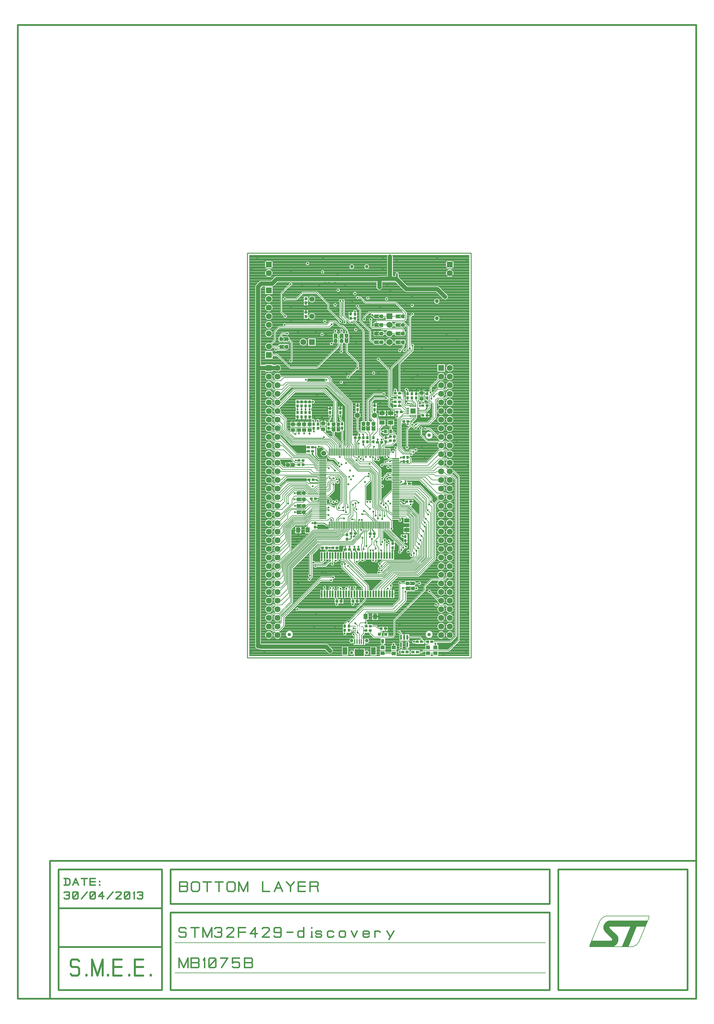
<source format=gbr>
G70*
%FSLAX55Y55*%
%ADD11C,0.01000*%
%ADD12C,0.00650*%
%ADD13C,0.00984*%
%ADD14C,0.01969*%
%ADD15C,0.05000*%
%ADD16C,0.00472*%
%ADD17C,0.00827*%
%ADD18C,0.00800*%
%ADD19C,0.02000*%
%ADD20R,0.07000X0.07000*%
%ADD21C,0.07000*%
%ADD22R,0.03700X0.03000*%
%ADD23R,0.03000X0.03700*%
%ADD24R,0.04724X0.04331*%
%ADD25R,0.06000X0.05000*%
%ADD26C,0.02362*%
%ADD27R,0.03150X0.01181*%
%ADD28R,0.01181X0.03150*%
%ADD29R,0.05906X0.05906*%
%ADD30C,0.06200*%
%ADD31C,0.00100*%
%ADD32C,0.01000*%
%ADD33C,0.04600*%
%ADD34R,0.05000X0.06000*%
%ADD35R,0.01575X0.05315*%
%ADD36R,0.11024X0.07874*%
%ADD37R,0.05512X0.08661*%
%ADD38O,0.03543X0.03543*%
%ADD39O,0.03543X0.03543*%
%ADD40C,0.04134*%
%ADD41R,0.07000X0.07000*%
%ADD42R,0.02165X0.05709*%
%ADD43C,0.03937*%
%ADD44C,0.01260*%
%ADD45R,0.03600X0.03600*%
%ADD46R,0.03600X0.05000*%
%ADD47R,0.01299X0.07874*%
%ADD48R,0.07874X0.01299*%
%ADD49C,0.06000*%
%ADD50R,0.03500X0.04000*%
%ADD51R,0.02362X0.07283*%
%ADD52C,0.02480*%
%ADD53C,0.01500*%
%ADD54C,0.01575*%
D11*
X285882Y415262D02*
X545725Y415262D01*
X545725Y884947*
X285882Y884947*
X285882Y415262*
D12*
X479288Y707703D02*
X479288Y710537D01*
X476532Y713293*
X473284Y713293*
X472054Y714524*
X472054Y716935*
X420528Y662637D02*
X420528Y666049D01*
X423680Y648409D02*
X422693Y649396D01*
X422693Y654120*
X422693Y660407*
X420528Y662573*
X420528Y662637*
X413245Y433963D02*
X413245Y441387D01*
X411335Y443296*
X411335Y447211*
X411473Y447348*
X431741Y648298D02*
X431741Y642745D01*
X440287Y634198*
X440287Y599101*
X441096Y598292*
X441096Y594472*
X442378Y654120D02*
X442378Y660618D01*
X445043Y663283*
X446512Y663283*
X446512Y665835*
X442378Y688305D02*
X442378Y684682D01*
X439196Y681500*
X439196Y674596*
X443901Y669892*
X443901Y668661*
X446512Y666049*
X446512Y665835D02*
X446512Y666049D01*
X373481Y602939D02*
X379445Y602939D01*
X385802Y609295*
X385802Y616795*
X385804Y616797*
X432201Y489553D02*
X432201Y494158D01*
X454302Y516259*
X480900Y516259*
X496638Y531997*
X496638Y572838*
X492804Y576672*
X492804Y576797*
X424662Y654120D02*
X424662Y660030D01*
X427804Y663172*
X427804Y666049*
X446512Y665835D02*
X450432Y665835D01*
X451827Y667230*
X447000Y716745D02*
X433504Y716745D01*
X429347Y712588*
X429347Y693854*
X432630Y690571*
X432630Y686128*
X432339Y686128*
X373481Y630498D02*
X392103Y630498D01*
X398304Y624297*
X398304Y590483*
X397526Y589705*
X397286Y589705*
X429052Y534041D02*
X429052Y540049D01*
X428929Y540172*
X428929Y539922*
X458126Y600970D02*
X479791Y600970D01*
X486670Y594092*
X486670Y565931*
X490304Y562297*
X344150Y703844D02*
X344150Y699907D01*
X344150Y703844D02*
X344150Y707781D01*
X345941Y584297D02*
X341304Y584297D01*
X358323Y703844D02*
X358323Y699907D01*
D13*
X407004Y534041D02*
X407004Y538584D01*
X404416Y541172*
X404416Y544444*
X404415Y544444*
X360316Y599922D02*
X360316Y597909D01*
X360894Y597332*
X367589Y597332*
X369259Y599002*
X373481Y599002*
X379804Y596297D02*
X379804Y598297D01*
X379099Y599002*
X373481Y599002*
X331552Y643608D02*
X331552Y639297D01*
X333835Y639297*
X415041Y541172D02*
X415041Y544444D01*
X415040Y544444*
X410934Y559895D02*
X411079Y559750D01*
X408914Y569474D02*
X408914Y564313D01*
X410934Y562292*
X410934Y559895*
X410907Y559922*
X410804Y559819*
X410804Y557422*
X409554Y556172*
X383323Y569474D02*
X383323Y575547D01*
X383304Y575547*
X409335Y449711D02*
X411867Y449711D01*
X455350Y496089D02*
X454249Y496089D01*
X469347Y551482D02*
X469347Y547545D01*
X472103Y547545*
X470922Y563699D02*
X463304Y563699D01*
X463304Y566172*
X454423Y551325D02*
X454554Y551325D01*
X454554Y547909*
X352804Y659750D02*
X352804Y659797D01*
X352804Y659750D02*
X356749Y659750D01*
X356749Y655026D02*
X352804Y655026D01*
X352804Y654797*
X415804Y427364D02*
X415804Y421365D01*
X388678Y539671D02*
X388304Y539297D01*
X388107Y539297*
X388107Y534041*
X388678Y539671D02*
X389819Y540813D01*
X389819Y543214*
X373304Y539922D02*
X373284Y539922D01*
X373284Y543214*
X393756Y704632D02*
X393756Y707422D01*
X394381Y708047*
X396429Y708047*
X367679Y566935D02*
X367679Y566797D01*
X367679Y566935D02*
X364554Y566935D01*
X358304Y686394D02*
X358304Y691172D01*
X358323Y691172*
X358323Y695183*
X338929Y686394D02*
X338929Y689922D01*
X340179Y691172*
X342679Y691172*
X344150Y692644*
X344150Y695183*
X345804Y686394D02*
X345804Y690547D01*
X352054Y686394D02*
X352054Y690547D01*
X353599Y692092*
X353599Y695183*
X374071Y687506D02*
X374071Y691797D01*
X373929Y691797*
X381945Y704632D02*
X378804Y704632D01*
X378804Y704797*
D12*
X444430Y721497D02*
X432716Y721497D01*
X425598Y714379*
X425598Y686128*
X426040Y686128*
D13*
X348875Y695183D02*
X348875Y691172D01*
X348929Y691172*
X446512Y670774D02*
X450004Y670774D01*
X451382Y672151*
X451827Y672151*
X442378Y699305D02*
X442378Y704031D01*
X442379Y704031*
X452221Y699305D02*
X452221Y702355D01*
X450495Y704081*
X433520Y707978D02*
X433520Y711963D01*
X433603Y711963*
X444266Y673739D02*
X446512Y673739D01*
X446512Y670774*
X440410Y654120D02*
X440410Y662906D01*
X441788Y664284*
X441788Y665262*
X441788Y668797*
X441804Y668797*
X430567Y569474D02*
X430567Y564278D01*
X433166Y561679*
X433166Y559297*
X433166Y555813*
X433126Y555813*
X420528Y670774D02*
X420528Y674797D01*
X420304Y674797*
X373481Y618687D02*
X358914Y618687D01*
X357804Y619797*
X357804Y621955*
X357536Y621955*
X353804Y621797D02*
X353804Y621955D01*
X357536Y621955*
X475666Y596797D02*
X479554Y596797D01*
X479182Y597169*
X479182Y599171*
X478972Y599381*
X465230Y599381*
X465064Y599214*
X458339Y599214*
X458126Y599002*
X467679Y647909D02*
X464406Y647909D01*
X464406Y647865*
X458126Y618687D02*
X463443Y618687D01*
X464554Y619797*
X458126Y644277D02*
X452736Y644277D01*
X451686Y643228*
X474071Y617230D02*
X480179Y617230D01*
X480179Y617422*
X345304Y558297D02*
X344949Y558297D01*
X344949Y563687*
X435941Y791797D02*
X435941Y796188D01*
X494416Y705026D02*
X494150Y705026D01*
X484209Y702781D02*
X492172Y702781D01*
X494416Y705026*
X494416Y708047D02*
X494416Y705026D01*
X494554Y721659D02*
X494554Y726285D01*
X494544Y726285*
X488304Y722644D02*
X488304Y726728D01*
X487589Y726728*
X482054Y721659D02*
X482054Y726000D01*
X482339Y726285*
X446091Y449251D02*
X449979Y449251D01*
X454249Y489553D02*
X454249Y496089D01*
X420922Y433963D02*
X420922Y440101D01*
X420876Y440101*
D14*
X434099Y463490D02*
X438977Y463490D01*
X438977Y463597*
D13*
X467969Y439179D02*
X467969Y444309D01*
X467898Y444309*
X353796Y816246D02*
X353796Y821310D01*
X353797Y821310*
X353796Y827270D02*
X353796Y821310D01*
X413835Y707978D02*
X413835Y712827D01*
X413836Y712827*
X405961Y814277D02*
X405961Y817579D01*
X405804Y817737*
X405804Y817782*
X405803Y817782*
X394544Y481010D02*
X394544Y477422D01*
X394554Y477422*
X397556Y489553D02*
X397556Y485424D01*
X394544Y482412*
X394544Y481010*
X413166Y481172D02*
X413166Y477422D01*
X413304Y477422*
X413166Y481172D02*
X413304Y481172D01*
X413304Y489553*
X378658Y489553D02*
X378658Y498619D01*
X377159Y500118*
X373470Y500118*
X372679Y499326*
X372679Y495547*
X372359Y495547*
X372359Y489553*
X477054Y721659D02*
X477054Y726285D01*
X476040Y726285*
X411079Y674297D02*
X411304Y674297D01*
X410882Y654120D02*
X410882Y669057D01*
X411079Y669254*
X411079Y670774*
X411079Y674297D02*
X411079Y670774D01*
X457733Y707585D02*
X453695Y707585D01*
X453695Y707584*
X467575Y689868D02*
X467575Y686260D01*
X467576Y686260*
X388245Y784356D02*
X388245Y779105D01*
X388279Y779105*
X494416Y696797D02*
X498875Y696797D01*
X498875Y696758*
D12*
X414819Y654120D02*
X414819Y658813D01*
X415206Y659200*
X415206Y664180*
X458126Y612781D02*
X458135Y612797D01*
X484804Y612797*
X496804Y600797*
X496804Y593297*
X446315Y654120D02*
X446315Y648409D01*
X445932Y648409*
X428077Y640411D02*
X416953Y640411D01*
X412800Y644564*
X412740Y644564*
X418756Y654120D02*
X418756Y647511D01*
X417683Y646438*
X384957Y534041D02*
X384957Y524297D01*
X384554Y524297*
X450252Y654120D02*
X452054Y654120D01*
X452055Y654121*
X455133Y654121*
X455133Y654156*
X373481Y587191D02*
X380304Y587191D01*
X380304Y586797*
X432536Y654120D02*
X432536Y660511D01*
X432839Y660511*
X373481Y612781D02*
X377804Y612781D01*
X379304Y614281*
X379304Y618297*
X384804Y623797*
X386304Y623797*
X388362Y794581D02*
X388245Y794581D01*
X388245Y788687*
X446315Y569474D02*
X446315Y564152D01*
X464955Y545513*
X464955Y540312*
X464968Y540312*
X393166Y654120D02*
X393166Y648384D01*
X393258Y648384*
X399383Y524266D02*
X399383Y520774D01*
X422752Y497404*
X422752Y489553*
X341304Y591797D02*
X345941Y591797D01*
X348875Y703844D02*
X348875Y707781D01*
X348875Y699907D02*
X348875Y702673D01*
X348528Y703019*
X348528Y703844*
X348875Y703844*
X410882Y569474D02*
X410882Y575468D01*
X410454Y575897*
X407504Y575897*
X355949Y563687D02*
X355949Y570693D01*
X360179Y574922*
X379714Y574922*
X382839Y578047*
X384554Y578047*
X385804Y576797*
X385804Y574922*
X385292Y574410*
X385292Y569474*
X427804Y666049D02*
X427804Y676297D01*
X426040Y678061*
X426040Y681797*
X482054Y716935D02*
X482054Y713972D01*
X483520Y712506*
X483520Y704750*
X484209Y704750*
X455863Y420537D02*
X442969Y420537D01*
X442969Y420577*
X441650Y534041D02*
X441650Y540052D01*
X441409Y540052*
X340804Y606297D02*
X340804Y606797D01*
X345941Y606797*
X422752Y489553D02*
X422752Y482840D01*
X411709Y471797*
X343929Y471797*
X358323Y703844D02*
X358323Y707781D01*
X441650Y489553D02*
X441650Y495297D01*
X458318Y511965*
X483472Y511965*
X502080Y530574*
X502080Y593873*
X499304Y596649*
X427804Y666049D02*
X425252Y666049D01*
X426040Y681797D02*
X420528Y681797D01*
X499304Y596649D02*
X499304Y596297D01*
X350272Y591797D02*
X351630Y591797D01*
X426630Y654120D02*
X426630Y659124D01*
X429304Y661797*
X429304Y666049*
X458126Y606876D02*
X480725Y606876D01*
X491394Y596207*
X491394Y578207*
X492804Y576797*
X520804Y661797D02*
X516005Y666596D01*
X495088Y666596*
X487398Y674286*
X487398Y681898*
X510804Y651797D02*
X508697Y651797D01*
X495272Y638372*
X458126Y638372*
X520804Y651797D02*
X515938Y656663D01*
X508898Y656663*
X493937Y641701*
X475215Y641701*
X510804Y641797D02*
X507306Y641797D01*
X499944Y634435*
X458126Y634435*
X520804Y641797D02*
X516387Y646214D01*
X508364Y646214*
X498554Y636403*
X458126Y636403*
X499859Y433963D02*
X521481Y433963D01*
X527877Y440358*
X527877Y623230*
X523777Y627329*
X517750Y627329*
X513530Y631550*
X511051Y631550*
X510804Y631797*
X505855Y631797*
X504555Y630498*
X458126Y630498*
X483126Y422151D02*
X488688Y422151D01*
X490570Y424033*
X519506Y424033*
X531052Y435579*
X531052Y625981*
X525235Y631797*
X520804Y631797*
X515804Y636797*
X507044Y636797*
X502713Y632466*
X458126Y632466*
X510804Y621797D02*
X500454Y621797D01*
X495690Y626561*
X458126Y626561*
X520804Y621797D02*
X516304Y626297D01*
X504581Y626297*
X502349Y628529*
X458126Y628529*
X520804Y611797D02*
X515804Y616797D01*
X500334Y616797*
X492209Y624922*
X463205Y624922*
X462875Y624592*
X458126Y624592*
X458126Y620655D02*
X462447Y620655D01*
X464222Y622431*
X485770Y622431*
X506404Y601797*
X510804Y601797*
X503511Y594505*
X503511Y529505*
X484730Y510723*
X460226Y510723*
X444800Y495297*
X444800Y489553*
X403855Y534041D02*
X403855Y529484D01*
X422588Y510751*
X442822Y510751*
X452332Y520260*
X479267Y520260*
X491304Y532297*
X491304Y561297*
X490304Y562297*
X411094Y809435D02*
X410804Y809435D01*
X419603Y534041D02*
X419649Y534041D01*
X419649Y538853*
X418459Y540042*
X418459Y547077*
X419649Y548266*
X419649Y554845*
X419646Y554845*
X410154Y534041D02*
X410304Y534041D01*
X410304Y526285*
X424472Y512117*
X442338Y512117*
X451911Y521689*
X478695Y521689*
X489804Y532797*
X489804Y555297*
X488304Y556797*
X458126Y595065D02*
X462695Y595065D01*
X465346Y592414*
X472904Y592414*
X485095Y580222*
X485095Y560006*
X488304Y556797*
X458126Y614750D02*
X485851Y614750D01*
X499304Y601297*
X499304Y596649*
X510804Y481797D02*
X507747Y481797D01*
X497126Y492418*
X430567Y654120D02*
X430567Y649471D01*
X431741Y648298*
X320804Y541797D02*
X322549Y541797D01*
X331552Y550800*
X331552Y566049*
X340213Y574711*
X352236Y574711*
X360779Y583254*
X373481Y583254*
X310804Y541797D02*
X315804Y546797D01*
X323304Y546797*
X330174Y553667*
X330174Y566443*
X339819Y576089*
X351859Y576089*
X360993Y585222*
X373481Y585222*
X320804Y551797D02*
X321304Y551797D01*
X328796Y559289*
X328796Y566837*
X339426Y577466*
X351483Y577466*
X361207Y587191*
X373481Y587191*
X320804Y561797D02*
X321394Y561797D01*
X325843Y566246*
X325843Y567821*
X338319Y580297*
X350327Y580297*
X351434Y581403*
X351434Y584297*
X395134Y784356D02*
X395134Y770774D01*
X394938Y770774*
X310804Y561797D02*
X315804Y566797D01*
X322048Y566797*
X332804Y577553*
X332804Y582797*
X337304Y587297*
X352304Y587297*
X357304Y592297*
X368504Y592297*
X369304Y593096*
X373481Y593096*
X320804Y571797D02*
X321736Y571797D01*
X331304Y581365*
X331304Y583797*
X336193Y588687*
X351237Y588687*
X351630Y589081*
X351630Y591797*
X310804Y571797D02*
X315804Y576797D01*
X324304Y576797*
X329304Y581797*
X329304Y583797*
X341304Y595797*
X350867Y595797*
X351630Y596561*
X351630Y599297*
X320804Y581797D02*
X325304Y581797D01*
X337804Y594297*
X337804Y599797*
X340945Y602939*
X373481Y602939*
X438501Y489553D02*
X438501Y495797D01*
X456100Y513397*
X481903Y513397*
X500170Y531664*
X500170Y590431*
X497304Y593297*
X496804Y593297*
X320804Y591797D02*
X324304Y591797D01*
X329304Y596797*
X329304Y603297*
X338804Y612797*
X352804Y612797*
X358210Y607391*
X366645Y607391*
X368098Y608844*
X373481Y608844*
X310804Y591797D02*
X315304Y587297D01*
X325804Y587297*
X331304Y592797*
X331304Y602297*
X340304Y611297*
X352059Y611297*
X357207Y606149*
X367625Y606149*
X368273Y606797*
X373402Y606797*
X373481Y606876*
X320804Y601797D02*
X321304Y601797D01*
X335304Y615797*
X353804Y615797*
X359617Y609984*
X364541Y609984*
X367338Y612781*
X373481Y612781*
X310804Y601797D02*
X315646Y596955D01*
X324961Y596955*
X327304Y599297*
X327304Y604797*
X336804Y614297*
X353304Y614297*
X358968Y608633*
X365498Y608633*
X367678Y610813*
X373481Y610813*
X373481Y616718D02*
X368466Y616718D01*
X367919Y617266*
X356757Y617266*
X354725Y619297*
X331304Y619297*
X323804Y611797*
X320804Y611797*
X310804Y611797D02*
X315804Y606797D01*
X323304Y606797*
X333804Y617297*
X354304Y617297*
X360161Y611440*
X363336Y611440*
X366646Y614750*
X373481Y614750*
X482253Y496041D02*
X482253Y495970D01*
X476827Y495970*
X373481Y624592D02*
X368824Y624592D01*
X367279Y626137*
X329644Y626137*
X325304Y621797*
X320804Y621797*
X310804Y621797D02*
X315804Y616797D01*
X323804Y616797*
X331902Y624895*
X366497Y624895*
X368769Y622624*
X373481Y622624*
X320804Y631797D02*
X357147Y631797D01*
X360323Y628622*
X368676Y628622*
X368769Y628529*
X373481Y628529*
X310804Y631797D02*
X315221Y627380D01*
X368061Y627380*
X368880Y626561*
X373481Y626561*
X320804Y641797D02*
X322142Y641797D01*
X327642Y636297*
X363804Y636297*
X367634Y632466*
X373481Y632466*
X310804Y641797D02*
X315686Y636915D01*
X323859Y636915*
X326708Y634067*
X359106Y634067*
X362675Y630498*
X373481Y630498*
X310804Y651797D02*
X315843Y646758D01*
X336628Y646758*
X341588Y641797*
X350666Y641797*
X320804Y661797D02*
X327049Y661797D01*
X340049Y648797*
X357304Y648797*
X367729Y638372*
X373481Y638372*
X310804Y661797D02*
X315804Y656797D01*
X328343Y656797*
X337843Y647297*
X356558Y647297*
X367452Y636403*
X373481Y636403*
X320804Y671797D02*
X323215Y671797D01*
X343215Y651797*
X358275Y651797*
X367763Y642309*
X373481Y642309*
X310804Y671797D02*
X315804Y666797D01*
X323804Y666797*
X340304Y650297*
X357804Y650297*
X367760Y640340*
X373481Y640340*
X320804Y681797D02*
X320887Y681797D01*
X337762Y664922*
X378929Y664922*
X383323Y660527*
X383323Y654120*
X310804Y681797D02*
X315304Y677297D01*
X323633Y677297*
X337633Y663297*
X377429Y663297*
X381355Y659371*
X381355Y654120*
X320804Y691797D02*
X321552Y691797D01*
X326871Y686477*
X326871Y679751*
X338575Y668047*
X381510Y668047*
X387260Y662297*
X387260Y654120*
X310804Y691797D02*
X315804Y686797D01*
X322048Y686797*
X325385Y683460*
X325385Y679302*
X338390Y666297*
X380679Y666297*
X385292Y661684*
X385292Y654120*
X320804Y701797D02*
X321394Y701797D01*
X330772Y692420*
X330772Y680421*
X340654Y670539*
X374126Y670539*
X375048Y671461*
X423973Y452211D02*
X423973Y456142D01*
X423360Y456142*
X310804Y701797D02*
X315804Y696797D01*
X323245Y696797*
X328804Y691238*
X328804Y680157*
X339664Y669297*
X382729Y669297*
X389229Y662797*
X389229Y654120*
X320804Y711797D02*
X320912Y711906D01*
X320912Y711797*
X325108Y711797*
X339990Y726679*
X375646Y726679*
X389095Y713230*
X389095Y689134*
X391394Y686835*
X391394Y685340*
X410686Y433963D02*
X410686Y441094D01*
X409202Y442578*
X310804Y711797D02*
X316304Y706297D01*
X322587Y706297*
X341394Y725104*
X374859Y725104*
X386804Y713159*
X386804Y688894*
X385882Y687973*
X385882Y685340*
X320804Y721797D02*
X324701Y721797D01*
X334701Y731797*
X378558Y731797*
X401814Y708541*
X401814Y660204*
X401040Y659430*
X401040Y654120*
X415804Y451679D02*
X415804Y454180D01*
X417730Y456106*
X423325Y456106*
X310804Y721797D02*
X316304Y716297D01*
X322551Y716297*
X336476Y730222*
X378378Y730222*
X400560Y708041*
X400560Y661814*
X399071Y660325*
X399071Y654120*
X320804Y731797D02*
X327615Y731797D01*
X330795Y734978*
X379552Y734978*
X387079Y727451*
X387079Y727397*
X404374Y710101*
X404374Y661350*
X404709Y661015*
X404709Y654120*
X404977Y654120*
X448284Y569474D02*
X448284Y563938D01*
X467054Y545169*
X467054Y543047*
X310804Y731797D02*
X315716Y726884D01*
X326245Y726884*
X332733Y733372*
X379229Y733372*
X403069Y709532*
X403069Y654120*
X403008Y654120*
X320804Y741797D02*
X380213Y741797D01*
X383126Y738884*
X383126Y735099*
X406929Y711296*
X406929Y664111*
X408914Y662127*
X408914Y654120*
X310804Y741797D02*
X315804Y736797D01*
X324741Y736797*
X328500Y740556*
X379092Y740556*
X381552Y738096*
X381552Y734799*
X405680Y710671*
X405680Y662081*
X406945Y660815*
X406945Y654120*
X405961Y809553D02*
X410976Y809553D01*
X411094Y809435*
X469574Y492178D02*
X469574Y481633D01*
X457300Y469360*
X424953Y469360*
X423099Y467506*
X423099Y463490*
X411094Y809435D02*
X411094Y804539D01*
X420528Y795105*
X420528Y686128*
X423099Y463490D02*
X423099Y455880D01*
X423325Y456106*
X353796Y811522D02*
X353796Y811761D01*
X360823Y811761*
X486804Y551797D02*
X488304Y550297D01*
X488304Y533297*
X477938Y522931*
X451344Y522931*
X442913Y514500*
X438692Y514500*
X423360Y456142D02*
X423325Y456106D01*
X458126Y626561D02*
X450535Y626561D01*
X449693Y627402*
X449693Y627374*
X464229Y439179D02*
X464229Y443379D01*
X462260Y445347*
X462050Y445347*
X434504Y654120D02*
X434504Y646280D01*
X434744Y646040*
X373481Y593096D02*
X382005Y593096D01*
X384509Y590592*
X386472Y590592*
X403008Y654120D02*
X403008Y647028D01*
X415597Y634440*
X428170Y634440*
X434217Y628392*
X434217Y591767*
X440008Y585976*
X440008Y580566*
X444800Y534041D02*
X444800Y547447D01*
X445586Y548234*
X445586Y552038*
X447949Y534041D02*
X447949Y546543D01*
X447854Y546543*
X504386Y420774D02*
X504386Y420774D01*
X496015Y420774*
D14*
X495528Y420774D01*
D12*
X350666Y644297D02*
X350666Y641797D01*
X350666Y639297*
X394406Y534041D02*
X394406Y529150D01*
X398466Y529150*
X402560Y525055*
X403109Y525055*
X420909Y507256*
X443364Y507256*
X453697Y517589*
X480426Y517589*
X494063Y531226*
X494063Y570038*
X491804Y572297*
X458126Y604907D02*
X480693Y604907D01*
X489819Y595781*
X489819Y574281*
X491804Y572297*
X401040Y654120D02*
X401040Y646951D01*
X415012Y632978*
X427877Y632978*
X432824Y628031*
X432824Y591033*
X437594Y586263*
X437594Y577087*
X432201Y534041D02*
X432201Y528297D01*
X431804Y528297*
X399071Y654120D02*
X399071Y647029D01*
X414463Y631638*
X427463Y631638*
X431335Y627766*
X431335Y590537*
X434827Y587044*
X434827Y580277*
X475351Y695892D02*
X466655Y695892D01*
X462189Y691425*
X462189Y658236*
X467283Y653141*
X474268Y653141*
X475369Y654242*
X478796Y654242*
X472398Y698844D02*
X467542Y698844D01*
X460914Y692216*
X460914Y657465*
X466666Y651712*
X476040Y651712*
X428697Y452211D02*
X434893Y452211D01*
X437853Y449251*
X441367Y449251*
X439219Y442884D02*
X441367Y445032D01*
X441367Y449251*
X420725Y654120D02*
X420725Y644972D01*
X420732Y644972*
X520804Y721797D02*
X515843Y716837D01*
X506749Y716837*
X504386Y714474*
X504386Y694396*
X496512Y686522*
X485882Y686522*
X481552Y682191*
X477221Y686128D02*
X477221Y684553D01*
X479583Y682191*
X481552Y682191*
X320804Y461797D02*
X320804Y462781D01*
X337643Y479621*
X337643Y519287*
X367383Y549027*
X407128Y549027*
X415179Y557078*
X415179Y563672*
X414819Y564031*
X414819Y569474*
X414819Y574563*
X415804Y575547*
X432536Y569474D02*
X432536Y573537D01*
X423952Y582121*
X419082Y582121*
X329923Y811720D02*
X325056Y816587D01*
X325056Y838096*
X336079Y849120*
X336276Y849120*
X428959Y808028D02*
X428959Y808300D01*
X429171Y808089*
X429171Y800472*
X431355Y798287*
X441507Y798287*
X442837Y796957*
X466195Y796957*
X466985Y796167*
X466985Y793510*
X465272Y791797*
X420725Y569474D02*
X420725Y562848D01*
X416429Y558552*
X416429Y556573*
X407641Y547785*
X371167Y547785*
X358435Y535054*
X358435Y510862*
X363048Y681797D02*
X363048Y678174D01*
X363107Y678174*
X368929Y660547D02*
X372679Y660547D01*
X379554Y653672*
X379554Y648980*
X381973Y646561*
X386556Y646561*
X391859Y641258*
X391983Y641258*
X310804Y461797D02*
X315804Y466797D01*
X322851Y466797*
X336401Y480347*
X336401Y519800*
X367020Y550418*
X406765Y550418*
X413929Y557582*
X413929Y563047*
X412851Y564125*
X412851Y569474*
X412851Y583372*
X409898Y586325*
X409898Y588884*
X411473Y590459*
X411473Y594789*
X310804Y531797D02*
X315804Y536797D01*
X322048Y536797*
X332930Y547679*
X332930Y565655*
X340410Y573136*
X352415Y573136*
X360565Y581285*
X373481Y581285*
X380179Y581285*
X380179Y581172*
D13*
X365041Y599922D02*
X367929Y599922D01*
X368977Y600970*
X373481Y600970*
X380630Y600970*
X382804Y598797*
X382804Y596831*
X438441Y654120D02*
X438441Y663929D01*
X437109Y665262*
X437064Y665262*
X437064Y668797*
X437304Y668797*
X345941Y644297D02*
X342320Y644297D01*
X342320Y644332*
X367772Y620655D02*
X373481Y620655D01*
X362260Y621955D02*
X362349Y622043D01*
X365806Y622043*
X367193Y620655*
X367772Y620655*
D12*
X458126Y591128D02*
X462979Y591128D01*
X464185Y589922*
X471852Y589922*
X482339Y579435*
X482339Y550262*
X485304Y547297*
D13*
X367772Y620655D02*
X367497Y620655D01*
X366591Y621561*
D12*
X403855Y489553D02*
X404304Y490002D01*
X404304Y497297*
X485304Y547297D02*
X486804Y545797D01*
X486804Y533797*
X477278Y524271*
X449528Y524271*
X442054Y516797*
X458126Y593096D02*
X462836Y593096D01*
X464760Y591172*
X472374Y591172*
X483717Y579829*
X483717Y554884*
X486804Y551797*
X432054Y539922D02*
X432201Y539922D01*
X432201Y534041*
X418756Y569474D02*
X418756Y575547D01*
X418929Y575547*
D13*
X469347Y556207D02*
X465804Y556207D01*
X465804Y556600*
X428599Y569474D02*
X428599Y559297D01*
X428441Y559297*
D12*
X413835Y444711D02*
X413835Y445030D01*
D13*
X428441Y559297D02*
X428441Y555813D01*
X428402Y555813*
D12*
X413835Y445030D02*
X413835Y447742D01*
D13*
X381355Y569474D02*
X377501Y569474D01*
X375316Y571659*
X364554Y571659*
D12*
X415804Y433963D02*
X415804Y443061D01*
X413835Y445030*
D13*
X364554Y571659D02*
X361429Y571659D01*
X361429Y571797*
X367772Y686522D02*
X367772Y690547D01*
X367679Y690547*
X465179Y616718D02*
X458126Y616718D01*
X469347Y617230D02*
X465690Y617230D01*
X465179Y616718*
X469475Y616718*
X469475Y620271*
X446268Y678057D02*
X442715Y678057D01*
X442674Y678098*
X442802Y678098*
X458126Y577348D02*
X462752Y577348D01*
X463304Y576797*
X463304Y574922*
X467679Y643185D02*
X472054Y643185D01*
X464623Y643185D02*
X467679Y643185D01*
D12*
X492397Y681114D02*
X497589Y681114D01*
X506906Y671797*
X510804Y671797*
X448284Y654120D02*
X448284Y649618D01*
X449859Y648043*
X450054Y648043*
X421077Y446953D02*
X423714Y446953D01*
X418363Y433963D02*
X418363Y441049D01*
X421077Y443763*
X421077Y446953*
X421077Y450078*
X419475Y451679*
X417772Y451679*
X320804Y511797D02*
X322085Y511797D01*
X326463Y516176*
X326463Y523897*
X363738Y561172*
X387748Y561172*
X391197Y564622*
X391197Y569474*
X391197Y575297*
X393197Y577297*
X397880Y577297*
X398148Y577029*
X416788Y654120D02*
X416788Y649721D01*
X415219Y648152*
X415219Y648268*
X520804Y731797D02*
X515901Y726894D01*
X507358Y726894*
X499662Y719199*
X499662Y716049*
X310804Y551797D02*
X316304Y557297D01*
X323587Y557297*
X327418Y561128*
X327418Y567427*
X338788Y578797*
X351059Y578797*
X361421Y589159*
X373481Y589159*
X379713Y589159*
X380304Y589751*
D13*
X458126Y642309D02*
X463617Y642309D01*
X464494Y643185*
X464623Y643185*
D12*
X391256Y534041D02*
X391256Y529297D01*
X390006Y528047*
X388304Y528047*
D13*
X412851Y654120D02*
X412851Y666004D01*
X415804Y668957*
X415804Y670774*
D12*
X310804Y511797D02*
X315220Y516214D01*
X321465Y516214*
X325221Y519970*
X325221Y524409*
X363234Y562422*
X387029Y562422*
X389229Y564622*
X389229Y569474*
X389229Y575722*
X395149Y581642*
X402684Y581642*
X404804Y583762*
X404804Y607894*
X423087Y626178*
X426457Y626178*
D13*
X415804Y674297D02*
X415804Y670774D01*
D12*
X520804Y471797D02*
X516052Y476549D01*
X505449Y476549*
X504995Y477002*
D13*
X365304Y659750D02*
X361473Y659750D01*
D12*
X434504Y569474D02*
X434504Y573610D01*
X422398Y585717*
X421407Y585717*
X428439Y446953D02*
X428439Y443925D01*
X433086Y439277*
X454166Y439277*
X456416Y441528*
X456416Y458868*
X491823Y494275*
X491823Y498568*
X499936Y506682*
X514671Y506682*
X520295Y512306*
X520804Y511797*
D13*
X373481Y646246D02*
X369044Y646246D01*
X365304Y649987*
X365304Y659750*
D12*
X450252Y569474D02*
X450252Y563884D01*
X469839Y544297*
X470179Y544297*
X444347Y569474D02*
X444347Y564366D01*
X462869Y545844*
X462869Y537732*
X462980Y537621*
X462980Y538122*
D13*
X365304Y659797D02*
X365304Y659750D01*
D12*
X462942Y501876D02*
X462942Y502330D01*
X399071Y452073D02*
X399071Y454701D01*
X401630Y457260*
X403599Y457260*
X380371Y681797D02*
X385882Y681797D01*
X385882Y681010*
X413835Y451679D02*
X413835Y452795D01*
X411335Y455295*
D13*
X406945Y569474D02*
X406945Y560340D01*
X406355Y559750*
D12*
X403599Y457260D02*
X403669Y457260D01*
X420886Y474477*
X454229Y474477*
X462942Y483191*
X462942Y501876*
X395804Y681935D02*
X396119Y681010D01*
X391394Y681010*
X472890Y501876D02*
X462942Y501876D01*
X397103Y654120D02*
X397103Y666706D01*
X395804Y668006*
X395804Y681935*
D13*
X464229Y430714D02*
X464197Y430746D01*
X464197Y426190*
D12*
X481256Y695892D02*
X481256Y693313D01*
X474859Y686915*
X474859Y684256*
X471219Y680616*
X471219Y659226*
D13*
X406355Y559750D02*
X406355Y556172D01*
X406429Y556172*
D15*
X451411Y861490D02*
X451411Y881041D01*
D14*
X452028Y881658D01*
D12*
X350272Y599297D02*
X351630Y599297D01*
D13*
X401429Y553185D02*
X405316Y553185D01*
X406429Y554297*
X406429Y556172*
D12*
X373481Y597033D02*
X369304Y597033D01*
X367567Y595297*
X358406Y595297*
X354406Y599297*
X351630Y599297*
D13*
X363048Y686522D02*
X363048Y690003D01*
X362162Y690888*
D12*
X458126Y581285D02*
X452681Y581285D01*
X446844Y587123*
X446844Y590030*
X446695Y590179*
D13*
X373481Y644277D02*
X368271Y644277D01*
X361472Y651077*
X361472Y651752*
X361473Y651752*
D15*
X451411Y861490D02*
X451411Y861490D01*
D12*
X472679Y538797D02*
X474859Y538797D01*
X474859Y577860*
X471434Y581285*
X458126Y581285*
D13*
X361473Y651752D02*
X361473Y655026D01*
D15*
X451411Y861490D02*
X451411Y855442D01*
X451630Y855222*
D13*
X361517Y651752D02*
X361473Y651752D01*
X458126Y597033D02*
X464382Y597033D01*
X466903Y594513*
D15*
X470568Y843411D02*
X459545Y854435D01*
D14*
X459545Y860837D01*
D13*
X470941Y596797D02*
X468617Y594472D01*
X466903Y594472*
X466903Y594513*
D12*
X373481Y634435D02*
X367666Y634435D01*
X362804Y639297*
X350666Y639297*
D15*
X470568Y843411D02*
X506294Y843411D01*
X515349Y834356*
D14*
X515500Y834205D01*
D12*
X384957Y489553D02*
X384957Y495451D01*
X385804Y496297*
D15*
X470568Y843411D02*
X470331Y843411D01*
X458520Y855222*
X451630Y855222*
X439079Y855222*
X439079Y855026*
D12*
X482304Y539797D02*
X482304Y533297D01*
X475856Y526849*
X446481Y526849*
X441429Y521797*
D15*
X439079Y855026D02*
X439079Y845617D01*
D12*
X373481Y610813D02*
X379819Y610813D01*
X380804Y611797*
X380804Y617797*
X384304Y621297*
X388304Y621297*
X389804Y622797*
D15*
X439079Y855026D02*
X319938Y855026D01*
X314623Y849711*
X302024Y849711*
X298284Y845970*
X298284Y751797*
X310804Y751797D02*
X320804Y751797D01*
D12*
X477319Y695892D02*
X477319Y694100D01*
X475954Y692735*
X465766Y692735*
X463579Y690548*
X463579Y659858*
X468846Y654592*
X473875Y654592*
X475973Y656691*
X481552Y656691*
D15*
X298284Y751797D02*
X310804Y751797D01*
X298284Y751797D02*
X298253Y751797D01*
X298253Y429001*
X302654Y428254*
X377221Y428254*
X381945Y423529*
D12*
X431957Y648106D02*
X431957Y648081D01*
X431741Y648298*
X472054Y647909D02*
X474195Y647909D01*
X475253Y646852*
X475253Y641740*
X475215Y641701*
X345804Y679701D02*
X345804Y675763D01*
X345877Y675763*
X411867Y447742D02*
X411473Y447348D01*
X403835Y447348*
X466469Y496293D02*
X472174Y496293D01*
X472497Y495970*
X403835Y452073D02*
X403835Y454474D01*
X421034Y471673*
X455295Y471673*
X466469Y482848*
X466469Y496293*
X411867Y451679D02*
X411473Y452073D01*
X403835Y452073*
X488048Y433963D02*
X488048Y437169D01*
X486037Y439179*
X471709Y439179*
X488048Y433963D02*
X495134Y433963D01*
X495528Y427466D02*
X495528Y433963D01*
X495134Y433963*
X310804Y776797D02*
X325528Y776797D01*
X325843Y776482*
X395804Y686659D02*
X395804Y689922D01*
X393804Y691922*
X393804Y695797*
X393756Y699907D02*
X393756Y695797D01*
X393804Y695797*
X488304Y715951D02*
X488304Y712840D01*
X489819Y711325*
X350272Y584297D02*
X351434Y584297D01*
X373481Y591128D02*
X369304Y591128D01*
X368973Y590797*
X359304Y590797*
X352804Y584297*
X351434Y584297*
X384071Y802432D02*
X380977Y799338D01*
X322873Y799338*
X317772Y794237*
X317772Y783766*
X310804Y776797*
X443019Y434884D02*
X442969Y434884D01*
X442969Y427270*
X458126Y608844D02*
X482256Y608844D01*
X492804Y598297*
X492804Y585062*
X496068Y581797*
X444221Y592563D02*
X444221Y599761D01*
X453304Y608844*
X458126Y608844*
X438501Y534041D02*
X438501Y543132D01*
X436097Y545535*
X436097Y550088*
X435941Y550088*
X404977Y654120D02*
X404977Y646869D01*
X415622Y636224*
X428140Y636224*
X435460Y628904*
X435460Y592736*
X442437Y585759*
X442437Y576472*
X310804Y766797D02*
X320764Y766797D01*
X335095Y752466*
X367017Y752466*
X391887Y777336*
X391887Y788372*
X392371Y788856*
X395134Y788856*
X451099Y534041D02*
X451099Y549678D01*
X450046Y550731*
X375804Y528672D02*
X375508Y528672D01*
X362633Y525768D02*
X362633Y525703D01*
X372793Y525703*
X375508Y528418*
X375508Y528672*
X375508Y534041*
X426630Y569474D02*
X426630Y563490D01*
X424388Y561248*
X424388Y545107*
X485690Y501746D02*
X485690Y501876D01*
X477221Y501876*
X436473Y569474D02*
X436473Y573521D01*
X432222Y577772*
X432222Y585200*
X350272Y606797D02*
X351237Y606797D01*
X333402Y594297D02*
X333402Y602396D01*
X340804Y609797*
X350993Y609797*
X351237Y609553*
X351237Y606797*
X458126Y587191D02*
X462910Y587191D01*
X463304Y586797*
X471434Y586797*
X479386Y578844*
X479386Y542714*
X482304Y539797*
X373481Y604907D02*
X356193Y604907D01*
X354304Y606797*
X351237Y606797*
X373481Y640340D02*
X384104Y640340D01*
X399804Y624641*
X399804Y585142*
X400630Y584316*
X394406Y489553D02*
X394406Y495797D01*
X394304Y495797*
X484209Y700813D02*
X493087Y700813D01*
X497300Y705026*
X497300Y712506*
X494554Y715252*
X494554Y716935*
X435351Y489553D02*
X435351Y495297D01*
X454791Y514737*
X481283Y514737*
X498593Y532047*
X498593Y583508*
X495304Y586797*
X458126Y610813D02*
X483288Y610813D01*
X494304Y599797*
X494304Y587797*
X495304Y586797*
X413795Y823615D02*
X413795Y822635D01*
X416794Y819637*
X416794Y806454*
X428183Y795065*
X428183Y784331*
X430716Y781797*
X435941Y781797*
X380371Y686522D02*
X380371Y690788D01*
X382054Y692471*
X382054Y695547*
X381945Y699907D02*
X381945Y695547D01*
X382054Y695547*
X330174Y776482D02*
X330174Y776896D01*
X332175Y774894*
X330417Y773136*
X318953Y773136*
X440272Y781797D02*
X450804Y781797D01*
X477054Y716935D02*
X477054Y714642D01*
X481256Y710439*
X481256Y707703*
X450804Y781797D02*
X460941Y781797D01*
D13*
X397556Y534041D02*
X397556Y539036D01*
X399691Y541172*
X399691Y544850*
X399690Y544850*
X399690Y544444*
D12*
X460941Y811797D02*
X450804Y811797D01*
X440272Y811797*
X484209Y698844D02*
X487331Y698844D01*
X488431Y697744*
X488431Y696797*
X489691Y696797*
X393913Y829743D02*
X393835Y829743D01*
X393835Y811929*
X399053Y806711*
X399053Y804720*
D13*
X504386Y427466D02*
X504386Y431623D01*
D12*
X440272Y791797D02*
X450804Y791797D01*
D13*
X413304Y534041D02*
X413304Y537818D01*
X410316Y540805*
X410316Y541172*
X410316Y544850*
X410315Y544850*
X410315Y544444*
D12*
X397037Y829592D02*
X397523Y829592D01*
X397523Y811934*
X404707Y804750*
X407474Y804750*
X450804Y791797D02*
X460941Y791797D01*
D13*
X477319Y707703D02*
X477319Y710144D01*
X476926Y710537*
X472103Y710537*
X457733Y722348D02*
X457733Y725874D01*
X457734Y725874*
X459701Y700695D02*
X459701Y695192D01*
X459545Y695192*
D12*
X374304Y680797D02*
X374304Y678298D01*
X381430Y671172*
X383822Y671172*
X391197Y663797*
X391197Y654120*
X374071Y680813D02*
X374304Y680813D01*
X374304Y680797*
X460941Y801797D02*
X450804Y801797D01*
X367772Y681797D02*
X373304Y681797D01*
X374304Y680797*
D13*
X472054Y721659D02*
X472054Y724987D01*
X470471Y726569*
D12*
X410804Y814159D02*
X410804Y817477D01*
X410805Y817477*
D13*
X483323Y433963D02*
X479133Y433963D01*
D12*
X450804Y801797D02*
X440272Y801797D01*
X422693Y569474D02*
X422693Y563062D01*
X417679Y558047*
X417679Y555967*
X408255Y546543*
X371767Y546543*
X360534Y535310*
X360534Y508990*
X357937Y506392*
X357833Y506392*
D13*
X381429Y543214D02*
X385095Y543214D01*
X378658Y534041D02*
X378658Y538943D01*
X378008Y539592*
X378008Y543214*
X381429Y543214D02*
X378008Y543214D01*
D12*
X400705Y534041D02*
X400705Y529484D01*
X420849Y509340*
X443487Y509340*
X453077Y518930*
X479936Y518930*
X492804Y531797*
X492804Y566797*
X491804Y567797*
D13*
X381429Y543047D02*
X381429Y543214D01*
X407004Y489553D02*
X407004Y484971D01*
X408441Y483534*
X408441Y481172*
D12*
X458126Y602939D02*
X479662Y602939D01*
X488245Y594356*
X488245Y571356*
X491804Y567797*
D13*
X408441Y481172D02*
X408441Y477422D01*
X408304Y477422*
D12*
X436473Y654120D02*
X436473Y648444D01*
X437957Y646960*
X437957Y645302*
D13*
X455863Y427230D02*
X455863Y431126D01*
X455604Y431126*
X388107Y489553D02*
X388107Y485119D01*
X389819Y483406*
X389819Y481010*
X389819Y477526*
X389743Y477526*
X372359Y534041D02*
X372359Y528626D01*
X372342Y528626*
X466591Y422151D02*
X462430Y422151D01*
X348875Y712506D02*
X344150Y712506D01*
X353599Y712506D02*
X348875Y712506D01*
X358323Y712506D02*
X353599Y712506D01*
X362260Y712506D02*
X358323Y712506D01*
X457733Y717427D02*
X453795Y717427D01*
X453795Y717468*
D12*
X484304Y542797D02*
X485179Y541922D01*
X485179Y534172*
X476613Y525607*
X448558Y525607*
X442248Y519297*
X439554Y519297*
D13*
X454554Y543185D02*
X454554Y539455D01*
X454386Y539455*
X454249Y539317*
X454249Y534041*
X454229Y539297D02*
X454249Y539317D01*
D12*
X458126Y589159D02*
X462979Y589159D01*
X463841Y588297*
X471705Y588297*
X480764Y579238*
X480764Y546211*
X484179Y542797*
X484304Y542797*
D13*
X489691Y708047D02*
X486276Y708047D01*
X486276Y707781*
D12*
X400705Y489553D02*
X400705Y495699D01*
X400804Y495797*
D13*
X479288Y695892D02*
X479288Y693707D01*
X475449Y689868*
X472300Y689868*
X472300Y686373*
X472308Y686373*
X457733Y712506D02*
X454192Y712506D01*
X454143Y712555*
D12*
X373481Y608844D02*
X380304Y608844D01*
X382304Y610844*
X382304Y616797*
X384804Y619297*
X390804Y619297*
D13*
X431005Y813098D02*
X431277Y813098D01*
X432578Y811797*
X435941Y811797*
D12*
X332233Y791729D02*
X326522Y791729D01*
X324859Y790065*
X324859Y786718*
X326237Y785340*
X442378Y569474D02*
X442378Y549859D01*
X442739Y549859*
X410154Y489553D02*
X410304Y489553D01*
X410304Y497297*
X422752Y534041D02*
X422752Y529484D01*
X421816Y528547*
X419220Y528547*
X353599Y703844D02*
X353599Y707781D01*
X353599Y703844D02*
X353599Y699907D01*
X413798Y833553D02*
X417072Y833553D01*
X422582Y828042*
X457551Y828042*
X470058Y815535*
X470058Y808842*
X467816Y806600*
X436582Y806600*
X435941Y805960*
X435941Y801797*
X477566Y814297D02*
X474530Y811261D01*
X474530Y774317*
X429304Y666049D02*
X432339Y666049D01*
X465272Y801797D02*
X469831Y801797D01*
X472222Y799406*
X472222Y775729*
X468448Y771955*
X462457Y717427D02*
X460040Y719844D01*
X454259Y719844*
X453123Y720981*
X453123Y751663*
X474530Y773070*
X474530Y774317*
X472398Y704750D02*
X470094Y704750D01*
X465630Y709214*
X465630Y714868*
X462764Y717734*
X462457Y717427*
X336345Y760006D02*
X337457Y761117D01*
X337457Y781596*
X333713Y785340*
X330567Y785340*
X373481Y622624D02*
X377630Y622624D01*
X381804Y626797*
X391304Y626797*
X394804Y623297*
X394804Y597037*
X389677Y591910*
X389677Y588355*
X391552Y586480*
X397528Y586480*
X413879Y751298D02*
X413818Y751237D01*
X412961Y751237*
X403155Y741431*
X395134Y788687D02*
X395134Y788856D01*
X401040Y783963D02*
X401270Y783963D01*
X401270Y770364*
X413879Y757756*
X413879Y751298*
X438441Y569474D02*
X438441Y563935D01*
X438441Y563934*
X438441Y555672*
X432832Y550063*
X432832Y546379*
X435039Y544172*
X435039Y542171*
X428599Y654120D02*
X428599Y648689D01*
X428319Y648409*
X428470Y648409*
X353796Y831994D02*
X353796Y831761D01*
X360823Y831761*
X375508Y497297D02*
X375508Y489553D01*
X458126Y640340D02*
X443633Y640340D01*
X442142Y638849*
X475215Y641701D02*
X473854Y640340D01*
X458126Y640340*
X425902Y534041D02*
X425902Y542750D01*
X430680Y547528*
X430680Y553533*
X520804Y601797D02*
X516304Y606297D01*
X506273Y606297*
X488898Y623672*
X463709Y623672*
X462661Y622624*
X458126Y622624*
X448129Y622624*
X448129Y623015*
X427004Y629131D02*
X427004Y628952D01*
X428556Y627400*
X428556Y620830*
X422791Y615065*
X422791Y593533*
X428221Y588103*
X329288Y831721D02*
X342696Y831721D01*
X350056Y839081*
X366591Y839081*
X379780Y825892*
X379780Y820183*
X393777Y806186*
X393777Y805849*
X421460Y807968D02*
X421460Y810991D01*
X426684Y816215*
X466032Y816215*
X466985Y815262*
X466985Y813510*
X465272Y811797*
X329222Y801797D02*
X377958Y801797D01*
X381828Y805667*
X387996Y805667*
X393166Y800498*
X396315Y800498*
X401401Y795412*
X401401Y793530*
X401401Y792788*
X401040Y792427*
X401040Y788293*
X476304Y534297D02*
X476304Y578187D01*
X471237Y583254*
X458126Y583254*
X453029Y583254*
X450073Y586210*
X450073Y591049*
X446564Y594558*
X446564Y594775*
X472398Y700813D02*
X468379Y700813D01*
X468261Y700695*
X464426Y700695*
X464426Y703303*
X463534Y704195*
X453697Y704195*
X450252Y707639*
X450252Y749612*
X437967Y761898*
X373481Y579317D02*
X360351Y579317D01*
X352792Y571758*
X340804Y571758*
X334308Y565262*
X334308Y544792*
X321312Y531797*
X320804Y531797*
X458126Y579317D02*
X469465Y579317D01*
X470922Y577860*
X470922Y574699*
X373481Y628529D02*
X391571Y628529D01*
X396304Y623797*
X396304Y595969*
X392255Y591920*
X392255Y589088*
X392182Y589088*
X425902Y489553D02*
X425902Y498944D01*
X402782Y522064*
X395165Y795526D02*
X395134Y795526D01*
X395134Y788856*
X447949Y489553D02*
X447949Y494797D01*
X448825Y495673*
X408914Y654120D02*
X408914Y649584D01*
X409950Y648547*
X411760Y648547*
X417605Y642702*
X429329Y642702*
X438904Y633127*
X438904Y593152*
X447791Y584265*
X447791Y579982*
X453193Y574580*
X453193Y565161*
X381808Y489553D02*
X381808Y495801D01*
X382304Y496297*
X440410Y569474D02*
X440410Y563903D01*
X440207Y563700*
X440207Y547846*
X441288Y546765*
X441288Y546704*
X458126Y628529D02*
X453274Y628529D01*
X452330Y629473*
X448827Y629473*
X442616Y623262*
X442616Y623106*
X456552Y667230D02*
X456552Y672151D01*
X452268Y678057D02*
X452268Y677224D01*
X455254Y677224*
X456552Y675927*
X456552Y672151*
X381808Y534041D02*
X381808Y528047D01*
X382054Y528047*
X424662Y569474D02*
X424662Y563276D01*
X421947Y560561*
X421947Y545084*
X420921Y544059*
X420921Y541504*
X420838Y541504*
X364755Y521974D02*
X375980Y521974D01*
X382054Y528047*
X413835Y703254D02*
X413835Y696777D01*
X413556Y696777*
X413556Y679826*
X416086Y677297*
X422541Y677297*
X425252Y674586*
X425252Y670774*
X433520Y703254D02*
X433556Y703254D01*
X433556Y696777*
X437251Y693083*
X437251Y678451*
X432339Y673539*
X432339Y670774*
X475351Y707703D02*
X475351Y708175D01*
X469347Y708175*
X467678Y709844*
X467678Y717230*
X466782Y718126*
X466782Y721588*
X466022Y722348*
X462457Y722348*
X462457Y756969*
X477690Y772201*
X477690Y777860*
X510804Y741797D02*
X498481Y729474D01*
X498481Y723136*
X373481Y638372D02*
X381920Y638372D01*
X387445Y632847*
X387445Y632726*
X510804Y731797D02*
X510292Y731797D01*
X497300Y718805*
X497300Y714460*
X501630Y710129*
X501630Y694396*
X495331Y688096*
X483520Y688096*
X481552Y686128*
X462457Y708246D02*
X462457Y707585D01*
X373481Y636403D02*
X379697Y636403D01*
X380568Y635533*
X380697Y635533*
X472398Y702781D02*
X469238Y702781D01*
X463773Y708246*
X462457Y708246*
X462457Y712506D02*
X462457Y708246D01*
X465272Y781797D02*
X466985Y780085D01*
X466985Y776075*
X462864Y771955*
X435351Y534041D02*
X435351Y527797D01*
X435304Y527797*
X416788Y569474D02*
X416788Y564563D01*
X417679Y563672*
X418304Y563672*
X458126Y646246D02*
X451519Y646246D01*
X447927Y642654*
X446405Y642654*
X510804Y721797D02*
X505410Y721797D01*
X502418Y718805*
X458304Y659032D02*
X458304Y646423D01*
X458126Y646246*
X471315Y422151D02*
X478402Y422151D01*
X471315Y422151D02*
X471315Y430714D01*
X471709Y430714*
X338166Y639297D02*
X345941Y639297D01*
X479304Y536797D02*
X479304Y532297D01*
X475098Y528091*
X443348Y528091*
X439554Y524297*
X449304Y636403D02*
X458126Y636403D01*
X458126Y585222D02*
X471237Y585222D01*
X477812Y578648*
X477812Y538289*
X479304Y536797*
X444347Y654120D02*
X444347Y660832D01*
X445515Y662000*
X453115Y662000*
X456552Y665437*
X456552Y667230*
X391256Y489553D02*
X391304Y489600D01*
X391304Y496797*
X452221Y688305D02*
X452420Y688305D01*
X452420Y688255*
X452268Y688104*
X452268Y678057*
X373481Y642309D02*
X384484Y642309D01*
X401304Y625489*
X401304Y594074*
X402418Y592959*
X402418Y590065*
X395908Y524314D02*
X395908Y520774D01*
X419603Y497079*
X419603Y489553*
X451099Y489553D02*
X451099Y494092D01*
X452526Y495519*
X452526Y499402*
X406945Y654120D02*
X406945Y646856D01*
X416177Y637625*
X429453Y637625*
X437483Y629594*
X437483Y592618*
X445304Y584797*
X445304Y580214*
X338929Y679701D02*
X338929Y676620D01*
X340626Y674922*
X342054Y674922*
X358304Y675547D02*
X358304Y679701D01*
X373481Y595065D02*
X369304Y595065D01*
X368036Y593797*
X356304Y593797*
X354304Y591797*
X351630Y591797*
X352054Y675763D02*
X352054Y679701D01*
X403008Y569474D02*
X403008Y578434D01*
X406168Y581594*
X406168Y595911*
X408028Y597771*
X412641Y597771*
X415050Y595362*
X345941Y599297D02*
X340304Y599297D01*
X401429Y557909D02*
X401429Y561074D01*
X404977Y564622*
X404977Y569474*
X404977Y576618*
X408602Y580244*
X408602Y593214*
X429304Y666049D02*
X429304Y674297D01*
X431804Y676797*
X431804Y681262*
X432339Y681797*
X399071Y447348D02*
X399071Y443513D01*
X399070Y443513*
X320804Y451797D02*
X325619Y456613D01*
X325619Y462479*
X371878Y508738*
X385555Y508738*
X310804Y451797D02*
X315532Y447068D01*
X322810Y447068*
X328151Y452410*
X328151Y462649*
X370786Y505283*
X383403Y505283*
X310804Y471797D02*
X315804Y476797D01*
X325804Y476797*
X335159Y486152*
X335159Y520312*
X367269Y552422*
X392563Y552422*
X398050Y557909*
X401429Y557909*
X320804Y481797D02*
X325304Y481797D01*
X333916Y490410*
X333916Y520824*
X366765Y553672*
X392059Y553672*
X403008Y564622*
X403008Y569474*
X416453Y534041D02*
X416453Y529086D01*
X414229Y526862*
X413019Y526862*
X310804Y481797D02*
X315804Y486797D01*
X324304Y486797*
X332674Y495168*
X332674Y521336*
X366269Y554931*
X391349Y554931*
X401040Y564622*
X401040Y569474*
X399071Y569474D02*
X399071Y564622D01*
X390622Y556172*
X365756Y556172*
X331432Y521848*
X331432Y500926*
X321534Y491027*
X320922Y491640*
X320804Y491640*
X320804Y491797*
X397103Y569474D02*
X397103Y564622D01*
X389903Y557422*
X365251Y557422*
X330190Y522361*
X330190Y502183*
X324804Y496797*
X315804Y496797*
X310804Y491797*
X395134Y654120D02*
X395134Y663762D01*
X385882Y673014*
X385882Y681010*
X395134Y569474D02*
X395134Y564622D01*
X389185Y558672*
X364747Y558672*
X328948Y522873*
X328948Y504941*
X325804Y501797*
X320804Y501797*
X393166Y569474D02*
X393166Y564622D01*
X388466Y559922*
X364243Y559922*
X327705Y523385*
X327705Y510699*
X323804Y506797*
X315804Y506797*
X310804Y501797*
X387260Y569474D02*
X387260Y564622D01*
X386311Y563672*
X362729Y563672*
X320854Y521797*
X320804Y521797*
X373481Y577348D02*
X360137Y577348D01*
X353168Y570380*
X341197Y570380*
X335686Y564868*
X335686Y540434*
X322048Y526797*
X315804Y526797*
X310804Y521797*
D16*
G36*
X529773Y625452D02*
X524978Y630247D01*
G75*
G02X523904Y628601I-04175J01551*
G02X524685Y628229I-00127J-01272*
G01X528777Y624137*
G75*
G02X529155Y623230I-00900J-00908*
G01X529155Y440358*
G75*
G02X528777Y439451I-01278J00000*
G01X522389Y433063*
G75*
G02X521481Y432684I-00908J00900*
G01X506237Y432684*
G75*
G02X506251Y430585I-01852J-01062*
G01X507702Y430585*
X507702Y425312*
X518977Y425312*
X529773Y436108*
X529773Y625452*
G37*
X524978Y630247*
G75*
G02X523904Y628601I-04175J01551*
G02X524685Y628229I-00127J-01272*
G01X528777Y624137*
G75*
G02X529155Y623230I-00900J-00908*
G01X529155Y440358*
G75*
G02X528777Y439451I-01278J00000*
G01X522389Y433063*
G75*
G02X521481Y432684I-00908J00900*
G01X506237Y432684*
G75*
G02X506251Y430585I-01852J-01062*
G01X507702Y430585*
X507702Y425312*
X518977Y425312*
X529773Y436108*
X529773Y625452*
X393856Y663232D02*
X384983Y672106D01*
G75*
G02X384604Y673014I00900J00908*
G01X384604Y677211*
X383914Y677211*
G75*
G02X382675Y678451I00000J01239*
G01X382675Y678994*
X377917Y678994*
X377917Y689325*
X379092Y689325*
X379092Y690788*
G75*
G02X379471Y691696I01278J-00000*
G01X380776Y693001*
X380776Y693838*
G75*
G02X380594Y697104I01278J01709*
G01X379492Y697104*
X379492Y701719*
X379382Y701719*
X379382Y707545*
X384508Y707545*
X384508Y701719*
X384399Y701719*
X384399Y697104*
X383513Y697104*
G75*
G02X383332Y693838I-01460J-01557*
G01X383332Y692471*
G75*
G02X382953Y691564I-01278J00000*
G01X381649Y690259*
X381649Y689325*
X382824Y689325*
X382824Y688883*
G75*
G02X383914Y689533I01090J-00590*
G01X385526Y689533*
X385526Y712630*
X374329Y723826*
X341924Y723826*
X323495Y705397*
G75*
G02X323465Y705368I-00910J00902*
G02X324914Y700085I-02661J-03571*
G01X331672Y693327*
G75*
G02X332050Y692420I-00900J-00908*
G01X332050Y680951*
X335613Y677388*
X335613Y682819*
X342244Y682819*
X342244Y677048*
G75*
G02X342488Y677012I-00191J-02128*
G01X342488Y682819*
X360595Y682819*
X360595Y683165*
X342378Y683165*
X342378Y689622*
X360444Y689622*
G75*
G02X360536Y692270I01718J01266*
G01X341587Y692270*
X341587Y698096*
X341697Y698096*
X341697Y702711*
X342342Y702711*
G75*
G02X342342Y704978I01808J01134*
G01X341697Y704978*
X341697Y715309*
X360776Y715309*
X360776Y714040*
G75*
G02X360776Y710972I01484J-01534*
G01X360776Y704978*
X360131Y704978*
G75*
G02X360131Y702711I-01808J-01134*
G01X360776Y702711*
X360776Y698096*
X360886Y698096*
X360886Y692599*
G75*
G02X364291Y690739I01276J-01711*
G02X364493Y689998I-01244J-00737*
G01X364493Y689325*
X365929Y689325*
G75*
G02X369428Y689325I01749J01222*
G01X370225Y689325*
X370225Y683075*
X370756Y683075*
X370756Y683931*
X377387Y683931*
X377387Y677694*
X376715Y677694*
X381959Y672450*
X383822Y672450*
G75*
G02X384730Y672072I-00000J-01278*
G01X392097Y664705*
G75*
G02X392476Y663797I-00900J-00908*
G01X392476Y659010*
X393856Y659010*
X393856Y663232*
X335503Y683165D02*
X335503Y689622D01*
X342354Y689622*
X342354Y683165*
X335503Y683165*
X370646Y684278D02*
X370646Y690734D01*
X377497Y690734*
X377497Y684278*
X370646Y684278*
X392476Y659146D02*
X393856Y659146D01*
X392476Y659519D02*
X393856Y659519D01*
X392476Y659891D02*
X393856Y659891D01*
X392476Y660264D02*
X393856Y660264D01*
X392476Y660636D02*
X393856Y660636D01*
X392476Y661009D02*
X393856Y661009D01*
X392476Y661381D02*
X393856Y661381D01*
X392476Y661753D02*
X393856Y661753D01*
X392476Y662126D02*
X393856Y662126D01*
X392476Y662498D02*
X393856Y662498D01*
X392476Y662871D02*
X393856Y662871D01*
X392476Y663243D02*
X393845Y663243D01*
X392476Y663616D02*
X393473Y663616D01*
X392461Y663988D02*
X393100Y663988D01*
X392345Y664360D02*
X392728Y664360D01*
X392069Y664733D02*
X392355Y664733D01*
X391697Y665105D02*
X391983Y665105D01*
X391324Y665478D02*
X391611Y665478D01*
X390952Y665850D02*
X391238Y665850D01*
X390579Y666223D02*
X390866Y666223D01*
X390207Y666595D02*
X390493Y666595D01*
X389835Y666968D02*
X390121Y666968D01*
X389462Y667340D02*
X389748Y667340D01*
X389090Y667712D02*
X389376Y667712D01*
X388717Y668085D02*
X389004Y668085D01*
X388345Y668457D02*
X388631Y668457D01*
X387972Y668830D02*
X388259Y668830D01*
X387600Y669202D02*
X387886Y669202D01*
X387227Y669575D02*
X387514Y669575D01*
X386855Y669947D02*
X387141Y669947D01*
X386483Y670320D02*
X386769Y670320D01*
X386110Y670692D02*
X386396Y670692D01*
X385738Y671064D02*
X386024Y671064D01*
X385365Y671437D02*
X385652Y671437D01*
X384993Y671809D02*
X385279Y671809D01*
X384606Y672182D02*
X384912Y672182D01*
X381855Y672554D02*
X384690Y672554D01*
X381483Y672927D02*
X384607Y672927D01*
X381110Y673299D02*
X384604Y673299D01*
X380738Y673671D02*
X384604Y673671D01*
X380365Y674044D02*
X384604Y674044D01*
X379993Y674416D02*
X384604Y674416D01*
X379621Y674789D02*
X384604Y674789D01*
X379248Y675161D02*
X384604Y675161D01*
X378876Y675534D02*
X384604Y675534D01*
X378503Y675906D02*
X384604Y675906D01*
X378131Y676279D02*
X384604Y676279D01*
X377758Y676651D02*
X384604Y676651D01*
X342427Y677023D02*
X342488Y677023D01*
X377386Y677023D02*
X384604Y677023D01*
X335605Y677396D02*
X335613Y677396D01*
X342244Y677396D02*
X342488Y677396D01*
X377013Y677396D02*
X383263Y677396D01*
X335232Y677768D02*
X335613Y677768D01*
X342244Y677768D02*
X342488Y677768D01*
X377387Y677768D02*
X382879Y677768D01*
X334860Y678141D02*
X335613Y678141D01*
X342244Y678141D02*
X342488Y678141D01*
X377387Y678141D02*
X382714Y678141D01*
X334488Y678513D02*
X335613Y678513D01*
X342244Y678513D02*
X342488Y678513D01*
X377387Y678513D02*
X382675Y678513D01*
X334115Y678886D02*
X335613Y678886D01*
X342244Y678886D02*
X342488Y678886D01*
X377387Y678886D02*
X382675Y678886D01*
X333743Y679258D02*
X335613Y679258D01*
X342244Y679258D02*
X342488Y679258D01*
X377387Y679258D02*
X377917Y679258D01*
X333370Y679631D02*
X335613Y679631D01*
X342244Y679631D02*
X342488Y679631D01*
X377387Y679631D02*
X377917Y679631D01*
X332998Y680003D02*
X335613Y680003D01*
X342244Y680003D02*
X342488Y680003D01*
X377387Y680003D02*
X377917Y680003D01*
X332625Y680375D02*
X335613Y680375D01*
X342244Y680375D02*
X342488Y680375D01*
X377387Y680375D02*
X377917Y680375D01*
X332253Y680748D02*
X335613Y680748D01*
X342244Y680748D02*
X342488Y680748D01*
X377387Y680748D02*
X377917Y680748D01*
X332050Y681120D02*
X335613Y681120D01*
X342244Y681120D02*
X342488Y681120D01*
X377387Y681120D02*
X377917Y681120D01*
X332050Y681493D02*
X335613Y681493D01*
X342244Y681493D02*
X342488Y681493D01*
X377387Y681493D02*
X377917Y681493D01*
X332050Y681865D02*
X335613Y681865D01*
X342244Y681865D02*
X342488Y681865D01*
X377387Y681865D02*
X377917Y681865D01*
X332050Y682238D02*
X335613Y682238D01*
X342244Y682238D02*
X342488Y682238D01*
X377387Y682238D02*
X377917Y682238D01*
X332050Y682610D02*
X335613Y682610D01*
X342244Y682610D02*
X342488Y682610D01*
X377387Y682610D02*
X377917Y682610D01*
X332050Y682983D02*
X360595Y682983D01*
X377387Y682983D02*
X377917Y682983D01*
X332050Y683355D02*
X335503Y683355D01*
X342354Y683355D02*
X342378Y683355D01*
X370225Y683355D02*
X370756Y683355D01*
X377387Y683355D02*
X377917Y683355D01*
X332050Y683727D02*
X335503Y683727D01*
X342354Y683727D02*
X342378Y683727D01*
X370225Y683727D02*
X370756Y683727D01*
X377387Y683727D02*
X377917Y683727D01*
X332050Y684100D02*
X335503Y684100D01*
X342354Y684100D02*
X342378Y684100D01*
X370225Y684100D02*
X377917Y684100D01*
X332050Y684472D02*
X335503Y684472D01*
X342354Y684472D02*
X342378Y684472D01*
X370225Y684472D02*
X370646Y684472D01*
X377497Y684472D02*
X377917Y684472D01*
X332050Y684845D02*
X335503Y684845D01*
X342354Y684845D02*
X342378Y684845D01*
X370225Y684845D02*
X370646Y684845D01*
X377497Y684845D02*
X377917Y684845D01*
X332050Y685217D02*
X335503Y685217D01*
X342354Y685217D02*
X342378Y685217D01*
X370225Y685217D02*
X370646Y685217D01*
X377497Y685217D02*
X377917Y685217D01*
X332050Y685590D02*
X335503Y685590D01*
X342354Y685590D02*
X342378Y685590D01*
X370225Y685590D02*
X370646Y685590D01*
X377497Y685590D02*
X377917Y685590D01*
X332050Y685962D02*
X335503Y685962D01*
X342354Y685962D02*
X342378Y685962D01*
X370225Y685962D02*
X370646Y685962D01*
X377497Y685962D02*
X377917Y685962D01*
X332050Y686334D02*
X335503Y686334D01*
X342354Y686334D02*
X342378Y686334D01*
X370225Y686334D02*
X370646Y686334D01*
X377497Y686334D02*
X377917Y686334D01*
X332050Y686707D02*
X335503Y686707D01*
X342354Y686707D02*
X342378Y686707D01*
X370225Y686707D02*
X370646Y686707D01*
X377497Y686707D02*
X377917Y686707D01*
X332050Y687079D02*
X335503Y687079D01*
X342354Y687079D02*
X342378Y687079D01*
X370225Y687079D02*
X370646Y687079D01*
X377497Y687079D02*
X377917Y687079D01*
X332050Y687452D02*
X335503Y687452D01*
X342354Y687452D02*
X342378Y687452D01*
X370225Y687452D02*
X370646Y687452D01*
X377497Y687452D02*
X377917Y687452D01*
X332050Y687824D02*
X335503Y687824D01*
X342354Y687824D02*
X342378Y687824D01*
X370225Y687824D02*
X370646Y687824D01*
X377497Y687824D02*
X377917Y687824D01*
X332050Y688197D02*
X335503Y688197D01*
X342354Y688197D02*
X342378Y688197D01*
X370225Y688197D02*
X370646Y688197D01*
X377497Y688197D02*
X377917Y688197D01*
X332050Y688569D02*
X335503Y688569D01*
X342354Y688569D02*
X342378Y688569D01*
X370225Y688569D02*
X370646Y688569D01*
X377497Y688569D02*
X377917Y688569D01*
X332050Y688942D02*
X335503Y688942D01*
X342354Y688942D02*
X342378Y688942D01*
X370225Y688942D02*
X370646Y688942D01*
X377497Y688942D02*
X377917Y688942D01*
X382824Y688942D02*
X382858Y688942D01*
X332050Y689314D02*
X335503Y689314D01*
X342354Y689314D02*
X342378Y689314D01*
X370225Y689314D02*
X370646Y689314D01*
X377497Y689314D02*
X377917Y689314D01*
X382824Y689314D02*
X383211Y689314D01*
X332050Y689686D02*
X360398Y689686D01*
X364493Y689686D02*
X365726Y689686D01*
X369632Y689686D02*
X370646Y689686D01*
X377497Y689686D02*
X379092Y689686D01*
X381649Y689686D02*
X385526Y689686D01*
X332050Y690059D02*
X360196Y690059D01*
X364492Y690059D02*
X365601Y690059D01*
X369756Y690059D02*
X370646Y690059D01*
X377497Y690059D02*
X379092Y690059D01*
X381649Y690059D02*
X385526Y690059D01*
X332050Y690431D02*
X360077Y690431D01*
X364428Y690431D02*
X365548Y690431D01*
X369810Y690431D02*
X370646Y690431D01*
X377497Y690431D02*
X379092Y690431D01*
X381821Y690431D02*
X385526Y690431D01*
X332050Y690804D02*
X360030Y690804D01*
X364295Y690804D02*
X365560Y690804D01*
X369797Y690804D02*
X379093Y690804D01*
X382194Y690804D02*
X385526Y690804D01*
X332050Y691176D02*
X360047Y691176D01*
X364277Y691176D02*
X365639Y691176D01*
X369718Y691176D02*
X379153Y691176D01*
X382566Y691176D02*
X385526Y691176D01*
X332050Y691549D02*
X360133Y691549D01*
X364192Y691549D02*
X365794Y691549D01*
X369563Y691549D02*
X379343Y691549D01*
X382939Y691549D02*
X385526Y691549D01*
X332050Y691921D02*
X360294Y691921D01*
X364030Y691921D02*
X366046Y691921D01*
X369311Y691921D02*
X379696Y691921D01*
X383207Y691921D02*
X385526Y691921D01*
X332050Y692294D02*
X341587Y692294D01*
X363768Y692294D02*
X366452Y692294D01*
X368905Y692294D02*
X380068Y692294D01*
X383319Y692294D02*
X385526Y692294D01*
X332026Y692666D02*
X341587Y692666D01*
X360886Y692666D02*
X360981Y692666D01*
X363343Y692666D02*
X367425Y692666D01*
X367932Y692666D02*
X380441Y692666D01*
X383332Y692666D02*
X385526Y692666D01*
X331890Y693038D02*
X341587Y693038D01*
X360886Y693038D02*
X380776Y693038D01*
X383332Y693038D02*
X385526Y693038D01*
X331588Y693411D02*
X341587Y693411D01*
X360886Y693411D02*
X380776Y693411D01*
X383332Y693411D02*
X385526Y693411D01*
X331216Y693783D02*
X341587Y693783D01*
X360886Y693783D02*
X380776Y693783D01*
X383332Y693783D02*
X385526Y693783D01*
X330843Y694156D02*
X341587Y694156D01*
X360886Y694156D02*
X380435Y694156D01*
X383672Y694156D02*
X385526Y694156D01*
X330471Y694528D02*
X341587Y694528D01*
X360886Y694528D02*
X380178Y694528D01*
X383929Y694528D02*
X385526Y694528D01*
X330098Y694901D02*
X341587Y694901D01*
X360886Y694901D02*
X380020Y694901D01*
X384088Y694901D02*
X385526Y694901D01*
X329726Y695273D02*
X341587Y695273D01*
X360886Y695273D02*
X379937Y695273D01*
X384170Y695273D02*
X385526Y695273D01*
X329353Y695646D02*
X341587Y695646D01*
X360886Y695646D02*
X379922Y695646D01*
X384186Y695646D02*
X385526Y695646D01*
X328981Y696018D02*
X341587Y696018D01*
X360886Y696018D02*
X379972Y696018D01*
X384135Y696018D02*
X385526Y696018D01*
X328609Y696390D02*
X341587Y696390D01*
X360886Y696390D02*
X380093Y696390D01*
X384014Y696390D02*
X385526Y696390D01*
X328236Y696763D02*
X341587Y696763D01*
X360886Y696763D02*
X380299Y696763D01*
X383808Y696763D02*
X385526Y696763D01*
X327864Y697135D02*
X341587Y697135D01*
X360886Y697135D02*
X379492Y697135D01*
X384399Y697135D02*
X385526Y697135D01*
X327491Y697508D02*
X341587Y697508D01*
X360886Y697508D02*
X379492Y697508D01*
X384399Y697508D02*
X385526Y697508D01*
X327119Y697880D02*
X341587Y697880D01*
X360886Y697880D02*
X379492Y697880D01*
X384399Y697880D02*
X385526Y697880D01*
X326746Y698253D02*
X341697Y698253D01*
X360776Y698253D02*
X379492Y698253D01*
X384399Y698253D02*
X385526Y698253D01*
X326374Y698625D02*
X341697Y698625D01*
X360776Y698625D02*
X379492Y698625D01*
X384399Y698625D02*
X385526Y698625D01*
X326001Y698997D02*
X341697Y698997D01*
X360776Y698997D02*
X379492Y698997D01*
X384399Y698997D02*
X385526Y698997D01*
X325629Y699370D02*
X341697Y699370D01*
X360776Y699370D02*
X379492Y699370D01*
X384399Y699370D02*
X385526Y699370D01*
X325257Y699742D02*
X341697Y699742D01*
X360776Y699742D02*
X379492Y699742D01*
X384399Y699742D02*
X385526Y699742D01*
X324927Y700115D02*
X341697Y700115D01*
X360776Y700115D02*
X379492Y700115D01*
X384399Y700115D02*
X385526Y700115D01*
X325060Y700487D02*
X341697Y700487D01*
X360776Y700487D02*
X379492Y700487D01*
X384399Y700487D02*
X385526Y700487D01*
X325157Y700860D02*
X341697Y700860D01*
X360776Y700860D02*
X379492Y700860D01*
X384399Y700860D02*
X385526Y700860D01*
X325221Y701232D02*
X341697Y701232D01*
X360776Y701232D02*
X379492Y701232D01*
X384399Y701232D02*
X385526Y701232D01*
X325253Y701605D02*
X341697Y701605D01*
X360776Y701605D02*
X379492Y701605D01*
X384399Y701605D02*
X385526Y701605D01*
X325253Y701977D02*
X341697Y701977D01*
X360776Y701977D02*
X379382Y701977D01*
X384508Y701977D02*
X385526Y701977D01*
X325222Y702349D02*
X341697Y702349D01*
X360776Y702349D02*
X379382Y702349D01*
X384508Y702349D02*
X385526Y702349D01*
X325160Y702722D02*
X342335Y702722D01*
X360139Y702722D02*
X379382Y702722D01*
X384508Y702722D02*
X385526Y702722D01*
X325064Y703094D02*
X342152Y703094D01*
X360321Y703094D02*
X379382Y703094D01*
X384508Y703094D02*
X385526Y703094D01*
X324932Y703467D02*
X342050Y703467D01*
X360424Y703467D02*
X379382Y703467D01*
X384508Y703467D02*
X385526Y703467D01*
X324761Y703839D02*
X342016Y703839D01*
X360458Y703839D02*
X379382Y703839D01*
X384508Y703839D02*
X385526Y703839D01*
X324545Y704212D02*
X342048Y704212D01*
X360426Y704212D02*
X379382Y704212D01*
X384508Y704212D02*
X385526Y704212D01*
X324277Y704584D02*
X342148Y704584D01*
X360325Y704584D02*
X379382Y704584D01*
X384508Y704584D02*
X385526Y704584D01*
X323942Y704957D02*
X342329Y704957D01*
X360145Y704957D02*
X379382Y704957D01*
X384508Y704957D02*
X385526Y704957D01*
X323516Y705329D02*
X341697Y705329D01*
X360776Y705329D02*
X379382Y705329D01*
X384508Y705329D02*
X385526Y705329D01*
X323799Y705701D02*
X341697Y705701D01*
X360776Y705701D02*
X379382Y705701D01*
X384508Y705701D02*
X385526Y705701D01*
X324171Y706074D02*
X341697Y706074D01*
X360776Y706074D02*
X379382Y706074D01*
X384508Y706074D02*
X385526Y706074D01*
X324544Y706446D02*
X341697Y706446D01*
X360776Y706446D02*
X379382Y706446D01*
X384508Y706446D02*
X385526Y706446D01*
X324916Y706819D02*
X341697Y706819D01*
X360776Y706819D02*
X379382Y706819D01*
X384508Y706819D02*
X385526Y706819D01*
X325289Y707191D02*
X341697Y707191D01*
X360776Y707191D02*
X379382Y707191D01*
X384508Y707191D02*
X385526Y707191D01*
X325661Y707564D02*
X341697Y707564D01*
X360776Y707564D02*
X385526Y707564D01*
X326034Y707936D02*
X341697Y707936D01*
X360776Y707936D02*
X385526Y707936D01*
X326406Y708309D02*
X341697Y708309D01*
X360776Y708309D02*
X385526Y708309D01*
X326778Y708681D02*
X341697Y708681D01*
X360776Y708681D02*
X385526Y708681D01*
X327151Y709053D02*
X341697Y709053D01*
X360776Y709053D02*
X385526Y709053D01*
X327523Y709426D02*
X341697Y709426D01*
X360776Y709426D02*
X385526Y709426D01*
X327896Y709798D02*
X341697Y709798D01*
X360776Y709798D02*
X385526Y709798D01*
X328268Y710171D02*
X341697Y710171D01*
X360776Y710171D02*
X385526Y710171D01*
X328641Y710543D02*
X341697Y710543D01*
X360776Y710543D02*
X361422Y710543D01*
X363099Y710543D02*
X385526Y710543D01*
X329013Y710916D02*
X341697Y710916D01*
X360776Y710916D02*
X360837Y710916D01*
X363684Y710916D02*
X385526Y710916D01*
X329386Y711288D02*
X341697Y711288D01*
X364013Y711288D02*
X385526Y711288D01*
X329758Y711660D02*
X341697Y711660D01*
X364220Y711660D02*
X385526Y711660D01*
X330130Y712033D02*
X341697Y712033D01*
X364341Y712033D02*
X385526Y712033D01*
X330503Y712405D02*
X341697Y712405D01*
X364392Y712405D02*
X385526Y712405D01*
X330875Y712778D02*
X341697Y712778D01*
X364377Y712778D02*
X385378Y712778D01*
X331248Y713150D02*
X341697Y713150D01*
X364295Y713150D02*
X385005Y713150D01*
X331620Y713523D02*
X341697Y713523D01*
X364137Y713523D02*
X384633Y713523D01*
X331993Y713895D02*
X341697Y713895D01*
X363880Y713895D02*
X384260Y713895D01*
X332365Y714268D02*
X341697Y714268D01*
X360776Y714268D02*
X361056Y714268D01*
X363465Y714268D02*
X383888Y714268D01*
X332738Y714640D02*
X341697Y714640D01*
X360776Y714640D02*
X362247Y714640D01*
X362273Y714640D02*
X383515Y714640D01*
X333110Y715012D02*
X341697Y715012D01*
X360776Y715012D02*
X383143Y715012D01*
X333482Y715385D02*
X382771Y715385D01*
X333855Y715757D02*
X382398Y715757D01*
X334227Y716130D02*
X382026Y716130D01*
X334600Y716502D02*
X381653Y716502D01*
X334972Y716875D02*
X381281Y716875D01*
X335345Y717247D02*
X380908Y717247D01*
X335717Y717620D02*
X380536Y717620D01*
X336089Y717992D02*
X380164Y717992D01*
X336462Y718364D02*
X379791Y718364D01*
X336834Y718737D02*
X379419Y718737D01*
X337207Y719109D02*
X379046Y719109D01*
X337579Y719482D02*
X378674Y719482D01*
X337952Y719854D02*
X378301Y719854D01*
X338324Y720227D02*
X377929Y720227D01*
X338697Y720599D02*
X377556Y720599D01*
X339069Y720971D02*
X377184Y720971D01*
X339441Y721344D02*
X376812Y721344D01*
X339814Y721716D02*
X376439Y721716D01*
X340186Y722089D02*
X376067Y722089D01*
X340559Y722461D02*
X375694Y722461D01*
X340931Y722834D02*
X375322Y722834D01*
X341304Y723206D02*
X374949Y723206D01*
X341676Y723579D02*
X374577Y723579D01*
D17*
X372359Y489553D02*
X370292Y489553D01*
D16*
G36*
X376519Y736256D02*
G75*
G02X375935Y739278I01160J01791D01*
G01X355672Y739278*
G75*
G02X355089Y736256I-01744J-01231*
G01X376519Y736256*
G37*
G75*
G02X375935Y739278I01160J01791*
G01X355672Y739278*
G75*
G02X355089Y736256I-01744J-01231*
G01X376519Y736256*
D17*
X454554Y547909D02*
X456939Y547909D01*
X381945Y704632D02*
X381945Y707368D01*
X434099Y463490D02*
X430713Y463490D01*
X333835Y639297D02*
X329947Y639297D01*
D16*
X356983Y559734D02*
X352496Y559734D01*
X352496Y567640*
X354671Y567640*
X354671Y570075*
X354076Y569480*
G75*
G02X353168Y569102I-00908J00900*
G01X341727Y569102*
X336964Y564339*
X336964Y540434*
G75*
G02X336585Y539527I-01278J00000*
G01X322956Y525897*
G75*
G02X322812Y525772I-00908J00900*
G02X322949Y525699I-02009J-03977*
G01X356983Y559734*
X341386Y559624D02*
X341386Y567750D01*
X348512Y567750*
X348512Y559624*
X341386Y559624*
X322890Y525836D02*
X323085Y525836D01*
X323267Y526208D02*
X323458Y526208D01*
X323639Y526581D02*
X323830Y526581D01*
X324012Y526953D02*
X324203Y526953D01*
X324384Y527325D02*
X324575Y527325D01*
X324756Y527698D02*
X324948Y527698D01*
X325129Y528070D02*
X325320Y528070D01*
X325501Y528443D02*
X325692Y528443D01*
X325874Y528815D02*
X326065Y528815D01*
X326246Y529188D02*
X326437Y529188D01*
X326619Y529560D02*
X326810Y529560D01*
X326991Y529933D02*
X327182Y529933D01*
X327364Y530305D02*
X327555Y530305D01*
X327736Y530677D02*
X327927Y530677D01*
X328108Y531050D02*
X328299Y531050D01*
X328481Y531422D02*
X328672Y531422D01*
X328853Y531795D02*
X329044Y531795D01*
X329226Y532167D02*
X329417Y532167D01*
X329598Y532540D02*
X329789Y532540D01*
X329971Y532912D02*
X330162Y532912D01*
X330343Y533284D02*
X330534Y533284D01*
X330716Y533657D02*
X330907Y533657D01*
X331088Y534029D02*
X331279Y534029D01*
X331460Y534402D02*
X331651Y534402D01*
X331833Y534774D02*
X332024Y534774D01*
X332205Y535147D02*
X332396Y535147D01*
X332578Y535519D02*
X332769Y535519D01*
X332950Y535892D02*
X333141Y535892D01*
X333323Y536264D02*
X333514Y536264D01*
X333695Y536636D02*
X333886Y536636D01*
X334068Y537009D02*
X334259Y537009D01*
X334440Y537381D02*
X334631Y537381D01*
X334812Y537754D02*
X335003Y537754D01*
X335185Y538126D02*
X335376Y538126D01*
X335557Y538499D02*
X335748Y538499D01*
X335930Y538871D02*
X336121Y538871D01*
X336302Y539244D02*
X336493Y539244D01*
X336667Y539616D02*
X336866Y539616D01*
X336883Y539988D02*
X337238Y539988D01*
X336962Y540361D02*
X337611Y540361D01*
X336964Y540733D02*
X337983Y540733D01*
X336964Y541106D02*
X338355Y541106D01*
X336964Y541478D02*
X338728Y541478D01*
X336964Y541851D02*
X339100Y541851D01*
X336964Y542223D02*
X339473Y542223D01*
X336964Y542596D02*
X339845Y542596D01*
X336964Y542968D02*
X340218Y542968D01*
X336964Y543340D02*
X340590Y543340D01*
X336964Y543713D02*
X340962Y543713D01*
X336964Y544085D02*
X341335Y544085D01*
X336964Y544458D02*
X341707Y544458D01*
X336964Y544830D02*
X342080Y544830D01*
X336964Y545203D02*
X342452Y545203D01*
X336964Y545575D02*
X342825Y545575D01*
X336964Y545947D02*
X343197Y545947D01*
X336964Y546320D02*
X343570Y546320D01*
X336964Y546692D02*
X343942Y546692D01*
X336964Y547065D02*
X344314Y547065D01*
X336964Y547437D02*
X344687Y547437D01*
X336964Y547810D02*
X345059Y547810D01*
X336964Y548182D02*
X345432Y548182D01*
X336964Y548555D02*
X345804Y548555D01*
X336964Y548927D02*
X346177Y548927D01*
X336964Y549299D02*
X346549Y549299D01*
X336964Y549672D02*
X346922Y549672D01*
X336964Y550044D02*
X347294Y550044D01*
X336964Y550417D02*
X347666Y550417D01*
X336964Y550789D02*
X348039Y550789D01*
X336964Y551162D02*
X348411Y551162D01*
X336964Y551534D02*
X348784Y551534D01*
X336964Y551907D02*
X349156Y551907D01*
X336964Y552279D02*
X349529Y552279D01*
X336964Y552651D02*
X349901Y552651D01*
X336964Y553024D02*
X350274Y553024D01*
X336964Y553396D02*
X350646Y553396D01*
X336964Y553769D02*
X351018Y553769D01*
X336964Y554141D02*
X351391Y554141D01*
X336964Y554514D02*
X351763Y554514D01*
X336964Y554886D02*
X352136Y554886D01*
X336964Y555259D02*
X352508Y555259D01*
X336964Y555631D02*
X352881Y555631D01*
X336964Y556003D02*
X353253Y556003D01*
X336964Y556376D02*
X353625Y556376D01*
X336964Y556748D02*
X353998Y556748D01*
X336964Y557121D02*
X354370Y557121D01*
X336964Y557493D02*
X354743Y557493D01*
X336964Y557866D02*
X355115Y557866D01*
X336964Y558238D02*
X355488Y558238D01*
X336964Y558610D02*
X355860Y558610D01*
X336964Y558983D02*
X356233Y558983D01*
X336964Y559355D02*
X356605Y559355D01*
X336964Y559728D02*
X341386Y559728D01*
X348512Y559728D02*
X356977Y559728D01*
X336964Y560100D02*
X341386Y560100D01*
X348512Y560100D02*
X352496Y560100D01*
X336964Y560473D02*
X341386Y560473D01*
X348512Y560473D02*
X352496Y560473D01*
X336964Y560845D02*
X341386Y560845D01*
X348512Y560845D02*
X352496Y560845D01*
X336964Y561218D02*
X341386Y561218D01*
X348512Y561218D02*
X352496Y561218D01*
X336964Y561590D02*
X341386Y561590D01*
X348512Y561590D02*
X352496Y561590D01*
X336964Y561962D02*
X341386Y561962D01*
X348512Y561962D02*
X352496Y561962D01*
X336964Y562335D02*
X341386Y562335D01*
X348512Y562335D02*
X352496Y562335D01*
X336964Y562707D02*
X341386Y562707D01*
X348512Y562707D02*
X352496Y562707D01*
X336964Y563080D02*
X341386Y563080D01*
X348512Y563080D02*
X352496Y563080D01*
X336964Y563452D02*
X341386Y563452D01*
X348512Y563452D02*
X352496Y563452D01*
X336964Y563825D02*
X341386Y563825D01*
X348512Y563825D02*
X352496Y563825D01*
X336964Y564197D02*
X341386Y564197D01*
X348512Y564197D02*
X352496Y564197D01*
X337195Y564570D02*
X341386Y564570D01*
X348512Y564570D02*
X352496Y564570D01*
X337567Y564942D02*
X341386Y564942D01*
X348512Y564942D02*
X352496Y564942D01*
X337939Y565314D02*
X341386Y565314D01*
X348512Y565314D02*
X352496Y565314D01*
X338312Y565687D02*
X341386Y565687D01*
X348512Y565687D02*
X352496Y565687D01*
X338684Y566059D02*
X341386Y566059D01*
X348512Y566059D02*
X352496Y566059D01*
X339057Y566432D02*
X341386Y566432D01*
X348512Y566432D02*
X352496Y566432D01*
X339429Y566804D02*
X341386Y566804D01*
X348512Y566804D02*
X352496Y566804D01*
X339802Y567177D02*
X341386Y567177D01*
X348512Y567177D02*
X352496Y567177D01*
X340174Y567549D02*
X341386Y567549D01*
X348512Y567549D02*
X352496Y567549D01*
X340547Y567921D02*
X354671Y567921D01*
X340919Y568294D02*
X354671Y568294D01*
X341291Y568666D02*
X354671Y568666D01*
X341664Y569039D02*
X354671Y569039D01*
X354002Y569411D02*
X354671Y569411D01*
X354379Y569784D02*
X354671Y569784D01*
D17*
X510804Y611797D02*
X513905Y614898D01*
X411449Y707978D02*
X416221Y707978D01*
X389819Y543214D02*
X392555Y543214D01*
X446719Y442884D02*
X449457Y445621D01*
X338929Y686394D02*
X338929Y683342D01*
X352054Y686394D02*
X352054Y683342D01*
X351410Y816246D02*
X356182Y816246D01*
X454249Y489553D02*
X456315Y489553D01*
X517702Y444898D02*
X523905Y438696D01*
D16*
G36*
X478026Y533036D02*
G75*
G02X475026Y536006I-01722J01261D01*
G01X475026Y537530*
G75*
G02X474859Y537519I-00167J01268*
G01X474388Y537519*
G75*
G02X473581Y540731I-01709J01278*
G01X473581Y560136*
X466859Y560136*
X466859Y567262*
X473581Y567262*
X473581Y571246*
X466969Y571246*
X466969Y578039*
X464106Y578039*
X464326Y577819*
G75*
G02X464749Y576793I-01022J-01022*
G01X464749Y576493*
G75*
G02X461335Y575746I-01445J-01570*
G01X453835Y575746*
X454093Y575487*
G75*
G02X454471Y574580I-00900J-00908*
G01X454471Y566870*
G75*
G02X452896Y563047I-01278J-01709*
G01X466784Y549160*
X466784Y554395*
X466894Y554395*
X466894Y554761*
X466887Y554761*
G75*
G02X466894Y558435I-01083J01839*
G01X466894Y559010*
X471800Y559010*
X471800Y554395*
X471910Y554395*
X471910Y548569*
X467375Y548569*
X469594Y546350*
G75*
G02X469104Y542453I00584J-02053*
G02X467016Y540913I-02050J00594*
G02X465113Y538183I-02048J-00601*
G02X461591Y539743I-02133J-00060*
G01X461591Y545315*
X457117Y549789*
X457117Y544996*
X457007Y544996*
X457007Y540382*
X456067Y540382*
G75*
G02X456258Y538636I-01838J-01084*
G01X456383Y538636*
X456383Y529446*
X436658Y529446*
G75*
G02X433385Y526863I-01355J-01649*
G02X430005Y529446I-01581J01434*
G01X424030Y529446*
G75*
G02X423652Y528576I-01278J00038*
G01X422724Y527648*
G75*
G02X421816Y527269I-00908J00900*
G01X420930Y527269*
G75*
G02X417161Y527986I-01709J01278*
G01X415137Y525962*
G75*
G02X414832Y525735I-00908J00900*
G02X413591Y524805I-01813J01127*
G01X425002Y513395*
X436867Y513395*
G75*
G02X440011Y516178I01826J01105*
G02X439958Y517202I02043J00619*
G02X439328Y521419I-00404J02096*
G02X439328Y522175I02101J00378*
G02X439858Y526410I00226J02122*
G01X442440Y528991*
G75*
G02X443348Y529369I00908J-00900*
G01X474568Y529369*
X478026Y532827*
X478026Y533036*
G37*
G75*
G02X475026Y536006I-01722J01261*
G01X475026Y537530*
G75*
G02X474859Y537519I-00167J01268*
G01X474388Y537519*
G75*
G02X473581Y540731I-01709J01278*
G01X473581Y560136*
X466859Y560136*
X466859Y567262*
X473581Y567262*
X473581Y571246*
X466969Y571246*
X466969Y578039*
X464106Y578039*
X464326Y577819*
G75*
G02X464749Y576793I-01022J-01022*
G01X464749Y576493*
G75*
G02X461335Y575746I-01445J-01570*
G01X453835Y575746*
X454093Y575487*
G75*
G02X454471Y574580I-00900J-00908*
G01X454471Y566870*
G75*
G02X452896Y563047I-01278J-01709*
G01X466784Y549160*
X466784Y554395*
X466894Y554395*
X466894Y554761*
X466887Y554761*
G75*
G02X466894Y558435I-01083J01839*
G01X466894Y559010*
X471800Y559010*
X471800Y554395*
X471910Y554395*
X471910Y548569*
X467375Y548569*
X469594Y546350*
G75*
G02X469104Y542453I00584J-02053*
G02X467016Y540913I-02050J00594*
G02X465113Y538183I-02048J-00601*
G02X461591Y539743I-02133J-00060*
G01X461591Y545315*
X457117Y549789*
X457117Y544996*
X457007Y544996*
X457007Y540382*
X456067Y540382*
G75*
G02X456258Y538636I-01838J-01084*
G01X456383Y538636*
X456383Y529446*
X436658Y529446*
G75*
G02X433385Y526863I-01355J-01649*
G02X430005Y529446I-01581J01434*
G01X424030Y529446*
G75*
G02X423652Y528576I-01278J00038*
G01X422724Y527648*
G75*
G02X421816Y527269I-00908J00900*
G01X420930Y527269*
G75*
G02X417161Y527986I-01709J01278*
G01X415137Y525962*
G75*
G02X414832Y525735I-00908J00900*
G02X413591Y524805I-01813J01127*
G01X425002Y513395*
X436867Y513395*
G75*
G02X440011Y516178I01826J01105*
G02X439958Y517202I02043J00619*
G02X439328Y521419I-00404J02096*
G02X439328Y522175I02101J00378*
G02X439858Y526410I00226J02122*
G01X442440Y528991*
G75*
G02X443348Y529369I00908J-00900*
G01X474568Y529369*
X478026Y532827*
X478026Y533036*
D17*
X317702Y438696D02*
X323905Y444898D01*
D16*
G36*
X485392Y593563D02*
X479262Y599692D01*
X463126Y599692*
X463126Y598479*
X464378Y598479*
G75*
G02X465404Y598055I00004J-01446*
G01X466814Y596645*
G75*
G02X468138Y596253I00088J-02133*
G01X468138Y599250*
X472753Y599250*
X472753Y599360*
X478579Y599360*
X478579Y594234*
X477538Y594234*
G75*
G02X475986Y591138I-01891J-00989*
G01X485392Y581733*
X485392Y593563*
G37*
X479262Y599692*
X463126Y599692*
X463126Y598479*
X464378Y598479*
G75*
G02X465404Y598055I00004J-01446*
G01X466814Y596645*
G75*
G02X468138Y596253I00088J-02133*
G01X468138Y599250*
X472753Y599250*
X472753Y599360*
X478579Y599360*
X478579Y594234*
X477538Y594234*
G75*
G02X475986Y591138I-01891J-00989*
G01X485392Y581733*
X485392Y593563*
D17*
X435941Y791797D02*
X432447Y791797D01*
X438493Y699305D02*
X446264Y699305D01*
X405961Y814277D02*
X403575Y814277D01*
D16*
G36*
X442213Y505978D02*
X420909Y505978D01*
G75*
G02X420649Y506004I00000J01279*
G01X426802Y499852*
G75*
G02X427180Y498944I-00900J-00908*
G01X427180Y494148*
X430923Y494148*
X430923Y494158*
G75*
G02X431301Y495066I01278J-00000*
G01X442213Y505978*
G37*
X420909Y505978*
G75*
G02X420649Y506004I00000J01279*
G01X426802Y499852*
G75*
G02X427180Y498944I-00900J-00908*
G01X427180Y494148*
X430923Y494148*
X430923Y494158*
G75*
G02X431301Y495066I01278J-00000*
G01X442213Y505978*
D17*
X467969Y439179D02*
X467969Y435439D01*
D16*
G36*
X430057Y627236D02*
X429832Y627461D01*
G75*
G02X429834Y627400I-01279J-00061*
G01X429834Y620830*
G75*
G02X429456Y619922I-01278J00000*
G01X424069Y614535*
X424069Y598154*
G75*
G02X427033Y597719I01262J-01722*
G02X430057Y598006I01653J-01350*
G01X430057Y627236*
G37*
X429832Y627461*
G75*
G02X429834Y627400I-01279J-00061*
G01X429834Y620830*
G75*
G02X429456Y619922I-01278J00000*
G01X424069Y614535*
X424069Y598154*
G75*
G02X427033Y597719I01262J-01722*
G02X430057Y598006I01653J-01350*
G01X430057Y627236*
D17*
X451827Y672151D02*
X451827Y674537D01*
D16*
G36*
X500352Y709600D02*
X498578Y711374D01*
X498578Y705026*
G75*
G02X498200Y704118I-01278J00000*
G01X493995Y699913*
G75*
G02X493087Y699535I-00908J00900*
G01X488448Y699535*
X488733Y699250*
X491503Y699250*
X491503Y699360*
X497329Y699360*
X497329Y694234*
X491503Y694234*
X491503Y694344*
X486888Y694344*
X486888Y697479*
X486801Y697566*
X486737Y697566*
X486737Y697301*
X482800Y697301*
X482800Y693364*
X482535Y693364*
X482535Y693313*
G75*
G02X482156Y692405I-01278J00000*
G01X477902Y688151*
G75*
G02X478842Y684740I-00681J-02023*
G01X479964Y683617*
G75*
G02X480727Y684159I01588J-01427*
G02X481856Y688240I00825J01968*
G01X482612Y688996*
G75*
G02X483520Y689375I00908J-00900*
G01X494802Y689375*
X500352Y694925*
X500352Y709600*
G37*
X498578Y711374*
X498578Y705026*
G75*
G02X498200Y704118I-01278J00000*
G01X493995Y699913*
G75*
G02X493087Y699535I-00908J00900*
G01X488448Y699535*
X488733Y699250*
X491503Y699250*
X491503Y699360*
X497329Y699360*
X497329Y694234*
X491503Y694234*
X491503Y694344*
X486888Y694344*
X486888Y697479*
X486801Y697566*
X486737Y697566*
X486737Y697301*
X482800Y697301*
X482800Y693364*
X482535Y693364*
X482535Y693313*
G75*
G02X482156Y692405I-01278J00000*
G01X477902Y688151*
G75*
G02X478842Y684740I-00681J-02023*
G01X479964Y683617*
G75*
G02X480727Y684159I01588J-01427*
G02X481856Y688240I00825J01968*
G01X482612Y688996*
G75*
G02X483520Y689375I00908J-00900*
G01X494802Y689375*
X500352Y694925*
X500352Y709600*
G36*
X354623Y623617D02*
X332431Y623617D01*
X324711Y615897*
G75*
G02X323804Y615519I-00908J00900*
G01X323249Y615519*
G75*
G02X324492Y614293I-02445J-03722*
G01X330396Y620197*
G75*
G02X331304Y620575I00908J-00900*
G01X354623Y620575*
X354623Y623617*
G37*
X332431Y623617*
X324711Y615897*
G75*
G02X323804Y615519I-00908J00900*
G01X323249Y615519*
G75*
G02X324492Y614293I-02445J-03722*
G01X330396Y620197*
G75*
G02X331304Y620575I00908J-00900*
G01X354623Y620575*
X354623Y623617*
G36*
X376925Y538636D02*
G75*
G02X376563Y539597I01084J00956D01*
G01X376563Y540761*
X376197Y540761*
X376197Y540651*
X370371Y540651*
X370371Y543339*
X361813Y534781*
X361813Y527738*
G75*
G02X364390Y526981I00821J-01970*
G01X370981Y526981*
G75*
G02X370372Y529446I01360J01645*
G01X370225Y529446*
X370225Y538636*
X376925Y538636*
G37*
G75*
G02X376563Y539597I01084J00956*
G01X376563Y540761*
X376197Y540761*
X376197Y540651*
X370371Y540651*
X370371Y543339*
X361813Y534781*
X361813Y527738*
G75*
G02X364390Y526981I00821J-01970*
G01X370981Y526981*
G75*
G02X370372Y529446I01360J01645*
G01X370225Y529446*
X370225Y538636*
X376925Y538636*
D17*
X420922Y433963D02*
X420922Y430419D01*
D16*
G36*
X339073Y642505D02*
X336098Y645480D01*
X323308Y645480*
G75*
G02X325104Y640642I-02504J-03683*
G01X328172Y637575*
X329769Y637575*
X329769Y641266*
G75*
G02X330882Y642379I01113J-00000*
G01X333835Y642379*
G75*
G02X334176Y642325I-00000J-01113*
G02X334819Y642505I00643J-01060*
G01X339073Y642505*
G37*
X336098Y645480*
X323308Y645480*
G75*
G02X325104Y640642I-02504J-03683*
G01X328172Y637575*
X329769Y637575*
X329769Y641266*
G75*
G02X330882Y642379I01113J-00000*
G01X333835Y642379*
G75*
G02X334176Y642325I-00000J-01113*
G02X334819Y642505I00643J-01060*
G01X339073Y642505*
D17*
X307702Y444898D02*
X313905Y438696D01*
X507702Y698696D02*
X513905Y704898D01*
X470922Y560313D02*
X470922Y567085D01*
X394544Y481010D02*
X397280Y481010D01*
X358304Y686394D02*
X358304Y683342D01*
X446091Y451637D02*
X446091Y446865D01*
X344150Y695183D02*
X344150Y692447D01*
D16*
G36*
X456083Y550822D02*
X443657Y563249D01*
X443657Y552950*
G75*
G02X446864Y550329I01930J-00912*
G01X446864Y548434*
G75*
G02X449821Y547372I00989J-01891*
G01X449821Y548608*
G75*
G02X452178Y550822I00226J02122*
G01X456083Y550822*
G37*
X443657Y563249*
X443657Y552950*
G75*
G02X446864Y550329I01930J-00912*
G01X446864Y548434*
G75*
G02X449821Y547372I00989J-01891*
G01X449821Y548608*
G75*
G02X452178Y550822I00226J02122*
G01X456083Y550822*
D17*
X413166Y481172D02*
X413166Y483558D01*
D16*
G36*
X393526Y622768D02*
X390774Y625519D01*
X387565Y625519*
G75*
G02X388360Y624369I-01261J-01722*
G02X391375Y621353I01444J-01572*
G02X389094Y618019I-00572J-02056*
G01X387554Y618019*
G75*
G02X387080Y615087I-01750J-01222*
G01X387080Y609295*
G75*
G02X386702Y608388I-01278J00000*
G01X380727Y602413*
G75*
G02X381652Y601992I-00096J-01442*
G01X383826Y599819*
G75*
G02X384249Y598793I-01022J-01022*
G01X384249Y598401*
G75*
G02X384648Y597904I-01445J-01570*
G02X387497Y597396I01148J-01799*
G02X387871Y595604I02074J-00502*
G02X383952Y595032I-02074J00502*
G02X381256Y598301I-01148J01799*
G01X380032Y599525*
X378481Y599525*
X378481Y597289*
X378371Y597289*
X378371Y594375*
X382005Y594375*
G75*
G02X382913Y593996I-00000J-01278*
G01X384887Y592022*
G75*
G02X388399Y591510I01585J-01430*
G01X388399Y591910*
G75*
G02X388777Y592818I01278J-00000*
G01X393526Y597566*
X393526Y622768*
G37*
X390774Y625519*
X387565Y625519*
G75*
G02X388360Y624369I-01261J-01722*
G02X391375Y621353I01444J-01572*
G02X389094Y618019I-00572J-02056*
G01X387554Y618019*
G75*
G02X387080Y615087I-01750J-01222*
G01X387080Y609295*
G75*
G02X386702Y608388I-01278J00000*
G01X380727Y602413*
G75*
G02X381652Y601992I-00096J-01442*
G01X383826Y599819*
G75*
G02X384249Y598793I-01022J-01022*
G01X384249Y598401*
G75*
G02X384648Y597904I-01445J-01570*
G02X387497Y597396I01148J-01799*
G02X387871Y595604I02074J-00502*
G02X383952Y595032I-02074J00502*
G02X381256Y598301I-01148J01799*
G01X380032Y599525*
X378481Y599525*
X378481Y597289*
X378371Y597289*
X378371Y594375*
X382005Y594375*
G75*
G02X382913Y593996I-00000J-01278*
G01X384887Y592022*
G75*
G02X388399Y591510I01585J-01430*
G01X388399Y591910*
G75*
G02X388777Y592818I01278J-00000*
G01X393526Y597566*
X393526Y622768*
D17*
X378658Y489553D02*
X378658Y485026D01*
X394544Y481010D02*
X394544Y483396D01*
X446719Y442884D02*
X443981Y445621D01*
X335681Y686394D02*
X342177Y686394D01*
D16*
X508744Y845845D02*
X517791Y836798D01*
G75*
G02X512907Y831914I-02442J-02442*
G01X504864Y839958*
X470331Y839958*
G75*
G02X467881Y840978I00000J03454*
G01X457090Y851769*
X442532Y851769*
X442532Y845617*
G75*
G02X435626Y845617I-03453J00000*
G01X435626Y851572*
X321368Y851572*
X317072Y847277*
G75*
G02X314623Y846257I-02450J02434*
G01X303454Y846257*
X301737Y844540*
X301737Y755250*
X306351Y755250*
X306351Y756250*
X315257Y756250*
X315257Y755250*
X317992Y755250*
G75*
G02X325257Y751797I02812J-03453*
G02X317992Y748344I-04453J00000*
G01X315257Y748344*
X315257Y747344*
X306351Y747344*
X306351Y748344*
X301706Y748344*
X301706Y431917*
X302945Y431707*
X377221Y431707*
G75*
G02X379671Y430688I-00000J-03454*
G01X384379Y425979*
G75*
G02X379496Y421096I-02434J-02450*
G01X375791Y424801*
X302664Y424801*
G75*
G02X302076Y424849I-00010J03455*
G01X297675Y425596*
G75*
G02X294800Y429011I00578J03405*
G01X294800Y751797*
G75*
G02X294831Y752258I03457J-00000*
G01X294831Y845970*
G75*
G02X295850Y848420I03454J-00000*
G01X299574Y852144*
G75*
G02X302024Y853164I02450J-02434*
G01X313192Y853164*
X317488Y857459*
G75*
G02X319938Y858479I02450J-02434*
G01X437930Y858479*
G75*
G02X439079Y858676I01149J-03257*
G01X447958Y858676*
X447958Y881041*
G75*
G02X448338Y882616I03454J-00000*
G01X288214Y882616*
X288214Y417593*
X409229Y417593*
X409229Y419834*
G75*
G02X409229Y423091I-02185J01628*
G01X409229Y426365*
X422379Y426365*
X422379Y423091*
G75*
G02X427288Y421463I02185J-01628*
G02X422379Y419835I-02725J00000*
G01X422379Y417593*
X439654Y417593*
X439654Y423695*
X446284Y423695*
X446284Y421815*
X452547Y421815*
X452547Y423656*
X459178Y423656*
X459178Y417593*
X543394Y417593*
X543394Y882616*
X454484Y882616*
G75*
G02X454864Y881041I-03074J-01575*
G01X454864Y858676*
X457607Y858676*
X457607Y859941*
G75*
G02X461482Y859941I01937J00895*
G01X461482Y857293*
G75*
G02X461986Y856877I-01938J-02860*
G01X471999Y846864*
X506294Y846864*
G75*
G02X508744Y845845I-00000J-03454*
G01X409160Y806632D02*
G75*
G02X409115Y806539I-00605J00236D01*
G01X408962Y806279*
G75*
G02X405764Y803472I-01489J-01529*
G01X404707Y803472*
G75*
G02X403799Y803850I00000J01278*
G01X396624Y811026*
G75*
G02X396245Y811934I00900J00908*
G01X396245Y827610*
G75*
G02X395405Y828217I00792J01982*
G02X395113Y827978I-01493J01528*
G01X395113Y812458*
X399953Y807618*
G75*
G02X400331Y806711I-00900J-00908*
G01X400331Y806429*
G75*
G02X397638Y806318I-01278J-01709*
G01X392935Y811021*
G75*
G02X392556Y811929I00900J00908*
G01X392556Y828095*
G75*
G02X395545Y831118I01356J01648*
G02X398801Y828391I01492J-01526*
G01X398801Y812463*
X403508Y807757*
X403508Y811364*
X403398Y811364*
X403398Y817190*
X408524Y817190*
X408524Y816963*
X408733Y816963*
G75*
G02X412876Y816963I02071J00515*
G01X413257Y816963*
X413257Y806632*
X412373Y806632*
X412373Y805068*
X421428Y796013*
G75*
G02X421806Y795105I-00900J-00908*
G01X421806Y690320*
X422497Y690320*
G75*
G02X423284Y690038I-00000J-01239*
G02X424071Y690320I00787J-00957*
G01X424320Y690320*
X424320Y714379*
G75*
G02X424698Y715287I01278J-00000*
G01X431808Y722397*
G75*
G02X432716Y722775I00908J-00900*
G01X442721Y722775*
G75*
G02X442721Y720219I01709J-01278*
G01X433245Y720219*
X426876Y713850*
X426876Y690320*
X428008Y690320*
G75*
G02X429189Y689456I00000J-01239*
G02X430371Y690320I01181J-00376*
G01X431073Y690320*
X428447Y692946*
G75*
G02X428069Y693854I00900J00908*
G01X428069Y712588*
G75*
G02X428447Y713495I01278J-00000*
G01X432597Y717645*
G75*
G02X433504Y718023I00908J-00900*
G01X445291Y718023*
G75*
G02X448974Y717556I01709J-01278*
G01X448974Y749083*
X438272Y759786*
G75*
G02X440079Y761593I-00305J02112*
G01X451152Y750520*
G75*
G02X451531Y749612I-00900J-00908*
G01X451531Y708169*
X454227Y705473*
X454820Y705473*
X454820Y710148*
X454930Y710148*
X454930Y710571*
G75*
G02X454930Y714539I-00786J01984*
G01X454930Y714959*
X463732Y714959*
X463717Y714974*
X454930Y714974*
X454930Y715660*
G75*
G02X452893Y719403I-01134J01808*
G01X452223Y720073*
G75*
G02X451845Y720981I00900J00908*
G01X451845Y751663*
G75*
G02X452223Y752571I01278J-00000*
G01X472767Y773114*
G75*
G02X472406Y774105I01764J01203*
G01X470560Y772259*
G75*
G02X468753Y774067I-02112J-00305*
G01X470944Y776258*
X470944Y798877*
X469464Y800356*
X469464Y799829*
G75*
G02X468225Y798589I-01239J00000*
G01X465272Y798589*
G75*
G02X464780Y798691I00000J01240*
G02X464288Y798589I-00492J01138*
G01X458382Y798589*
G75*
G02X457143Y799829I00000J01239*
G01X457143Y800519*
X455069Y800519*
G75*
G02X453476Y798235I-04267J01279*
G01X466195Y798235*
G75*
G02X467103Y797857I-00000J-01278*
G01X467885Y797075*
G75*
G02X468263Y796167I-00900J-00908*
G01X468263Y795004*
G75*
G02X469464Y793766I-00038J-01239*
G01X469464Y789829*
G75*
G02X468225Y788589I-01239J00000*
G01X465272Y788589*
G75*
G02X464780Y788691I00000J01240*
G02X464288Y788589I-00492J01138*
G01X458382Y788589*
G75*
G02X457143Y789829I00000J01239*
G01X457143Y790519*
X455069Y790519*
G75*
G02X446538Y790519I-04266J01278*
G01X444464Y790519*
X444464Y789829*
G75*
G02X443225Y788589I-01239J00000*
G01X440272Y788589*
G75*
G02X439629Y788769I-00000J01240*
G02X439288Y788716I-00341J01060*
G01X433382Y788716*
G75*
G02X432269Y789829I00000J01113*
G01X432269Y793766*
G75*
G02X433382Y794879I01113J-00000*
G01X439288Y794879*
G75*
G02X439629Y794825I00000J-01113*
G02X440272Y795005I00643J-01060*
G01X443225Y795005*
G75*
G02X444464Y793766I-00000J-01239*
G01X444464Y793075*
X446538Y793075*
G75*
G02X448621Y795679I04267J-01279*
G01X442837Y795679*
G75*
G02X441930Y796057I00000J01278*
G01X440978Y797009*
X431355Y797009*
G75*
G02X430447Y797387I00000J01278*
G01X428271Y799564*
G75*
G02X427892Y800472I00900J00908*
G01X427892Y806180*
G75*
G02X428693Y810146I01066J01849*
G02X430449Y806500I00266J-02118*
G01X430449Y801001*
X431885Y799565*
X432171Y799565*
G75*
G02X432143Y799829I01211J00263*
G01X432143Y803766*
G75*
G02X433382Y805005I01239J-00000*
G01X434663Y805005*
X434663Y805960*
G75*
G02X435042Y806868I01278J-00000*
G01X435674Y807500*
G75*
G02X436582Y807878I00908J-00900*
G01X446351Y807878*
X446351Y810519*
X444464Y810519*
X444464Y809829*
G75*
G02X443225Y808589I-01239J00000*
G01X440272Y808589*
G75*
G02X439780Y808691I00000J01240*
G02X439288Y808589I-00492J01138*
G01X433382Y808589*
G75*
G02X432143Y809829I00000J01239*
G01X432143Y810419*
G75*
G02X431556Y810775I00435J01378*
G01X431341Y810990*
G75*
G02X429921Y814937I-00336J02108*
G01X427213Y814937*
X422739Y810462*
X422739Y809677*
G75*
G02X420182Y809677I-01278J-01709*
G01X420182Y810991*
G75*
G02X420561Y811899I01278J-00000*
G01X425776Y817115*
G75*
G02X426684Y817493I00908J-00900*
G01X466032Y817493*
G75*
G02X466327Y817458I-00000J-01278*
G01X457021Y826764*
X422582Y826764*
G75*
G02X421674Y827142I00000J01278*
G01X416542Y832275*
X415507Y832275*
G75*
G02X415507Y834831I-01709J01278*
G01X417072Y834831*
G75*
G02X417979Y834453I-00000J-01278*
G01X423112Y829320*
X457551Y829320*
G75*
G02X458459Y828942I-00000J-01278*
G01X470957Y816443*
G75*
G02X471336Y815535I-00900J-00908*
G01X471336Y808842*
G75*
G02X470957Y807934I-01278J00000*
G01X468723Y805701*
G75*
G02X467816Y805322I-00908J00900*
G01X453525Y805322*
G75*
G02X455069Y803075I-02721J-03525*
G01X457143Y803075*
X457143Y803766*
G75*
G02X458382Y805005I01239J-00000*
G01X464288Y805005*
G75*
G02X464780Y804903I-00000J-01240*
G02X465272Y805005I00492J-01138*
G01X468225Y805005*
G75*
G02X469464Y803766I-00000J-01239*
G01X469464Y803075*
X469831Y803075*
G75*
G02X470739Y802697I-00000J-01278*
G01X473122Y800314*
G75*
G02X473252Y800163I-00900J-00908*
G01X473252Y811261*
G75*
G02X473630Y812169I01278J-00000*
G01X475454Y813992*
G75*
G02X477261Y812185I02112J00305*
G01X475808Y810732*
X475808Y778868*
G75*
G02X478968Y776151I01881J-01007*
G01X478968Y772201*
G75*
G02X478589Y771293I-01278J00000*
G01X463735Y756439*
X463735Y724801*
X465260Y724801*
X465260Y723626*
X466022Y723626*
G75*
G02X466929Y723248I-00000J-01278*
G01X467682Y722496*
G75*
G02X468060Y721588I-00900J-00908*
G01X468060Y718655*
X468577Y718138*
G75*
G02X468956Y717230I-00900J-00908*
G01X468956Y710374*
X469876Y709453*
X470264Y709453*
G75*
G02X472098Y712672I01838J01084*
G01X471154Y713616*
G75*
G02X470837Y714132I00900J00908*
G01X469601Y714132*
X469601Y724463*
X470130Y724463*
G75*
G02X472603Y726481I00340J02107*
G01X473076Y726009*
G75*
G02X473499Y724982I-01022J-01022*
G01X473499Y724463*
X474491Y724463*
X474491Y724572*
X484617Y724572*
X484617Y718746*
X484507Y718746*
X484507Y714132*
X483702Y714132*
X484420Y713414*
G75*
G02X484798Y712506I-00900J-00908*
G01X484798Y709321*
G75*
G02X486888Y709826I01478J-01540*
G01X486888Y710500*
X487851Y710500*
G75*
G02X487707Y711630I01969J00824*
G01X487404Y711933*
G75*
G02X487026Y712832I00900J00908*
G01X484988Y712832*
X484988Y719069*
X491619Y719069*
X491619Y712832*
X491330Y712832*
G75*
G02X491830Y710610I-01511J-01507*
G01X496022Y710610*
X496022Y711976*
X493866Y714132*
X492101Y714132*
X492101Y718746*
X491991Y718746*
X491991Y724572*
X496902Y724572*
G75*
G02X497203Y724845I01579J-01437*
G01X497203Y729474*
G75*
G02X497581Y730382I01278J-00000*
G01X506884Y739685*
G75*
G02X513952Y744947I03920J02113*
G02X508691Y737877I-03149J-03149*
G01X499759Y728945*
X499759Y724845*
G75*
G02X500504Y723816I-01278J-01709*
G01X506716Y730029*
G75*
G02X511997Y736087I04087J01768*
G02X513391Y728173I-01194J-04290*
G01X515372Y728173*
X516884Y729685*
G75*
G02X523952Y734947I03920J02113*
G02X518691Y727877I-03149J-03149*
G01X516809Y725995*
G75*
G02X515901Y725616I-00908J00900*
G01X513094Y725616*
G75*
G02X513308Y718115I-02290J-03819*
G01X515314Y718115*
X516884Y719685*
G75*
G02X523952Y724947I03920J02113*
G02X518691Y717877I-03149J-03149*
G01X516751Y715937*
G75*
G02X515843Y715558I-00908J00900*
G01X513188Y715558*
G75*
G02X510804Y707344I-02384J-03761*
G02X508420Y715558I-00000J04453*
G01X507278Y715558*
X505664Y713945*
X505664Y694396*
G75*
G02X505286Y693488I-01278J00000*
G01X497420Y685622*
G75*
G02X496512Y685243I-00908J00900*
G01X486412Y685243*
X483664Y682496*
G75*
G02X479842Y680913I-02112J-00305*
G01X479583Y680913*
G75*
G02X478675Y681291I00000J01278*
G01X476321Y683645*
G75*
G02X476098Y683943I00900J00908*
G02X475759Y683348I-01239J00313*
G01X472497Y680087*
X472497Y660935*
G75*
G02X469941Y660935I-01278J-01709*
G01X469941Y680616*
G75*
G02X470319Y681524I01278J-00000*
G01X473257Y684461*
G75*
G02X470388Y687305I-00949J01912*
G01X464858Y687305*
X464858Y660388*
X469375Y655870*
X473345Y655870*
X475066Y657591*
G75*
G02X475973Y657969I00908J-00900*
G01X479842Y657969*
G75*
G02X480888Y654663I01709J-01278*
G02X478113Y652220I-02092J-00421*
G02X474507Y650227I-02073J-00508*
G01X474507Y649149*
G75*
G02X475103Y648809I-00311J-01240*
G01X476153Y647759*
G75*
G02X476531Y646852I-00900J-00908*
G01X476531Y642980*
X493407Y642980*
X507991Y657563*
G75*
G02X508627Y657912I00908J-00900*
G02X508077Y665318I02177J03885*
G01X495088Y665318*
G75*
G02X494180Y665696I00000J01278*
G01X486498Y673378*
G75*
G02X486120Y674286I00900J00908*
G01X486120Y680189*
G75*
G02X488676Y680189I01278J01709*
G01X488676Y674815*
X495617Y667874*
X508697Y667874*
G75*
G02X506521Y670579I02108J03924*
G02X505998Y670897I00386J01219*
G01X497059Y679836*
X494106Y679836*
G75*
G02X494106Y682392I-01709J01278*
G01X497589Y682392*
G75*
G02X498497Y682014I-00000J-01278*
G01X506788Y673723*
G75*
G02X512911Y667874I04015J-01926*
G01X516005Y667874*
G75*
G02X516913Y667496I-00000J-01278*
G01X518691Y665717*
G75*
G02X523953Y658649I02113J-03920*
G02X516884Y663910I-03149J03149*
G01X515476Y665318*
X513531Y665318*
G75*
G02X513032Y657941I-02727J-03521*
G01X515938Y657941*
G75*
G02X516845Y657563I-00000J-01278*
G01X518691Y655717*
G75*
G02X523953Y648649I02113J-03920*
G02X516884Y653910I-03149J03149*
G01X515408Y655385*
X513441Y655385*
G75*
G02X511943Y647492I-02638J-03588*
G01X516387Y647492*
G75*
G02X517294Y647114I-00000J-01278*
G01X518691Y645717*
G75*
G02X523953Y638649I02113J-03920*
G02X516884Y643910I-03149J03149*
G01X515857Y644936*
X513962Y644936*
G75*
G02X513249Y638075I-03159J-03139*
G01X515804Y638075*
G75*
G02X516711Y637697I-00000J-01278*
G01X518691Y635717*
G75*
G02X525069Y633075I02113J-03920*
G01X525235Y633075*
G75*
G02X526143Y632697I-00000J-01278*
G01X531951Y626889*
G75*
G02X532330Y625981I-00900J-00908*
G01X532330Y435579*
G75*
G02X531951Y434671I-01278J00000*
G01X520414Y423134*
G75*
G02X519506Y422755I-00908J00900*
G01X507702Y422755*
X507702Y417655*
X501071Y417655*
X501071Y419495*
X498843Y419495*
X498843Y417655*
X492213Y417655*
X492213Y422755*
X491100Y422755*
X489596Y421252*
G75*
G02X488688Y420873I-00908J00900*
G01X485930Y420873*
X485930Y419698*
X475599Y419698*
X475599Y420873*
X474119Y420873*
X474119Y419698*
X463788Y419698*
X463788Y420504*
G75*
G02X463788Y423798I-01357J01647*
G01X463788Y424096*
G75*
G02X462193Y426925I00409J02095*
G01X462193Y434522*
X466265Y434522*
X466265Y426907*
X466207Y426907*
G75*
G02X465625Y424605I-02010J-00717*
G01X470037Y424605*
X470037Y426907*
X469673Y426907*
X469673Y434522*
X473745Y434522*
X473745Y426907*
X472594Y426907*
X472594Y424605*
X474119Y424605*
X474119Y423430*
X475599Y423430*
X475599Y424605*
X485930Y424605*
X485930Y423430*
X488159Y423430*
X489663Y424933*
G75*
G02X490570Y425312I00908J-00900*
G01X492213Y425312*
X492213Y430585*
X494250Y430585*
X494250Y431509*
X492331Y431509*
X492331Y432684*
X490851Y432684*
X490851Y431509*
X480520Y431509*
X480520Y432341*
G75*
G02X480520Y435586I-01387J01622*
G01X480520Y436416*
X486770Y436416*
X486770Y436639*
X485508Y437901*
X473745Y437901*
X473745Y435372*
X470115Y435372*
X470115Y435262*
X465823Y435262*
X465823Y435372*
X462193Y435372*
X462193Y442987*
X462814Y442987*
X462532Y443268*
G75*
G02X464181Y445234I-00482J02079*
G01X465129Y444287*
G75*
G02X465507Y443379I-00900J-00908*
G01X465507Y442987*
X465823Y442987*
X465823Y443096*
X470115Y443096*
X470115Y442987*
X473745Y442987*
X473745Y440457*
X486037Y440457*
G75*
G02X486945Y440079I-00000J-01278*
G01X488948Y438076*
G75*
G02X489326Y437169I-00900J-00908*
G01X489326Y436416*
X490851Y436416*
X490851Y435241*
X492331Y435241*
X492331Y436416*
X502662Y436416*
X502662Y435241*
X520951Y435241*
X526599Y440888*
X526599Y622700*
X523248Y626051*
X522121Y626051*
G75*
G02X522490Y617675I-01317J-04254*
G02X516884Y623910I-01686J04122*
G01X515774Y625019*
X513878Y625019*
G75*
G02X513249Y618075I-03074J-03222*
G01X515804Y618075*
G75*
G02X516711Y617697I-00000J-01278*
G01X518691Y615717*
G75*
G02X523953Y608649I02113J-03920*
G02X516884Y613910I-03149J03149*
G01X515274Y615519*
X513444Y615519*
G75*
G02X512535Y607575I-02640J-03722*
G01X516304Y607575*
G75*
G02X517211Y607197I-00000J-01278*
G01X518691Y605717*
G75*
G02X523953Y598649I02113J-03920*
G02X516884Y603910I-03149J03149*
G01X515774Y605019*
X513878Y605019*
G75*
G02X508691Y597877I-03074J-03222*
G01X504790Y593975*
X504790Y529505*
G75*
G02X504411Y528597I-01278J00000*
G01X485637Y509823*
G75*
G02X484730Y509445I-00908J00900*
G01X460755Y509445*
X452825Y501515*
G75*
G02X453804Y497693I-00300J-02113*
G01X453804Y495519*
G75*
G02X453425Y494611I-01278J00000*
G01X453072Y494258*
X456493Y494258*
X456493Y484848*
X452004Y484848*
X452004Y484958*
X424031Y484958*
X424031Y482840*
G75*
G02X423652Y481933I-01278J00000*
G01X412617Y470897*
G75*
G02X411709Y470519I-00908J00900*
G01X345638Y470519*
G75*
G02X345638Y473075I-01709J01278*
G01X411180Y473075*
X421474Y483370*
X421474Y484958*
X415548Y484958*
X415548Y484848*
X411060Y484848*
X411060Y484958*
X409062Y484958*
X409463Y484556*
G75*
G02X409884Y483625I-01022J-01022*
G01X410253Y483625*
X410253Y483735*
X416079Y483735*
X416079Y478609*
X410253Y478609*
X410253Y478719*
X409999Y478719*
G75*
G02X406609Y478719I-01695J-01297*
G01X405638Y478719*
X405638Y483625*
X406307Y483625*
X405982Y483949*
G75*
G02X405559Y484958I01022J01022*
G01X399800Y484958*
X399800Y484848*
X395312Y484848*
X395312Y484958*
X390312Y484958*
X390841Y484428*
G75*
G02X391264Y483463I-01022J-01022*
G01X391631Y483463*
X391631Y483573*
X397457Y483573*
X397457Y478447*
X391668Y478447*
G75*
G02X387873Y478557I-01926J-00920*
G01X387016Y478557*
X387016Y483463*
X387719Y483463*
X387085Y484097*
G75*
G02X386671Y484958I01022J01022*
G01X380902Y484958*
X380902Y484848*
X376414Y484848*
X376414Y484958*
X374603Y484958*
X374603Y484848*
X370115Y484848*
X370115Y494258*
X374230Y494258*
X374230Y495588*
G75*
G02X376787Y495588I01278J01709*
G01X376787Y494258*
X380529Y494258*
X380529Y495111*
G75*
G02X384054Y497519I01774J01186*
G02X386235Y494207I01750J-01222*
G01X386235Y494148*
X390026Y494148*
X390026Y495088*
G75*
G02X393257Y497657I01278J01709*
G02X395782Y494258I01047J-01860*
G01X399325Y494258*
G75*
G02X402174Y497434I01478J01539*
G02X405582Y495588I02130J-00137*
G01X405582Y494148*
X409026Y494148*
X409026Y495588*
G75*
G02X411582Y495588I01278J01709*
G01X411582Y494258*
X415548Y494258*
X415548Y494148*
X418325Y494148*
X418325Y496549*
X395008Y519866*
G75*
G02X394630Y520774I00900J00908*
G01X394630Y522605*
G75*
G02X397663Y525530I01278J01709*
G02X399407Y526401I01720J-01264*
G01X397936Y527871*
X394406Y527871*
G75*
G02X393128Y529150I00000J01278*
G01X393128Y529446*
X392535Y529446*
X392535Y529297*
G75*
G02X392156Y528389I-01278J00000*
G01X390914Y527147*
G75*
G02X390013Y526769I-00908J00900*
G02X386235Y527521I-01709J01278*
G01X386235Y525611*
G75*
G02X384041Y522225I-01682J-01314*
G02X383679Y526244I00513J02072*
G01X383679Y526664*
G75*
G02X381749Y525935I-01625J01383*
G01X376888Y521074*
G75*
G02X375980Y520695I-00908J00900*
G01X366464Y520695*
G75*
G02X366464Y523252I-01709J01278*
G01X375451Y523252*
X379941Y527742*
G75*
G02X380442Y529446I02113J00305*
G01X377793Y529446*
G75*
G02X375463Y526565I-01989J-00774*
G01X373700Y524803*
G75*
G02X372793Y524425I-00908J00900*
G01X364291Y524425*
G75*
G02X361813Y523798I-01658J01344*
G01X361813Y508990*
G75*
G02X361434Y508082I-01278J00000*
G01X359957Y506605*
G75*
G02X358227Y508489I-02124J-00213*
G01X358465Y508728*
G75*
G02X357157Y512571I-00029J02134*
G01X357157Y535054*
G75*
G02X357536Y535962I01278J-00000*
G01X369323Y547749*
X367913Y547749*
X338921Y518758*
X338921Y479621*
G75*
G02X338543Y478713I-01278J00000*
G01X324337Y464507*
G75*
G02X324893Y463560I-03534J-02711*
G01X370970Y509637*
G75*
G02X371878Y510016I00908J-00900*
G01X383846Y510016*
G75*
G02X385025Y506670I01709J-01278*
G02X381694Y504005I-01622J-01387*
G01X371315Y504005*
X329430Y462119*
X329430Y452410*
G75*
G02X329051Y451502I-01278J00000*
G01X323717Y446169*
G75*
G02X322989Y445803I-00908J00900*
G02X318595Y445790I-02185J-04006*
G01X315532Y445790*
G75*
G02X314625Y446169I00000J01278*
G01X312916Y447877*
G75*
G02X307654Y454946I-02113J03920*
G02X314724Y449685I03149J-03149*
G01X316062Y448346*
X317989Y448346*
G75*
G02X322916Y455717I02815J03451*
G01X324341Y457142*
X324341Y459092*
G75*
G02X318359Y465519I-03538J02705*
G01X316333Y465519*
X314724Y463910*
G75*
G02X307655Y458648I-03920J-02113*
G02X312916Y465717I03149J03149*
G01X314896Y467697*
G75*
G02X315804Y468075I00908J-00900*
G01X318359Y468075*
G75*
G02X318359Y475519I02445J03722*
G01X316333Y475519*
X314724Y473910*
G75*
G02X307655Y468648I-03920J-02113*
G02X312916Y475717I03149J03149*
G01X314896Y477697*
G75*
G02X315804Y478075I00908J-00900*
G01X318359Y478075*
G75*
G02X318359Y485519I02445J03722*
G01X316333Y485519*
X314724Y483910*
G75*
G02X307655Y478648I-03920J-02113*
G02X312916Y485717I03149J03149*
G01X314896Y487697*
G75*
G02X315804Y488075I00908J-00900*
G01X318359Y488075*
G75*
G02X318359Y495519I02445J03722*
G01X316333Y495519*
X314724Y493910*
G75*
G02X307655Y488648I-03920J-02113*
G02X312916Y495717I03149J03149*
G01X314896Y497697*
G75*
G02X315804Y498075I00908J-00900*
G01X318359Y498075*
G75*
G02X318359Y505519I02445J03722*
G01X316333Y505519*
X314724Y503910*
G75*
G02X307655Y498648I-03920J-02113*
G02X312916Y505717I03149J03149*
G01X314896Y507697*
G75*
G02X315804Y508075I00908J-00900*
G01X318359Y508075*
G75*
G02X317644Y514935I02445J03722*
G01X315749Y514935*
X314724Y513910*
G75*
G02X307655Y508648I-03920J-02113*
G02X312916Y515717I03149J03149*
G01X314312Y517113*
G75*
G02X315220Y517492I00908J-00900*
G01X319666Y517492*
G75*
G02X318359Y525519I01137J04305*
G01X316333Y525519*
X314724Y523910*
G75*
G02X307655Y518648I-03920J-02113*
G02X312916Y525717I03149J03149*
G01X314896Y527697*
G75*
G02X315804Y528075I00908J-00900*
G01X318359Y528075*
G75*
G02X318359Y535519I02445J03722*
G01X316333Y535519*
X314724Y533910*
G75*
G02X307655Y528648I-03920J-02113*
G02X312916Y535717I03149J03149*
G01X314896Y537697*
G75*
G02X315804Y538075I00908J-00900*
G01X318359Y538075*
G75*
G02X318359Y545519I02445J03722*
G01X316333Y545519*
X314724Y543910*
G75*
G02X307655Y538648I-03920J-02113*
G02X312916Y545717I03149J03149*
G01X314896Y547697*
G75*
G02X315804Y548075I00908J-00900*
G01X318359Y548075*
G75*
G02X319387Y556019I02445J03722*
G01X316833Y556019*
X314724Y553910*
G75*
G02X307655Y548648I-03920J-02113*
G02X312916Y555717I03149J03149*
G01X315396Y558197*
G75*
G02X316304Y558575I00908J-00900*
G01X317730Y558575*
G75*
G02X318359Y565519I03074J03222*
G01X316333Y565519*
X314724Y563910*
G75*
G02X307655Y558648I-03920J-02113*
G02X312916Y565717I03149J03149*
G01X314896Y567697*
G75*
G02X315804Y568075I00908J-00900*
G01X318359Y568075*
G75*
G02X318359Y575519I02445J03722*
G01X316333Y575519*
X314724Y573910*
G75*
G02X307655Y568648I-03920J-02113*
G02X312916Y575717I03149J03149*
G01X314896Y577697*
G75*
G02X315804Y578075I00908J-00900*
G01X318359Y578075*
G75*
G02X319387Y586019I02445J03722*
G01X315304Y586019*
G75*
G02X314396Y586397I00000J01278*
G01X312916Y587877*
G75*
G02X307654Y594946I-02113J03920*
G02X314724Y589685I03149J-03149*
G01X315833Y588575*
X317730Y588575*
G75*
G02X318617Y595676I03075J03222*
G01X315646Y595676*
G75*
G02X314738Y596055I00000J01278*
G01X312916Y597877*
G75*
G02X307654Y604946I-02113J03920*
G02X314724Y599685I03149J-03149*
G01X316176Y598233*
X318134Y598233*
G75*
G02X318359Y605519I02670J03564*
G01X315804Y605519*
G75*
G02X314896Y605897I00000J01278*
G01X312916Y607877*
G75*
G02X307654Y614946I-02113J03920*
G02X314724Y609685I03149J-03149*
G01X316333Y608075*
X318359Y608075*
G75*
G02X318359Y615519I02445J03722*
G01X315804Y615519*
G75*
G02X314896Y615897I00000J01278*
G01X312916Y617877*
G75*
G02X307654Y624946I-02113J03920*
G02X314724Y619685I03149J-03149*
G01X316333Y618075*
X318359Y618075*
G75*
G02X319662Y626101I02445J03722*
G01X315221Y626101*
G75*
G02X314314Y626480I00000J01278*
G01X312916Y627877*
G75*
G02X307654Y634946I-02113J03920*
G02X314724Y629685I03149J-03149*
G01X315751Y628658*
X317645Y628658*
G75*
G02X318549Y635637I03159J03139*
G01X315686Y635637*
G75*
G02X314778Y636015I00000J01278*
G01X312916Y637877*
G75*
G02X307654Y644946I-02113J03920*
G02X314724Y639685I03149J-03149*
G01X316215Y638193*
X318188Y638193*
G75*
G02X318300Y645480I02616J03604*
G01X315843Y645480*
G75*
G02X314935Y645858I00000J01278*
G01X312916Y647877*
G75*
G02X307654Y654946I-02113J03920*
G02X314724Y649685I03149J-03149*
G01X316372Y648036*
X318420Y648036*
G75*
G02X318359Y655519I02384J03761*
G01X315804Y655519*
G75*
G02X314896Y655897I00000J01278*
G01X312916Y657877*
G75*
G02X307654Y664946I-02113J03920*
G02X314724Y659685I03149J-03149*
G01X316333Y658075*
X318359Y658075*
G75*
G02X318359Y665519I02445J03722*
G01X315804Y665519*
G75*
G02X314896Y665897I00000J01278*
G01X312916Y667877*
G75*
G02X307654Y674946I-02113J03920*
G02X314724Y669685I03149J-03149*
G01X316333Y668075*
X318359Y668075*
G75*
G02X319387Y676019I02445J03722*
G01X315304Y676019*
G75*
G02X314396Y676397I00000J01278*
G01X312916Y677877*
G75*
G02X307654Y684946I-02113J03920*
G02X314724Y679685I03149J-03149*
G01X315833Y678575*
X317730Y678575*
G75*
G02X318359Y685519I03074J03222*
G01X315804Y685519*
G75*
G02X314896Y685897I00000J01278*
G01X312916Y687877*
G75*
G02X307654Y694946I-02113J03920*
G02X314724Y689685I03149J-03149*
G01X316333Y688075*
X318359Y688075*
G75*
G02X318359Y695519I02445J03722*
G01X315804Y695519*
G75*
G02X314896Y695897I00000J01278*
G01X312916Y697877*
G75*
G02X307654Y704946I-02113J03920*
G02X314724Y699685I03149J-03149*
G01X316333Y698075*
X318359Y698075*
G75*
G02X317730Y705019I02445J03722*
G01X316304Y705019*
G75*
G02X315396Y705397I00000J01278*
G01X312916Y707877*
G75*
G02X307654Y714946I-02113J03920*
G02X314724Y709685I03149J-03149*
G01X316833Y707575*
X319387Y707575*
G75*
G02X317730Y715019I01417J04222*
G01X316304Y715019*
G75*
G02X315396Y715397I00000J01278*
G01X312916Y717877*
G75*
G02X307654Y724946I-02113J03920*
G02X314724Y719685I03149J-03149*
G01X316833Y717575*
X319387Y717575*
G75*
G02X318497Y725606I01417J04222*
G01X315716Y725606*
G75*
G02X314809Y725985I00000J01278*
G01X312916Y727877*
G75*
G02X307654Y734946I-02113J03920*
G02X314724Y729685I03149J-03149*
G01X316246Y728163*
X318231Y728163*
G75*
G02X318359Y735519I02573J03635*
G01X315804Y735519*
G75*
G02X314896Y735897I00000J01278*
G01X312916Y737877*
G75*
G02X307654Y744946I-02113J03920*
G02X314724Y739685I03149J-03149*
G01X316333Y738075*
X318359Y738075*
G75*
G02X325069Y743075I02445J03722*
G01X380213Y743075*
G75*
G02X381121Y742697I-00000J-01278*
G01X384026Y739792*
G75*
G02X384405Y738884I-00900J-00908*
G01X384405Y735629*
X407829Y712204*
G75*
G02X408207Y711296I-00900J-00908*
G01X408207Y673337*
X413898Y673337*
G75*
G02X415226Y676352I01906J00961*
G02X415178Y676397I00862J00948*
G01X412657Y678919*
G75*
G02X412278Y679826I00900J00908*
G01X412278Y692931*
G75*
G02X411843Y700451I01278J03846*
G01X411382Y700451*
X411382Y705065*
X411272Y705065*
X411272Y710891*
X416398Y710891*
X416398Y705065*
X416288Y705065*
X416288Y700451*
X415270Y700451*
G75*
G02X414835Y692931I-01713J-03673*
G01X414835Y680356*
X416615Y678575*
X417512Y678575*
G75*
G02X417320Y679238I01047J00663*
G01X417320Y685144*
G75*
G02X417422Y685636I01240J-00000*
G02X417320Y686128I01138J00492*
G01X417320Y689081*
G75*
G02X418560Y690320I01239J-00000*
G01X419250Y690320*
X419250Y794575*
X410195Y803631*
G75*
G02X409816Y804539I00900J00908*
G01X409816Y806632*
X409160Y806632*
X518075Y508278D02*
X515579Y505782D01*
G75*
G02X514671Y505403I-00908J00900*
G01X513416Y505403*
G75*
G02X508191Y505403I-02613J-03606*
G01X500465Y505403*
X493101Y498039*
X493101Y494275*
G75*
G02X492722Y493367I-01278J00000*
G01X457694Y458339*
X457694Y441528*
G75*
G02X457316Y440620I-01278J00000*
G01X455074Y438378*
G75*
G02X454166Y437999I-00908J00900*
G01X445772Y437999*
X445772Y431431*
X444247Y431431*
X444247Y430388*
X446284Y430388*
X446284Y424151*
X439654Y424151*
X439654Y430388*
X441691Y430388*
X441691Y431431*
X440266Y431431*
X440266Y437999*
X433086Y437999*
G75*
G02X432178Y438378I00000J01278*
G01X427539Y443017*
G75*
G02X427161Y443925I00900J00908*
G01X427161Y444500*
X422355Y444500*
X422355Y443763*
G75*
G02X421976Y442855I-01278J00000*
G01X419641Y440520*
X419641Y437683*
X422772Y437683*
X422772Y437673*
G75*
G02X422772Y432810I01791J-02431*
G01X422772Y430242*
X419071Y430242*
X419071Y430352*
X408945Y430352*
X408945Y432895*
G75*
G02X408963Y437573I-01901J02346*
G01X409408Y437573*
X409408Y440454*
G75*
G02X410057Y444533I-00206J02124*
G01X410057Y446070*
X406288Y446070*
X406288Y444545*
X400939Y444545*
G75*
G02X397202Y444545I-01868J-01032*
G01X396618Y444545*
X396618Y454876*
X397805Y454876*
G75*
G02X398172Y455609I01266J-00175*
G01X400723Y458160*
G75*
G02X401630Y458539I00908J-00900*
G01X401890Y458539*
G75*
G02X403964Y459363I01709J-01278*
G01X419978Y475377*
G75*
G02X420886Y475756I00908J-00900*
G01X453699Y475756*
X461664Y483720*
X461664Y500621*
G75*
G02X464911Y503154I01278J01709*
G01X468698Y503154*
X468698Y503844*
G75*
G02X469938Y505084I01239J-00000*
G01X472890Y505084*
G75*
G02X473382Y504982I-00000J-01240*
G02X473875Y505084I00492J-01138*
G01X479780Y505084*
G75*
G02X481019Y503844I-00000J-01239*
G01X481019Y503154*
X484086Y503154*
G75*
G02X483890Y500598I01603J-01409*
G01X481019Y500598*
X481019Y499907*
G75*
G02X480533Y498923I-01239J00000*
G02X481019Y497939I-00753J-00984*
G01X481019Y497783*
G75*
G02X481019Y494299I01233J-01742*
G01X481019Y494002*
G75*
G02X479780Y492763I-01239J00000*
G01X476827Y492763*
G75*
G02X476335Y492864I00000J01240*
G02X475843Y492763I-00492J01138*
G01X471626Y492763*
G75*
G02X470852Y490469I-02053J-00584*
G01X470852Y481633*
G75*
G02X470474Y480726I-01278J00000*
G01X458208Y468460*
G75*
G02X457300Y468082I-00908J00900*
G01X425482Y468082*
X424843Y467443*
X426552Y467443*
X426552Y459537*
X424377Y459537*
X424377Y458018*
G75*
G02X425251Y455152I-01017J-01876*
G01X425251Y454664*
X431501Y454664*
X431501Y453489*
X434893Y453489*
G75*
G02X435801Y453110I-00000J-01278*
G01X438382Y450529*
X438564Y450529*
X438564Y451704*
X443178Y451704*
X443178Y451814*
X449004Y451814*
X449004Y446688*
X443178Y446688*
X443178Y446798*
X442645Y446798*
X442645Y445032*
G75*
G02X442267Y444124I-01278J00000*
G01X441972Y443829*
X441972Y440556*
X443856Y440556*
X443856Y445747*
X449582Y445747*
X449582Y440556*
X453636Y440556*
X455138Y442057*
X455138Y458868*
G75*
G02X455516Y459776I01278J-00000*
G01X490544Y494804*
X490544Y498568*
G75*
G02X490923Y499476I01278J-00000*
G01X499028Y507581*
G75*
G02X499936Y507960I00908J-00900*
G01X508544Y507960*
G75*
G02X513063Y507960I02259J03837*
G01X514142Y507960*
X516577Y510395*
G75*
G02X524439Y514369I04227J01402*
G02X518075Y508278I-03635J-02572*
G01X415157Y753007D02*
G75*
G02X412922Y749390I-01278J-01709D01*
G01X405267Y741735*
G75*
G02X403460Y743543I-02112J-00305*
G01X411837Y751921*
G75*
G02X412600Y753007I02042J-00623*
G01X412600Y757226*
X400370Y769456*
G75*
G02X399992Y770364I00900J00908*
G01X399992Y780164*
X399071Y780164*
G75*
G02X398087Y780650I00000J01239*
G02X397103Y780164I-00984J00753*
G01X396413Y780164*
X396413Y772316*
G75*
G02X393856Y772614I-01475J-01542*
G01X393856Y780164*
X393165Y780164*
X393165Y777336*
G75*
G02X392787Y776428I-01278J00000*
G01X367925Y751567*
G75*
G02X367017Y751188I-00908J00900*
G01X335095Y751188*
G75*
G02X334187Y751567I00000J01278*
G01X320235Y765519*
X315257Y765519*
X315257Y762344*
X306351Y762344*
X306351Y771250*
X315257Y771250*
X315257Y768075*
X320764Y768075*
G75*
G02X321672Y767697I-00000J-01278*
G01X335624Y753745*
X366488Y753745*
X390609Y777865*
X390609Y780363*
G75*
G02X390213Y780290I-00396J01041*
G01X386276Y780290*
G75*
G02X385572Y780541I00000J01113*
G02X385165Y781336I-02061J-00554*
G02X385163Y781403I01114J00068*
G01X385163Y784356*
G75*
G02X385217Y784697I01113J-00000*
G02X385037Y785340I01060J00643*
G01X385037Y791246*
G75*
G02X386276Y792485I01239J-00000*
G01X386966Y792485*
X386966Y792966*
G75*
G02X389523Y792790I01395J01615*
G01X389523Y792485*
X390213Y792485*
G75*
G02X391452Y791246I-00000J-01239*
G01X391452Y789746*
X391463Y789756*
G75*
G02X391926Y790055I00908J-00900*
G01X391926Y791246*
G75*
G02X393166Y792485I01239J-00000*
G01X393856Y792485*
X393856Y793840*
G75*
G02X395203Y797660I01309J01686*
G02X396413Y793794I-00038J-02134*
G01X396413Y792485*
X397103Y792485*
G75*
G02X398087Y791999I-00000J-01239*
G02X399071Y792485I00984J-00753*
G01X399540Y792485*
G75*
G02X399930Y795076I01861J01045*
G01X395786Y799220*
X393166Y799220*
G75*
G02X392258Y799598I00000J01278*
G01X387467Y804389*
X384922Y804389*
G75*
G02X383766Y800320I-00851J-01957*
G01X381884Y798438*
G75*
G02X380977Y798060I-00908J00900*
G01X323402Y798060*
X319050Y793708*
X319050Y783766*
G75*
G02X318672Y782858I-01278J00000*
G01X314724Y778910*
G75*
G02X315069Y778075I-03922J-02113*
G01X322045Y778075*
X322045Y778451*
G75*
G02X323284Y779690I01239J-00000*
G01X329189Y779690*
G75*
G02X329682Y779588I-00000J-01240*
G02X330174Y779690I00492J-01138*
G01X333126Y779690*
G75*
G02X334366Y778451I-00000J-01239*
G01X334366Y774514*
G75*
G02X333126Y773274I-01239J00000*
G01X332363Y773274*
X331324Y772236*
G75*
G02X330417Y771858I-00908J00900*
G01X320662Y771858*
G75*
G02X320662Y774414I-01709J01278*
G01X322049Y774414*
G75*
G02X322045Y774514I01236J00100*
G01X322045Y775519*
X315069Y775519*
G75*
G02X312916Y780717I-04266J01278*
G01X316494Y784295*
X316494Y794237*
G75*
G02X316872Y795145I01278J-00000*
G01X321965Y800238*
G75*
G02X322873Y800616I00908J-00900*
G01X327445Y800616*
G75*
G02X330931Y803075I01778J01181*
G01X377429Y803075*
X380920Y806567*
G75*
G02X381828Y806946I00908J-00900*
G01X387996Y806946*
G75*
G02X388904Y806567I-00000J-01278*
G01X393695Y801776*
X396315Y801776*
G75*
G02X397223Y801398I-00000J-01278*
G01X402301Y796320*
G75*
G02X402679Y795412I-00900J-00908*
G01X402679Y795239*
G75*
G02X403249Y792462I-01278J-01709*
G02X404248Y791246I-00240J-01216*
G01X404248Y788293*
G75*
G02X404146Y787801I-01240J00000*
G02X404248Y787309I-01138J-00492*
G01X404248Y781403*
G75*
G02X403008Y780164I-01239J00000*
G01X402548Y780164*
X402548Y770894*
X414778Y758663*
G75*
G02X415157Y757756I-00900J-00908*
G01X415157Y753007*
X468263Y778590D02*
X468263Y776075D01*
G75*
G02X467885Y775167I-01278J00000*
G01X464977Y772259*
G75*
G02X463169Y774067I-02112J-00305*
G01X465707Y776604*
X465707Y778589*
X465272Y778589*
G75*
G02X464780Y778691I00000J01240*
G02X464288Y778589I-00492J01138*
G01X458382Y778589*
G75*
G02X457143Y779829I00000J01239*
G01X457143Y780519*
X455069Y780519*
G75*
G02X446538Y780519I-04266J01278*
G01X444464Y780519*
X444464Y779829*
G75*
G02X443225Y778589I-01239J00000*
G01X440272Y778589*
G75*
G02X439780Y778691I00000J01240*
G02X439288Y778589I-00492J01138*
G01X433382Y778589*
G75*
G02X432143Y779829I00000J01239*
G01X432143Y780519*
X430716Y780519*
G75*
G02X429809Y780897I00000J01278*
G01X427283Y783423*
G75*
G02X426905Y784331I00900J00908*
G01X426905Y794535*
X415894Y805546*
G75*
G02X415516Y806454I00900J00908*
G01X415516Y819107*
X412980Y821643*
G75*
G02X413092Y825630I00815J01972*
G02X415661Y822577I00703J-02015*
G01X417694Y820544*
G75*
G02X418072Y819637I-00900J-00908*
G01X418072Y806983*
X429083Y795972*
G75*
G02X429461Y795065I-00900J-00908*
G01X429461Y784860*
X431246Y783075*
X432143Y783075*
X432143Y783766*
G75*
G02X433382Y785005I01239J-00000*
G01X439288Y785005*
G75*
G02X439780Y784903I-00000J-01240*
G02X440272Y785005I00492J-01138*
G01X443225Y785005*
G75*
G02X444464Y783766I-00000J-01239*
G01X444464Y783075*
X446538Y783075*
G75*
G02X455069Y783075I04266J-01278*
G01X457143Y783075*
X457143Y783766*
G75*
G02X458382Y785005I01239J-00000*
G01X464288Y785005*
G75*
G02X464780Y784903I-00000J-01240*
G02X465272Y785005I00492J-01138*
G01X468225Y785005*
G75*
G02X469464Y783766I-00000J-01239*
G01X469464Y779829*
G75*
G02X468263Y778590I-01239J00000*
G01X518691Y475717D02*
G75*
G02X523953Y468649I02113J-03920D01*
G02X516884Y473910I-03149J03149*
G01X515523Y475271*
X513590Y475271*
G75*
G02X510804Y467344I-02787J-03473*
G02X508017Y475271I-00000J04453*
G01X506243Y475271*
G75*
G02X506964Y477827I-01247J01732*
G01X508787Y477827*
G75*
G02X506372Y481365I02017J03971*
G01X497431Y490305*
G75*
G02X499239Y492113I-00305J02112*
G01X507093Y484259*
G75*
G02X512820Y477827I03711J-02462*
G01X516052Y477827*
G75*
G02X516960Y477448I-00000J-01278*
G01X518691Y475717*
X393788Y807983D02*
G75*
G02X395059Y804143I-00011J-02134D01*
G02X391724Y806432I-01282J01706*
G01X378880Y819275*
G75*
G02X378502Y820183I00900J00908*
G01X378502Y825362*
X366062Y837802*
X350585Y837802*
X343604Y830821*
G75*
G02X342696Y830443I-00908J00900*
G01X330997Y830443*
G75*
G02X330997Y832999I-01709J01278*
G01X342167Y832999*
X349148Y839980*
G75*
G02X350056Y840359I00908J-00900*
G01X366591Y840359*
G75*
G02X367499Y839980I-00000J-01278*
G01X380680Y826799*
G75*
G02X381058Y825892I-00900J-00908*
G01X381058Y820712*
X393788Y807983*
X338456Y760320D02*
G75*
G02X336179Y762133I-02111J-00315D01*
G01X336179Y781067*
X334293Y782953*
G75*
G02X333126Y782133I-01166J00419*
G01X327221Y782133*
G75*
G02X326729Y782234I00000J01240*
G02X326237Y782133I-00492J01138*
G01X323284Y782133*
G75*
G02X322045Y783372I00000J01239*
G01X322045Y787309*
G75*
G02X323284Y788548I01239J-00000*
G01X323581Y788548*
X323581Y790065*
G75*
G02X323959Y790973I01278J-00000*
G01X325615Y792628*
G75*
G02X326522Y793007I00908J-00900*
G01X330524Y793007*
G75*
G02X330524Y790450I01709J-01278*
G01X327052Y790450*
X326137Y789535*
X326137Y788548*
X326237Y788548*
G75*
G02X326729Y788446I-00000J-01240*
G02X327221Y788548I00492J-01138*
G01X333126Y788548*
G75*
G02X334366Y787309I-00000J-01239*
G01X334366Y786439*
G75*
G02X334621Y786240I-00653J-01099*
G01X338357Y782504*
G75*
G02X338735Y781596I-00900J-00908*
G01X338735Y761117*
G75*
G02X338456Y760320I-01278J00000*
G01X335805Y847038D02*
X326334Y837567D01*
X326334Y817116*
X329618Y813832*
G75*
G02X327810Y812024I00305J-02112*
G01X324156Y815679*
G75*
G02X323777Y816587I00900J00908*
G01X323777Y838096*
G75*
G02X324156Y839004I01278J-00000*
G01X334146Y848994*
G75*
G02X335805Y847038I02131J00126*
G01X356977Y833039D02*
G75*
G02X364876Y831762I03846J-01278D01*
G02X356977Y830483I-04053J-00000*
G01X356249Y830483*
X356249Y830183*
X356359Y830183*
X356359Y824357*
X351233Y824357*
X351233Y830183*
X351343Y830183*
X351343Y834797*
X356249Y834797*
X356249Y833039*
X356977Y833039*
X356977Y813039D02*
G75*
G02X364876Y811762I03846J-01278D01*
G02X356977Y810483I-04053J-00000*
G01X356249Y810483*
X356249Y808718*
X351343Y808718*
X351343Y813333*
X351233Y813333*
X351233Y819159*
X356359Y819159*
X356359Y813333*
X356249Y813333*
X356249Y813039*
X356977Y813039*
X306241Y867234D02*
X306241Y876360D01*
X315367Y876360*
X315367Y867234*
X306241Y867234*
X516241Y867234D02*
X516241Y876360D01*
X525367Y876360*
X525367Y867234*
X516241Y867234*
X356351Y777344D02*
X356351Y786250D01*
X365257Y786250*
X365257Y777344*
X356351Y777344*
X306351Y837344D02*
X306351Y846250D01*
X315257Y846250*
X315257Y837344*
X306351Y837344*
X506351Y747344D02*
X506351Y756250D01*
X515257Y756250*
X515257Y747344*
X506351Y747344*
X428532Y418049D02*
X428532Y428616D01*
X435950Y428616*
X435950Y418049*
X428532Y418049*
X395658Y418049D02*
X395658Y428616D01*
X403076Y428616*
X403076Y418049*
X395658Y418049*
X506241Y701797D02*
G75*
G03X515367Y701797I04563J00000D01*
G03X506241Y701797I-04563J00000*
G01X516241Y861797D02*
G75*
G03X525367Y861797I04563J00000D01*
G03X516241Y861797I-04563J00000*
G01X306241Y821797D02*
G75*
G03X315367Y821797I04563J00000D01*
G03X306241Y821797I-04563J00000*
G01X306241Y861797D02*
G75*
G03X315367Y861797I04563J00000D01*
G03X306241Y861797I-04563J00000*
G01X516241Y441797D02*
G75*
G03X525367Y441797I04563J00000D01*
G03X516241Y441797I-04563J00000*
G01X306241Y441797D02*
G75*
G03X315367Y441797I04563J00000D01*
G03X306241Y441797I-04563J00000*
G01X506241Y441797D02*
G75*
G03X515367Y441797I04563J00000D01*
G03X506241Y441797I-04563J00000*
G01X506351Y681797D02*
G75*
G03X515257Y681797I04453J00000D01*
G03X506351Y681797I-04453J00000*
G01X516351Y561797D02*
G75*
G03X525257Y561797I04453J00000D01*
G03X516351Y561797I-04453J00000*
G01X516351Y521797D02*
G75*
G03X525257Y521797I04453J00000D01*
G03X516351Y521797I-04453J00000*
G01X516351Y491797D02*
G75*
G03X525257Y491797I04453J00000D01*
G03X516351Y491797I-04453J00000*
G01X506351Y561797D02*
G75*
G03X515257Y561797I04453J00000D01*
G03X506351Y561797I-04453J00000*
G01X306351Y811797D02*
G75*
G03X315257Y811797I04453J00000D01*
G03X306351Y811797I-04453J00000*
G01X516351Y751797D02*
G75*
G03X525257Y751797I04453J00000D01*
G03X516351Y751797I-04453J00000*
G01X306351Y581797D02*
G75*
G03X315257Y581797I04453J00000D01*
G03X306351Y581797I-04453J00000*
G01X516351Y531797D02*
G75*
G03X525257Y531797I04453J00000D01*
G03X516351Y531797I-04453J00000*
G01X506351Y451797D02*
G75*
G03X515257Y451797I04453J00000D01*
G03X506351Y451797I-04453J00000*
G01X516351Y681797D02*
G75*
G03X525257Y681797I04453J00000D01*
G03X516351Y681797I-04453J00000*
G01X516351Y691797D02*
G75*
G03X525257Y691797I04453J00000D01*
G03X516351Y691797I-04453J00000*
G01X516351Y581797D02*
G75*
G03X525257Y581797I04453J00000D01*
G03X516351Y581797I-04453J00000*
G01X306351Y831797D02*
G75*
G03X315257Y831797I04453J00000D01*
G03X306351Y831797I-04453J00000*
G01X516351Y671797D02*
G75*
G03X525257Y671797I04453J00000D01*
G03X516351Y671797I-04453J00000*
G01X346351Y781797D02*
G75*
G03X355257Y781797I04453J00000D01*
G03X346351Y781797I-04453J00000*
G01X516351Y571797D02*
G75*
G03X525257Y571797I04453J00000D01*
G03X516351Y571797I-04453J00000*
G01X516351Y501797D02*
G75*
G03X525257Y501797I04453J00000D01*
G03X516351Y501797I-04453J00000*
G01X506351Y551797D02*
G75*
G03X515257Y551797I04453J00000D01*
G03X506351Y551797I-04453J00000*
G01X506351Y531797D02*
G75*
G03X515257Y531797I04453J00000D01*
G03X506351Y531797I-04453J00000*
G01X516351Y541797D02*
G75*
G03X525257Y541797I04453J00000D01*
G03X516351Y541797I-04453J00000*
G01X506351Y521797D02*
G75*
G03X515257Y521797I04453J00000D01*
G03X506351Y521797I-04453J00000*
G01X516351Y551797D02*
G75*
G03X525257Y551797I04453J00000D01*
G03X516351Y551797I-04453J00000*
G01X506351Y591797D02*
G75*
G03X515257Y591797I04453J00000D01*
G03X506351Y591797I-04453J00000*
G01X516351Y701797D02*
G75*
G03X525257Y701797I04453J00000D01*
G03X516351Y701797I-04453J00000*
G01X516351Y741797D02*
G75*
G03X525257Y741797I04453J00000D01*
G03X516351Y741797I-04453J00000*
G01X516351Y711797D02*
G75*
G03X525257Y711797I04453J00000D01*
G03X516351Y711797I-04453J00000*
G01X506351Y571797D02*
G75*
G03X515257Y571797I04453J00000D01*
G03X506351Y571797I-04453J00000*
G01X506351Y581797D02*
G75*
G03X515257Y581797I04453J00000D01*
G03X506351Y581797I-04453J00000*
G01X306351Y801797D02*
G75*
G03X315257Y801797I04453J00000D01*
G03X306351Y801797I-04453J00000*
G01X506351Y461797D02*
G75*
G03X515257Y461797I04453J00000D01*
G03X506351Y461797I-04453J00000*
G01X516351Y591797D02*
G75*
G03X525257Y591797I04453J00000D01*
G03X516351Y591797I-04453J00000*
G01X516351Y461797D02*
G75*
G03X525257Y461797I04453J00000D01*
G03X516351Y461797I-04453J00000*
G01X506351Y691797D02*
G75*
G03X515257Y691797I04453J00000D01*
G03X506351Y691797I-04453J00000*
G01X516351Y481797D02*
G75*
G03X525257Y481797I04453J00000D01*
G03X516351Y481797I-04453J00000*
G01X506351Y541797D02*
G75*
G03X515257Y541797I04453J00000D01*
G03X506351Y541797I-04453J00000*
G01X306351Y791797D02*
G75*
G03X315257Y791797I04453J00000D01*
G03X306351Y791797I-04453J00000*
G01X516351Y451797D02*
G75*
G03X525257Y451797I04453J00000D01*
G03X516351Y451797I-04453J00000*
G01X506351Y491797D02*
G75*
G03X515257Y491797I04453J00000D01*
G03X506351Y491797I-04453J00000*
G01X492606Y442545D02*
G75*
G03X501206Y442545I04300J00000D01*
G03X492606Y442545I-04300J00000*
G01X330402Y442545D02*
G75*
G03X339001Y442545I04300J00000D01*
G03X330402Y442545I-04300J00000*
G01X492606Y673648D02*
G75*
G03X501206Y673648I04300J00000D01*
G03X492606Y673648I-04300J00000*
G01X430536Y459427D02*
X430536Y467553D01*
X437662Y467553*
X437662Y459427*
X430536Y459427*
X457592Y430349D02*
X459178Y430349D01*
X459178Y424112*
X452547Y424112*
X452547Y430349*
X453616Y430349*
G75*
G02X457592Y430349I01988J00777*
G01X484878Y719415D02*
X484878Y725872D01*
X491729Y725872*
X491729Y719415*
X484878Y719415*
X502488Y809297D02*
G75*
G03X509119Y809297I03316J00000D01*
G03X502488Y809297I-03316J00000*
G01X502488Y829297D02*
G75*
G03X509119Y829297I03316J00000D01*
G03X502488Y829297I-03316J00000*
G01X421521Y869297D02*
G75*
G03X427364Y869297I02922J00000D01*
G03X421521Y869297I-02922J00000*
G01X404221Y869297D02*
G75*
G03X410064Y869297I02922J00000D01*
G03X404221Y869297I-02922J00000*
G01X371168Y863160D02*
G75*
G03X375437Y863160I02134J00000D01*
G03X371168Y863160I-02134J00000*
G01X373669Y805846D02*
G75*
G03X377938Y805846I02134J00000D01*
G03X373669Y805846I-02134J00000*
G01X385653Y824966D02*
G75*
G03X389922Y824966I02134J00000D01*
G03X385653Y824966I-02134J00000*
G01X389228Y841936D02*
G75*
G03X393497Y841936I02134J00000D01*
G03X389228Y841936I-02134J00000*
G01X430395Y745863D02*
G75*
G03X434664Y745863I02134J00000D01*
G03X430395Y745863I-02134J00000*
G01X423668Y832935D02*
G75*
G03X427937Y832935I02134J00000D01*
G03X423668Y832935I-02134J00000*
G01X392897Y735300D02*
G75*
G03X397166Y735300I02134J00000D01*
G03X392897Y735300I-02134J00000*
G01X475223Y824296D02*
G75*
G03X479491Y824296I02134J00000D01*
G03X475223Y824296I-02134J00000*
G01X409623Y796324D02*
G75*
G03X413891Y796324I02134J00000D01*
G03X409623Y796324I-02134J00000*
G01X353668Y872935D02*
G75*
G03X357937Y872935I02134J00000D01*
G03X353668Y872935I-02134J00000*
G01X370432Y790509D02*
G75*
G03X374700Y790509I02134J00000D01*
G03X370432Y790509I-02134J00000*
G01X445394Y831796D02*
G75*
G03X449662Y831796I02134J00000D01*
G03X445394Y831796I-02134J00000*
G01X408668Y838160D02*
G75*
G03X412937Y838160I02134J00000D01*
G03X408668Y838160I-02134J00000*
G01X288214Y417729D02*
X409229Y417729D01*
X422379Y417729D02*
X439654Y417729D01*
X459178Y417729D02*
X492213Y417729D01*
X498843Y417729D02*
X501071Y417729D01*
X507702Y417729D02*
X543394Y417729D01*
X288214Y418101D02*
X395658Y418101D01*
X403076Y418101D02*
X409229Y418101D01*
X422379Y418101D02*
X428532Y418101D01*
X435950Y418101D02*
X439654Y418101D01*
X459178Y418101D02*
X492213Y418101D01*
X498843Y418101D02*
X501071Y418101D01*
X507702Y418101D02*
X543394Y418101D01*
X288214Y418474D02*
X395658Y418474D01*
X403076Y418474D02*
X409229Y418474D01*
X422379Y418474D02*
X428532Y418474D01*
X435950Y418474D02*
X439654Y418474D01*
X459178Y418474D02*
X492213Y418474D01*
X498843Y418474D02*
X501071Y418474D01*
X507702Y418474D02*
X543394Y418474D01*
X288214Y418846D02*
X395658Y418846D01*
X403076Y418846D02*
X406282Y418846D01*
X407806Y418846D02*
X409229Y418846D01*
X422379Y418846D02*
X423802Y418846D01*
X425325Y418846D02*
X428532Y418846D01*
X435950Y418846D02*
X439654Y418846D01*
X459178Y418846D02*
X492213Y418846D01*
X498843Y418846D02*
X501071Y418846D01*
X507702Y418846D02*
X543394Y418846D01*
X288214Y419219D02*
X395658Y419219D01*
X403076Y419219D02*
X405498Y419219D01*
X408590Y419219D02*
X409229Y419219D01*
X422379Y419219D02*
X423018Y419219D01*
X426110Y419219D02*
X428532Y419219D01*
X435950Y419219D02*
X439654Y419219D01*
X459178Y419219D02*
X492213Y419219D01*
X498843Y419219D02*
X501071Y419219D01*
X507702Y419219D02*
X543394Y419219D01*
X288214Y419591D02*
X395658Y419591D01*
X403076Y419591D02*
X405063Y419591D01*
X409025Y419591D02*
X409229Y419591D01*
X422379Y419591D02*
X422583Y419591D01*
X426544Y419591D02*
X428532Y419591D01*
X435950Y419591D02*
X439654Y419591D01*
X459178Y419591D02*
X492213Y419591D01*
X507702Y419591D02*
X543394Y419591D01*
X288214Y419964D02*
X395658Y419964D01*
X403076Y419964D02*
X404768Y419964D01*
X426839Y419964D02*
X428532Y419964D01*
X435950Y419964D02*
X439654Y419964D01*
X459178Y419964D02*
X463788Y419964D01*
X474119Y419964D02*
X475599Y419964D01*
X485930Y419964D02*
X492213Y419964D01*
X507702Y419964D02*
X543394Y419964D01*
X288214Y420336D02*
X380631Y420336D01*
X383259Y420336D02*
X395658Y420336D01*
X403076Y420336D02*
X404563Y420336D01*
X427045Y420336D02*
X428532Y420336D01*
X435950Y420336D02*
X439654Y420336D01*
X459178Y420336D02*
X461308Y420336D01*
X463553Y420336D02*
X463788Y420336D01*
X474119Y420336D02*
X475599Y420336D01*
X485930Y420336D02*
X492213Y420336D01*
X507702Y420336D02*
X543394Y420336D01*
X288214Y420709D02*
X379954Y420709D01*
X383937Y420709D02*
X395658Y420709D01*
X403076Y420709D02*
X404425Y420709D01*
X427182Y420709D02*
X428532Y420709D01*
X435950Y420709D02*
X439654Y420709D01*
X459178Y420709D02*
X460858Y420709D01*
X474119Y420709D02*
X475599Y420709D01*
X485930Y420709D02*
X492213Y420709D01*
X507702Y420709D02*
X543394Y420709D01*
X288214Y421081D02*
X379510Y421081D01*
X384380Y421081D02*
X395658Y421081D01*
X403076Y421081D02*
X404346Y421081D01*
X427262Y421081D02*
X428532Y421081D01*
X435950Y421081D02*
X439654Y421081D01*
X459178Y421081D02*
X460584Y421081D01*
X489387Y421081D02*
X492213Y421081D01*
X507702Y421081D02*
X543394Y421081D01*
X288214Y421453D02*
X379138Y421453D01*
X384705Y421453D02*
X395658Y421453D01*
X403076Y421453D02*
X404319Y421453D01*
X427288Y421453D02*
X428532Y421453D01*
X435950Y421453D02*
X439654Y421453D01*
X459178Y421453D02*
X460414Y421453D01*
X489798Y421453D02*
X492213Y421453D01*
X507702Y421453D02*
X543394Y421453D01*
X288214Y421826D02*
X378765Y421826D01*
X384949Y421826D02*
X395658Y421826D01*
X403076Y421826D02*
X404343Y421826D01*
X427264Y421826D02*
X428532Y421826D01*
X435950Y421826D02*
X439654Y421826D01*
X446284Y421826D02*
X452547Y421826D01*
X459178Y421826D02*
X460321Y421826D01*
X490170Y421826D02*
X492213Y421826D01*
X507702Y421826D02*
X543394Y421826D01*
X288214Y422198D02*
X378393Y422198D01*
X385132Y422198D02*
X395658Y422198D01*
X403076Y422198D02*
X404420Y422198D01*
X427187Y422198D02*
X428532Y422198D01*
X435950Y422198D02*
X439654Y422198D01*
X446284Y422198D02*
X452547Y422198D01*
X459178Y422198D02*
X460297Y422198D01*
X490543Y422198D02*
X492213Y422198D01*
X507702Y422198D02*
X543394Y422198D01*
X288214Y422571D02*
X378021Y422571D01*
X385263Y422571D02*
X395658Y422571D01*
X403076Y422571D02*
X404555Y422571D01*
X427053Y422571D02*
X428532Y422571D01*
X435950Y422571D02*
X439654Y422571D01*
X446284Y422571D02*
X452547Y422571D01*
X459178Y422571D02*
X460338Y422571D01*
X490915Y422571D02*
X492213Y422571D01*
X507702Y422571D02*
X543394Y422571D01*
X288214Y422943D02*
X377648Y422943D01*
X385348Y422943D02*
X395658Y422943D01*
X403076Y422943D02*
X404756Y422943D01*
X426851Y422943D02*
X428532Y422943D01*
X435950Y422943D02*
X439654Y422943D01*
X446284Y422943D02*
X452547Y422943D01*
X459178Y422943D02*
X460449Y422943D01*
X520174Y422943D02*
X543394Y422943D01*
X288214Y423316D02*
X377276Y423316D01*
X385392Y423316D02*
X395658Y423316D01*
X403076Y423316D02*
X405046Y423316D01*
X409041Y423316D02*
X409229Y423316D01*
X422379Y423316D02*
X422566Y423316D01*
X426561Y423316D02*
X428532Y423316D01*
X435950Y423316D02*
X439654Y423316D01*
X446284Y423316D02*
X452547Y423316D01*
X459178Y423316D02*
X460642Y423316D01*
X520596Y423316D02*
X543394Y423316D01*
X288214Y423688D02*
X376903Y423688D01*
X385395Y423688D02*
X395658Y423688D01*
X403076Y423688D02*
X405472Y423688D01*
X408616Y423688D02*
X409229Y423688D01*
X422379Y423688D02*
X422992Y423688D01*
X426135Y423688D02*
X428532Y423688D01*
X435950Y423688D02*
X439654Y423688D01*
X446284Y423688D02*
X460950Y423688D01*
X474119Y423688D02*
X475599Y423688D01*
X485930Y423688D02*
X488417Y423688D01*
X520969Y423688D02*
X543394Y423688D01*
X288214Y424061D02*
X376531Y424061D01*
X385357Y424061D02*
X395658Y424061D01*
X403076Y424061D02*
X406222Y424061D01*
X407865Y424061D02*
X409229Y424061D01*
X422379Y424061D02*
X423742Y424061D01*
X425385Y424061D02*
X428532Y424061D01*
X435950Y424061D02*
X461477Y424061D01*
X463384Y424061D02*
X463788Y424061D01*
X474119Y424061D02*
X475599Y424061D01*
X485930Y424061D02*
X488790Y424061D01*
X521341Y424061D02*
X543394Y424061D01*
X288214Y424433D02*
X376158Y424433D01*
X385278Y424433D02*
X395658Y424433D01*
X403076Y424433D02*
X409229Y424433D01*
X422379Y424433D02*
X428532Y424433D01*
X435950Y424433D02*
X439654Y424433D01*
X446284Y424433D02*
X452547Y424433D01*
X459178Y424433D02*
X462986Y424433D01*
X474119Y424433D02*
X475599Y424433D01*
X485930Y424433D02*
X489162Y424433D01*
X521714Y424433D02*
X543394Y424433D01*
X288214Y424805D02*
X302473Y424805D01*
X385154Y424805D02*
X395658Y424805D01*
X403076Y424805D02*
X409229Y424805D01*
X422379Y424805D02*
X428532Y424805D01*
X435950Y424805D02*
X439654Y424805D01*
X446284Y424805D02*
X452547Y424805D01*
X459178Y424805D02*
X462573Y424805D01*
X465821Y424805D02*
X470037Y424805D01*
X472594Y424805D02*
X489535Y424805D01*
X522086Y424805D02*
X543394Y424805D01*
X288214Y425178D02*
X300141Y425178D01*
X384980Y425178D02*
X395658Y425178D01*
X403076Y425178D02*
X409229Y425178D01*
X422379Y425178D02*
X428532Y425178D01*
X435950Y425178D02*
X439654Y425178D01*
X446284Y425178D02*
X452547Y425178D01*
X459178Y425178D02*
X462318Y425178D01*
X466076Y425178D02*
X470037Y425178D01*
X472594Y425178D02*
X490001Y425178D01*
X522458Y425178D02*
X543394Y425178D01*
X288214Y425550D02*
X297947Y425550D01*
X384745Y425550D02*
X395658Y425550D01*
X403076Y425550D02*
X409229Y425550D01*
X422379Y425550D02*
X428532Y425550D01*
X435950Y425550D02*
X439654Y425550D01*
X446284Y425550D02*
X452547Y425550D01*
X459178Y425550D02*
X462161Y425550D01*
X466233Y425550D02*
X470037Y425550D01*
X472594Y425550D02*
X492213Y425550D01*
X522831Y425550D02*
X543394Y425550D01*
X288214Y425923D02*
X296688Y425923D01*
X384435Y425923D02*
X395658Y425923D01*
X403076Y425923D02*
X409229Y425923D01*
X422379Y425923D02*
X428532Y425923D01*
X435950Y425923D02*
X439654Y425923D01*
X446284Y425923D02*
X452547Y425923D01*
X459178Y425923D02*
X462079Y425923D01*
X466314Y425923D02*
X470037Y425923D01*
X472594Y425923D02*
X492213Y425923D01*
X523203Y425923D02*
X543394Y425923D01*
X288214Y426295D02*
X296108Y426295D01*
X384063Y426295D02*
X395658Y426295D01*
X403076Y426295D02*
X409229Y426295D01*
X422379Y426295D02*
X428532Y426295D01*
X435950Y426295D02*
X439654Y426295D01*
X446284Y426295D02*
X452547Y426295D01*
X459178Y426295D02*
X462065Y426295D01*
X466328Y426295D02*
X470037Y426295D01*
X472594Y426295D02*
X492213Y426295D01*
X523576Y426295D02*
X543394Y426295D01*
X288214Y426668D02*
X295708Y426668D01*
X383691Y426668D02*
X395658Y426668D01*
X403076Y426668D02*
X428532Y426668D01*
X435950Y426668D02*
X439654Y426668D01*
X446284Y426668D02*
X452547Y426668D01*
X459178Y426668D02*
X462117Y426668D01*
X466277Y426668D02*
X470037Y426668D01*
X472594Y426668D02*
X492213Y426668D01*
X523948Y426668D02*
X543394Y426668D01*
X288214Y427040D02*
X295411Y427040D01*
X383318Y427040D02*
X395658Y427040D01*
X403076Y427040D02*
X428532Y427040D01*
X435950Y427040D02*
X439654Y427040D01*
X446284Y427040D02*
X452547Y427040D01*
X459178Y427040D02*
X462193Y427040D01*
X466265Y427040D02*
X469673Y427040D01*
X473745Y427040D02*
X492213Y427040D01*
X524321Y427040D02*
X543394Y427040D01*
X288214Y427413D02*
X295187Y427413D01*
X382946Y427413D02*
X395658Y427413D01*
X403076Y427413D02*
X428532Y427413D01*
X435950Y427413D02*
X439654Y427413D01*
X446284Y427413D02*
X452547Y427413D01*
X459178Y427413D02*
X462193Y427413D01*
X466265Y427413D02*
X469673Y427413D01*
X473745Y427413D02*
X492213Y427413D01*
X524693Y427413D02*
X543394Y427413D01*
X288214Y427785D02*
X295021Y427785D01*
X382573Y427785D02*
X395658Y427785D01*
X403076Y427785D02*
X428532Y427785D01*
X435950Y427785D02*
X439654Y427785D01*
X446284Y427785D02*
X452547Y427785D01*
X459178Y427785D02*
X462193Y427785D01*
X466265Y427785D02*
X469673Y427785D01*
X473745Y427785D02*
X492213Y427785D01*
X525065Y427785D02*
X543394Y427785D01*
X288214Y428157D02*
X294905Y428157D01*
X382201Y428157D02*
X395658Y428157D01*
X403076Y428157D02*
X428532Y428157D01*
X435950Y428157D02*
X439654Y428157D01*
X446284Y428157D02*
X452547Y428157D01*
X459178Y428157D02*
X462193Y428157D01*
X466265Y428157D02*
X469673Y428157D01*
X473745Y428157D02*
X492213Y428157D01*
X525438Y428157D02*
X543394Y428157D01*
X288214Y428530D02*
X294832Y428530D01*
X381828Y428530D02*
X395658Y428530D01*
X403076Y428530D02*
X428532Y428530D01*
X435950Y428530D02*
X439654Y428530D01*
X446284Y428530D02*
X452547Y428530D01*
X459178Y428530D02*
X462193Y428530D01*
X466265Y428530D02*
X469673Y428530D01*
X473745Y428530D02*
X492213Y428530D01*
X525810Y428530D02*
X543394Y428530D01*
X288214Y428902D02*
X294801Y428902D01*
X381456Y428902D02*
X439654Y428902D01*
X446284Y428902D02*
X452547Y428902D01*
X459178Y428902D02*
X462193Y428902D01*
X466265Y428902D02*
X469673Y428902D01*
X473745Y428902D02*
X492213Y428902D01*
X526183Y428902D02*
X543394Y428902D01*
X288214Y429275D02*
X294800Y429275D01*
X381084Y429275D02*
X439654Y429275D01*
X446284Y429275D02*
X452547Y429275D01*
X459178Y429275D02*
X462193Y429275D01*
X466265Y429275D02*
X469673Y429275D01*
X473745Y429275D02*
X492213Y429275D01*
X526555Y429275D02*
X543394Y429275D01*
X288214Y429647D02*
X294800Y429647D01*
X380711Y429647D02*
X439654Y429647D01*
X446284Y429647D02*
X452547Y429647D01*
X459178Y429647D02*
X462193Y429647D01*
X466265Y429647D02*
X469673Y429647D01*
X473745Y429647D02*
X492213Y429647D01*
X526928Y429647D02*
X543394Y429647D01*
X288214Y430020D02*
X294800Y430020D01*
X380339Y430020D02*
X439654Y430020D01*
X446284Y430020D02*
X452547Y430020D01*
X459178Y430020D02*
X462193Y430020D01*
X466265Y430020D02*
X469673Y430020D01*
X473745Y430020D02*
X492213Y430020D01*
X527300Y430020D02*
X543394Y430020D01*
X288214Y430392D02*
X294800Y430392D01*
X379966Y430392D02*
X408945Y430392D01*
X422772Y430392D02*
X441691Y430392D01*
X444247Y430392D02*
X453600Y430392D01*
X457608Y430392D02*
X462193Y430392D01*
X466265Y430392D02*
X469673Y430392D01*
X473745Y430392D02*
X492213Y430392D01*
X527673Y430392D02*
X543394Y430392D01*
X288214Y430764D02*
X294800Y430764D01*
X379592Y430764D02*
X408945Y430764D01*
X422772Y430764D02*
X441691Y430764D01*
X444247Y430764D02*
X453501Y430764D01*
X457707Y430764D02*
X462193Y430764D01*
X466265Y430764D02*
X469673Y430764D01*
X473745Y430764D02*
X494250Y430764D01*
X528045Y430764D02*
X543394Y430764D01*
X288214Y431137D02*
X294800Y431137D01*
X379121Y431137D02*
X408945Y431137D01*
X422772Y431137D02*
X441691Y431137D01*
X444247Y431137D02*
X453470Y431137D01*
X457738Y431137D02*
X462193Y431137D01*
X466265Y431137D02*
X469673Y431137D01*
X473745Y431137D02*
X494250Y431137D01*
X528417Y431137D02*
X543394Y431137D01*
X288214Y431509D02*
X294800Y431509D01*
X378372Y431509D02*
X408945Y431509D01*
X422772Y431509D02*
X440266Y431509D01*
X445772Y431509D02*
X453505Y431509D01*
X457704Y431509D02*
X462193Y431509D01*
X466265Y431509D02*
X469673Y431509D01*
X473745Y431509D02*
X494250Y431509D01*
X528790Y431509D02*
X543394Y431509D01*
X288214Y431882D02*
X294800Y431882D01*
X301915Y431882D02*
X408945Y431882D01*
X422772Y431882D02*
X440266Y431882D01*
X445772Y431882D02*
X453608Y431882D01*
X457600Y431882D02*
X462193Y431882D01*
X466265Y431882D02*
X469673Y431882D01*
X473745Y431882D02*
X478663Y431882D01*
X479604Y431882D02*
X480520Y431882D01*
X490851Y431882D02*
X492331Y431882D01*
X529162Y431882D02*
X543394Y431882D01*
X288214Y432254D02*
X294800Y432254D01*
X301706Y432254D02*
X406600Y432254D01*
X407488Y432254D02*
X408945Y432254D01*
X422772Y432254D02*
X424119Y432254D01*
X425008Y432254D02*
X440266Y432254D01*
X445772Y432254D02*
X453792Y432254D01*
X457416Y432254D02*
X462193Y432254D01*
X466265Y432254D02*
X469673Y432254D01*
X473745Y432254D02*
X477856Y432254D01*
X480412Y432254D02*
X480520Y432254D01*
X490851Y432254D02*
X492331Y432254D01*
X529535Y432254D02*
X543394Y432254D01*
X288214Y432627D02*
X294800Y432627D01*
X301706Y432627D02*
X405533Y432627D01*
X408555Y432627D02*
X408945Y432627D01*
X422772Y432627D02*
X423052Y432627D01*
X426075Y432627D02*
X440266Y432627D01*
X445772Y432627D02*
X454087Y432627D01*
X457122Y432627D02*
X462193Y432627D01*
X466265Y432627D02*
X469673Y432627D01*
X473745Y432627D02*
X477470Y432627D01*
X490851Y432627D02*
X492331Y432627D01*
X529907Y432627D02*
X543394Y432627D01*
X288214Y432999D02*
X294800Y432999D01*
X301706Y432999D02*
X405021Y432999D01*
X426587Y432999D02*
X440266Y432999D01*
X445772Y432999D02*
X454581Y432999D01*
X456627Y432999D02*
X462193Y432999D01*
X466265Y432999D02*
X469673Y432999D01*
X473745Y432999D02*
X477230Y432999D01*
X530280Y432999D02*
X543394Y432999D01*
X288214Y433372D02*
X294800Y433372D01*
X301706Y433372D02*
X404672Y433372D01*
X426935Y433372D02*
X440266Y433372D01*
X445772Y433372D02*
X462193Y433372D01*
X466265Y433372D02*
X469673Y433372D01*
X473745Y433372D02*
X477083Y433372D01*
X530652Y433372D02*
X543394Y433372D01*
X288214Y433744D02*
X294800Y433744D01*
X301706Y433744D02*
X404421Y433744D01*
X427186Y433744D02*
X440266Y433744D01*
X445772Y433744D02*
X462193Y433744D01*
X466265Y433744D02*
X469673Y433744D01*
X473745Y433744D02*
X477011Y433744D01*
X531025Y433744D02*
X543394Y433744D01*
X288214Y434116D02*
X294800Y434116D01*
X301706Y434116D02*
X404241Y434116D01*
X427366Y434116D02*
X440266Y434116D01*
X445772Y434116D02*
X462193Y434116D01*
X466265Y434116D02*
X469673Y434116D01*
X473745Y434116D02*
X477005Y434116D01*
X531397Y434116D02*
X543394Y434116D01*
X288214Y434489D02*
X294800Y434489D01*
X301706Y434489D02*
X404119Y434489D01*
X427489Y434489D02*
X440266Y434489D01*
X445772Y434489D02*
X462193Y434489D01*
X466265Y434489D02*
X469673Y434489D01*
X473745Y434489D02*
X477065Y434489D01*
X531769Y434489D02*
X543394Y434489D01*
X288214Y434861D02*
X294800Y434861D01*
X301706Y434861D02*
X404048Y434861D01*
X427560Y434861D02*
X440266Y434861D01*
X445772Y434861D02*
X477198Y434861D01*
X532109Y434861D02*
X543394Y434861D01*
X288214Y435234D02*
X294800Y435234D01*
X301706Y435234D02*
X404024Y435234D01*
X427584Y435234D02*
X440266Y435234D01*
X445772Y435234D02*
X477419Y435234D01*
X532282Y435234D02*
X543394Y435234D01*
X288214Y435606D02*
X294800Y435606D01*
X301706Y435606D02*
X404046Y435606D01*
X427562Y435606D02*
X440266Y435606D01*
X445772Y435606D02*
X462193Y435606D01*
X473745Y435606D02*
X477771Y435606D01*
X480496Y435606D02*
X480520Y435606D01*
X490851Y435606D02*
X492331Y435606D01*
X502662Y435606D02*
X521317Y435606D01*
X532330Y435606D02*
X543394Y435606D01*
X288214Y435979D02*
X294800Y435979D01*
X301706Y435979D02*
X404115Y435979D01*
X427492Y435979D02*
X440266Y435979D01*
X445772Y435979D02*
X462193Y435979D01*
X473745Y435979D02*
X478431Y435979D01*
X479836Y435979D02*
X480520Y435979D01*
X490851Y435979D02*
X492331Y435979D01*
X502662Y435979D02*
X521689Y435979D01*
X532330Y435979D02*
X543394Y435979D01*
X288214Y436351D02*
X294800Y436351D01*
X301706Y436351D02*
X404235Y436351D01*
X427373Y436351D02*
X440266Y436351D01*
X445772Y436351D02*
X462193Y436351D01*
X473745Y436351D02*
X480520Y436351D01*
X490851Y436351D02*
X492331Y436351D01*
X502662Y436351D02*
X522062Y436351D01*
X532330Y436351D02*
X543394Y436351D01*
X288214Y436724D02*
X294800Y436724D01*
X301706Y436724D02*
X404412Y436724D01*
X427195Y436724D02*
X440266Y436724D01*
X445772Y436724D02*
X462193Y436724D01*
X473745Y436724D02*
X486685Y436724D01*
X489326Y436724D02*
X522434Y436724D01*
X532330Y436724D02*
X543394Y436724D01*
X288214Y437096D02*
X294800Y437096D01*
X301706Y437096D02*
X404660Y437096D01*
X426947Y437096D02*
X440266Y437096D01*
X445772Y437096D02*
X462193Y437096D01*
X473745Y437096D02*
X486313Y437096D01*
X489326Y437096D02*
X522807Y437096D01*
X532330Y437096D02*
X543394Y437096D01*
X288214Y437468D02*
X294800Y437468D01*
X301706Y437468D02*
X309360Y437468D01*
X312247Y437468D02*
X319361Y437468D01*
X322246Y437468D02*
X405004Y437468D01*
X426604Y437468D02*
X440266Y437468D01*
X445772Y437468D02*
X462193Y437468D01*
X473745Y437468D02*
X485940Y437468D01*
X489290Y437468D02*
X509360Y437468D01*
X512247Y437468D02*
X519360Y437468D01*
X522247Y437468D02*
X523179Y437468D01*
X532330Y437468D02*
X543394Y437468D01*
X288214Y437841D02*
X294800Y437841D01*
X301706Y437841D02*
X308530Y437841D01*
X313077Y437841D02*
X318531Y437841D01*
X323077Y437841D02*
X405506Y437841D01*
X408581Y437841D02*
X409408Y437841D01*
X419641Y437841D02*
X423026Y437841D01*
X426101Y437841D02*
X440266Y437841D01*
X445772Y437841D02*
X462193Y437841D01*
X473745Y437841D02*
X485568Y437841D01*
X489135Y437841D02*
X508530Y437841D01*
X513077Y437841D02*
X518530Y437841D01*
X523077Y437841D02*
X523552Y437841D01*
X532330Y437841D02*
X543394Y437841D01*
X288214Y438213D02*
X294800Y438213D01*
X301706Y438213D02*
X307979Y438213D01*
X313628Y438213D02*
X317980Y438213D01*
X323628Y438213D02*
X406506Y438213D01*
X407582Y438213D02*
X409408Y438213D01*
X419641Y438213D02*
X424025Y438213D01*
X425102Y438213D02*
X432378Y438213D01*
X454874Y438213D02*
X462193Y438213D01*
X488811Y438213D02*
X507979Y438213D01*
X513628Y438213D02*
X517979Y438213D01*
X523628Y438213D02*
X523924Y438213D01*
X532330Y438213D02*
X543394Y438213D01*
X288214Y438586D02*
X294800Y438586D01*
X301706Y438586D02*
X307562Y438586D01*
X314045Y438586D02*
X317562Y438586D01*
X324045Y438586D02*
X333025Y438586D01*
X336377Y438586D02*
X409408Y438586D01*
X419641Y438586D02*
X431970Y438586D01*
X455282Y438586D02*
X462193Y438586D01*
X488438Y438586D02*
X495230Y438586D01*
X498582Y438586D02*
X507562Y438586D01*
X514045Y438586D02*
X517562Y438586D01*
X524045Y438586D02*
X524296Y438586D01*
X532330Y438586D02*
X543394Y438586D01*
X288214Y438958D02*
X294800Y438958D01*
X301706Y438958D02*
X307231Y438958D01*
X314376Y438958D02*
X317232Y438958D01*
X324376Y438958D02*
X332331Y438958D01*
X337072Y438958D02*
X409408Y438958D01*
X419641Y438958D02*
X431598Y438958D01*
X455654Y438958D02*
X462193Y438958D01*
X488066Y438958D02*
X494535Y438958D01*
X499277Y438958D02*
X507231Y438958D01*
X514376Y438958D02*
X517231Y438958D01*
X524376Y438958D02*
X524669Y438958D01*
X532330Y438958D02*
X543394Y438958D01*
X288214Y439331D02*
X294800Y439331D01*
X301706Y439331D02*
X306965Y439331D01*
X314643Y439331D02*
X316965Y439331D01*
X324642Y439331D02*
X331846Y439331D01*
X337557Y439331D02*
X409408Y439331D01*
X419641Y439331D02*
X431225Y439331D01*
X456027Y439331D02*
X462193Y439331D01*
X487693Y439331D02*
X494051Y439331D01*
X499761Y439331D02*
X506965Y439331D01*
X514643Y439331D02*
X516965Y439331D01*
X524643Y439331D02*
X525041Y439331D01*
X532330Y439331D02*
X543394Y439331D01*
X288214Y439703D02*
X294800Y439703D01*
X301706Y439703D02*
X306750Y439703D01*
X314858Y439703D02*
X316750Y439703D01*
X324858Y439703D02*
X331475Y439703D01*
X337928Y439703D02*
X409408Y439703D01*
X419641Y439703D02*
X430853Y439703D01*
X456399Y439703D02*
X462193Y439703D01*
X487321Y439703D02*
X493680Y439703D01*
X500132Y439703D02*
X506750Y439703D01*
X514858Y439703D02*
X516750Y439703D01*
X524858Y439703D02*
X525414Y439703D01*
X532330Y439703D02*
X543394Y439703D01*
X288214Y440076D02*
X294800Y440076D01*
X301706Y440076D02*
X306578Y440076D01*
X315029Y440076D02*
X316578Y440076D01*
X325029Y440076D02*
X331182Y440076D01*
X338221Y440076D02*
X409408Y440076D01*
X419641Y440076D02*
X430481Y440076D01*
X456771Y440076D02*
X462193Y440076D01*
X486948Y440076D02*
X493386Y440076D01*
X500426Y440076D02*
X506578Y440076D01*
X515029Y440076D02*
X516578Y440076D01*
X525029Y440076D02*
X525786Y440076D01*
X532330Y440076D02*
X543394Y440076D01*
X288214Y440448D02*
X294800Y440448D01*
X301706Y440448D02*
X306445Y440448D01*
X315163Y440448D02*
X316445Y440448D01*
X325162Y440448D02*
X330948Y440448D01*
X338455Y440448D02*
X409067Y440448D01*
X409336Y440448D02*
X409408Y440448D01*
X419641Y440448D02*
X430108Y440448D01*
X457144Y440448D02*
X462193Y440448D01*
X486191Y440448D02*
X493153Y440448D01*
X500659Y440448D02*
X506445Y440448D01*
X515163Y440448D02*
X516445Y440448D01*
X525163Y440448D02*
X526159Y440448D01*
X532330Y440448D02*
X543394Y440448D01*
X288214Y440820D02*
X294800Y440820D01*
X301706Y440820D02*
X306346Y440820D01*
X315261Y440820D02*
X316347Y440820D01*
X325261Y440820D02*
X330763Y440820D01*
X338640Y440820D02*
X407991Y440820D01*
X419942Y440820D02*
X429736Y440820D01*
X441972Y440820D02*
X443856Y440820D01*
X449582Y440820D02*
X453901Y440820D01*
X457481Y440820D02*
X462193Y440820D01*
X473745Y440820D02*
X492968Y440820D01*
X500845Y440820D02*
X506346Y440820D01*
X515261Y440820D02*
X516346Y440820D01*
X525261Y440820D02*
X526531Y440820D01*
X532330Y440820D02*
X543394Y440820D01*
X288214Y441193D02*
X294800Y441193D01*
X301706Y441193D02*
X306281Y441193D01*
X315326Y441193D02*
X316281Y441193D01*
X325326Y441193D02*
X330620Y441193D01*
X338783Y441193D02*
X407578Y441193D01*
X420314Y441193D02*
X429363Y441193D01*
X441972Y441193D02*
X443856Y441193D01*
X449582Y441193D02*
X454274Y441193D01*
X457649Y441193D02*
X462193Y441193D01*
X473745Y441193D02*
X492825Y441193D01*
X500987Y441193D02*
X506281Y441193D01*
X515326Y441193D02*
X516281Y441193D01*
X525326Y441193D02*
X526599Y441193D01*
X532330Y441193D02*
X543394Y441193D01*
X288214Y441565D02*
X294800Y441565D01*
X301706Y441565D02*
X306247Y441565D01*
X315361Y441565D02*
X316247Y441565D01*
X325361Y441565D02*
X330515Y441565D01*
X338888Y441565D02*
X398199Y441565D01*
X399942Y441565D02*
X407323Y441565D01*
X420686Y441565D02*
X428991Y441565D01*
X441972Y441565D02*
X443856Y441565D01*
X449582Y441565D02*
X454646Y441565D01*
X457694Y441565D02*
X462193Y441565D01*
X473745Y441565D02*
X492720Y441565D01*
X501092Y441565D02*
X506247Y441565D01*
X515361Y441565D02*
X516247Y441565D01*
X525361Y441565D02*
X526599Y441565D01*
X532330Y441565D02*
X543394Y441565D01*
X288214Y441938D02*
X294800Y441938D01*
X301706Y441938D02*
X306243Y441938D01*
X315364Y441938D02*
X316243Y441938D01*
X325364Y441938D02*
X330445Y441938D01*
X338958Y441938D02*
X397631Y441938D01*
X400510Y441938D02*
X407166Y441938D01*
X421059Y441938D02*
X428618Y441938D01*
X441972Y441938D02*
X443856Y441938D01*
X449582Y441938D02*
X455019Y441938D01*
X457694Y441938D02*
X462193Y441938D01*
X473745Y441938D02*
X492650Y441938D01*
X501162Y441938D02*
X506243Y441938D01*
X515364Y441938D02*
X516243Y441938D01*
X525364Y441938D02*
X526599Y441938D01*
X532330Y441938D02*
X543394Y441938D01*
X288214Y442310D02*
X294800Y442310D01*
X301706Y442310D02*
X306270Y442310D01*
X315338Y442310D02*
X316270Y442310D01*
X325338Y442310D02*
X330408Y442310D01*
X338994Y442310D02*
X397308Y442310D01*
X400833Y442310D02*
X407084Y442310D01*
X421431Y442310D02*
X428246Y442310D01*
X441972Y442310D02*
X443856Y442310D01*
X449582Y442310D02*
X455138Y442310D01*
X457694Y442310D02*
X462193Y442310D01*
X473745Y442310D02*
X492613Y442310D01*
X501199Y442310D02*
X506270Y442310D01*
X515338Y442310D02*
X516270Y442310D01*
X525338Y442310D02*
X526599Y442310D01*
X532330Y442310D02*
X543394Y442310D01*
X288214Y442683D02*
X294800Y442683D01*
X301706Y442683D02*
X306327Y442683D01*
X315280Y442683D02*
X316327Y442683D01*
X325280Y442683D02*
X330404Y442683D01*
X338999Y442683D02*
X397105Y442683D01*
X401036Y442683D02*
X407070Y442683D01*
X421804Y442683D02*
X427874Y442683D01*
X441972Y442683D02*
X443856Y442683D01*
X449582Y442683D02*
X455138Y442683D01*
X457694Y442683D02*
X462193Y442683D01*
X473745Y442683D02*
X492609Y442683D01*
X501203Y442683D02*
X506327Y442683D01*
X515280Y442683D02*
X516327Y442683D01*
X525280Y442683D02*
X526599Y442683D01*
X532330Y442683D02*
X543394Y442683D01*
X288214Y443055D02*
X294800Y443055D01*
X301706Y443055D02*
X306417Y443055D01*
X315190Y443055D02*
X316418Y443055D01*
X325190Y443055D02*
X330432Y443055D01*
X338971Y443055D02*
X396986Y443055D01*
X401155Y443055D02*
X407121Y443055D01*
X422141Y443055D02*
X427502Y443055D01*
X441972Y443055D02*
X443856Y443055D01*
X449582Y443055D02*
X455138Y443055D01*
X457694Y443055D02*
X462745Y443055D01*
X465507Y443055D02*
X465823Y443055D01*
X470115Y443055D02*
X492637Y443055D01*
X501175Y443055D02*
X506417Y443055D01*
X515190Y443055D02*
X516417Y443055D01*
X525190Y443055D02*
X526599Y443055D01*
X532330Y443055D02*
X543394Y443055D01*
X288214Y443427D02*
X294800Y443427D01*
X301706Y443427D02*
X306542Y443427D01*
X315065Y443427D02*
X316542Y443427D01*
X325065Y443427D02*
X330493Y443427D01*
X338909Y443427D02*
X396938Y443427D01*
X401203Y443427D02*
X407244Y443427D01*
X422310Y443427D02*
X427261Y443427D01*
X441972Y443427D02*
X443856Y443427D01*
X449582Y443427D02*
X455138Y443427D01*
X457694Y443427D02*
X461118Y443427D01*
X465506Y443427D02*
X492698Y443427D01*
X501114Y443427D02*
X506542Y443427D01*
X515065Y443427D02*
X516542Y443427D01*
X525065Y443427D02*
X526599Y443427D01*
X532330Y443427D02*
X543394Y443427D01*
X288214Y443800D02*
X294800Y443800D01*
X301706Y443800D02*
X306704Y443800D01*
X314904Y443800D02*
X316704Y443800D01*
X324904Y443800D02*
X330589Y443800D01*
X338814Y443800D02*
X396956Y443800D01*
X401185Y443800D02*
X407452Y443800D01*
X422355Y443800D02*
X427167Y443800D01*
X441972Y443800D02*
X443856Y443800D01*
X449582Y443800D02*
X455138Y443800D01*
X457694Y443800D02*
X460580Y443800D01*
X465436Y443800D02*
X492794Y443800D01*
X501018Y443800D02*
X506704Y443800D01*
X514904Y443800D02*
X516704Y443800D01*
X524904Y443800D02*
X526599Y443800D01*
X532330Y443800D02*
X543394Y443800D01*
X288214Y444172D02*
X294800Y444172D01*
X301706Y444172D02*
X306908Y444172D01*
X314700Y444172D02*
X316908Y444172D01*
X324700Y444172D02*
X330721Y444172D01*
X338681Y444172D02*
X397041Y444172D01*
X401100Y444172D02*
X407783Y444172D01*
X422355Y444172D02*
X427161Y444172D01*
X442313Y444172D02*
X443856Y444172D01*
X449582Y444172D02*
X455138Y444172D01*
X457694Y444172D02*
X460268Y444172D01*
X465231Y444172D02*
X492926Y444172D01*
X500886Y444172D02*
X506908Y444172D01*
X514700Y444172D02*
X516908Y444172D01*
X524700Y444172D02*
X526599Y444172D01*
X532330Y444172D02*
X543394Y444172D01*
X288214Y444545D02*
X294800Y444545D01*
X301706Y444545D02*
X307161Y444545D01*
X314447Y444545D02*
X317161Y444545D01*
X324447Y444545D02*
X330895Y444545D01*
X338508Y444545D02*
X397202Y444545D01*
X400939Y444545D02*
X408373Y444545D01*
X410030Y444545D02*
X410057Y444545D01*
X442549Y444545D02*
X443856Y444545D01*
X449582Y444545D02*
X455138Y444545D01*
X457694Y444545D02*
X460073Y444545D01*
X464871Y444545D02*
X493100Y444545D01*
X500712Y444545D02*
X507161Y444545D01*
X514447Y444545D02*
X517161Y444545D01*
X524447Y444545D02*
X526599Y444545D01*
X532330Y444545D02*
X543394Y444545D01*
X288214Y444917D02*
X294800Y444917D01*
X301706Y444917D02*
X307474Y444917D01*
X314133Y444917D02*
X317474Y444917D01*
X324133Y444917D02*
X331115Y444917D01*
X338287Y444917D02*
X396618Y444917D01*
X406288Y444917D02*
X410057Y444917D01*
X442640Y444917D02*
X443856Y444917D01*
X449582Y444917D02*
X455138Y444917D01*
X457694Y444917D02*
X459960Y444917D01*
X464498Y444917D02*
X493320Y444917D01*
X500492Y444917D02*
X507474Y444917D01*
X514133Y444917D02*
X517474Y444917D01*
X524133Y444917D02*
X526599Y444917D01*
X532330Y444917D02*
X543394Y444917D01*
X288214Y445290D02*
X294800Y445290D01*
X301706Y445290D02*
X307867Y445290D01*
X313740Y445290D02*
X317867Y445290D01*
X323740Y445290D02*
X331392Y445290D01*
X338011Y445290D02*
X396618Y445290D01*
X406288Y445290D02*
X410057Y445290D01*
X442645Y445290D02*
X443856Y445290D01*
X449582Y445290D02*
X455138Y445290D01*
X457694Y445290D02*
X459917Y445290D01*
X464183Y445290D02*
X493596Y445290D01*
X500216Y445290D02*
X507867Y445290D01*
X513740Y445290D02*
X517867Y445290D01*
X523740Y445290D02*
X526599Y445290D01*
X532330Y445290D02*
X543394Y445290D01*
X288214Y445662D02*
X294800Y445662D01*
X301706Y445662D02*
X308378Y445662D01*
X313229Y445662D02*
X318378Y445662D01*
X323229Y445662D02*
X331740Y445662D01*
X337663Y445662D02*
X396618Y445662D01*
X406288Y445662D02*
X410057Y445662D01*
X442645Y445662D02*
X443856Y445662D01*
X449582Y445662D02*
X455138Y445662D01*
X457694Y445662D02*
X459939Y445662D01*
X464161Y445662D02*
X493944Y445662D01*
X499868Y445662D02*
X508378Y445662D01*
X513229Y445662D02*
X518378Y445662D01*
X523229Y445662D02*
X526599Y445662D01*
X532330Y445662D02*
X543394Y445662D01*
X288214Y446035D02*
X294800Y446035D01*
X301706Y446035D02*
X309111Y446035D01*
X312496Y446035D02*
X314781Y446035D01*
X323561Y446035D02*
X332189Y446035D01*
X337213Y446035D02*
X396618Y446035D01*
X406288Y446035D02*
X410057Y446035D01*
X442645Y446035D02*
X455138Y446035D01*
X457694Y446035D02*
X460030Y446035D01*
X464071Y446035D02*
X494394Y446035D01*
X499418Y446035D02*
X509111Y446035D01*
X512496Y446035D02*
X519111Y446035D01*
X522496Y446035D02*
X526599Y446035D01*
X532330Y446035D02*
X543394Y446035D01*
X288214Y446407D02*
X294800Y446407D01*
X301706Y446407D02*
X314386Y446407D01*
X323956Y446407D02*
X332811Y446407D01*
X336592Y446407D02*
X396618Y446407D01*
X442645Y446407D02*
X455138Y446407D01*
X457694Y446407D02*
X460198Y446407D01*
X463903Y446407D02*
X495016Y446407D01*
X498796Y446407D02*
X526599Y446407D01*
X532330Y446407D02*
X543394Y446407D01*
X288214Y446779D02*
X294800Y446779D01*
X301706Y446779D02*
X314014Y446779D01*
X324328Y446779D02*
X333954Y446779D01*
X335448Y446779D02*
X396618Y446779D01*
X442645Y446779D02*
X443178Y446779D01*
X449004Y446779D02*
X455138Y446779D01*
X457694Y446779D02*
X460468Y446779D01*
X463632Y446779D02*
X496159Y446779D01*
X497653Y446779D02*
X526599Y446779D01*
X532330Y446779D02*
X543394Y446779D01*
X288214Y447152D02*
X294800Y447152D01*
X301706Y447152D02*
X313641Y447152D01*
X324701Y447152D02*
X396618Y447152D01*
X449004Y447152D02*
X455138Y447152D01*
X457694Y447152D02*
X460911Y447152D01*
X463189Y447152D02*
X526599Y447152D01*
X532330Y447152D02*
X543394Y447152D01*
X288214Y447524D02*
X294800Y447524D01*
X301706Y447524D02*
X309549Y447524D01*
X312058Y447524D02*
X313269Y447524D01*
X325073Y447524D02*
X396618Y447524D01*
X449004Y447524D02*
X455138Y447524D01*
X457694Y447524D02*
X509549Y447524D01*
X512058Y447524D02*
X519549Y447524D01*
X522058Y447524D02*
X526599Y447524D01*
X532330Y447524D02*
X543394Y447524D01*
X288214Y447897D02*
X294800Y447897D01*
X301706Y447897D02*
X308655Y447897D01*
X325446Y447897D02*
X396618Y447897D01*
X449004Y447897D02*
X455138Y447897D01*
X457694Y447897D02*
X508655Y447897D01*
X512952Y447897D02*
X518655Y447897D01*
X522952Y447897D02*
X526599Y447897D01*
X532330Y447897D02*
X543394Y447897D01*
X288214Y448269D02*
X294800Y448269D01*
X301706Y448269D02*
X308086Y448269D01*
X325818Y448269D02*
X396618Y448269D01*
X449004Y448269D02*
X455138Y448269D01*
X457694Y448269D02*
X508086Y448269D01*
X513521Y448269D02*
X518086Y448269D01*
X523521Y448269D02*
X526599Y448269D01*
X532330Y448269D02*
X543394Y448269D01*
X288214Y448642D02*
X294800Y448642D01*
X301706Y448642D02*
X307661Y448642D01*
X315767Y448642D02*
X317661Y448642D01*
X326191Y448642D02*
X396618Y448642D01*
X449004Y448642D02*
X455138Y448642D01*
X457694Y448642D02*
X507661Y448642D01*
X513946Y448642D02*
X517661Y448642D01*
X523946Y448642D02*
X526599Y448642D01*
X532330Y448642D02*
X543394Y448642D01*
X288214Y449014D02*
X294800Y449014D01*
X301706Y449014D02*
X307327Y449014D01*
X315394Y449014D02*
X317327Y449014D01*
X326563Y449014D02*
X396618Y449014D01*
X449004Y449014D02*
X455138Y449014D01*
X457694Y449014D02*
X507327Y449014D01*
X514280Y449014D02*
X517327Y449014D01*
X524280Y449014D02*
X526599Y449014D01*
X532330Y449014D02*
X543394Y449014D01*
X288214Y449387D02*
X294800Y449387D01*
X301706Y449387D02*
X307059Y449387D01*
X315022Y449387D02*
X317059Y449387D01*
X326935Y449387D02*
X396618Y449387D01*
X449004Y449387D02*
X455138Y449387D01*
X457694Y449387D02*
X507059Y449387D01*
X514548Y449387D02*
X517059Y449387D01*
X524548Y449387D02*
X526599Y449387D01*
X532330Y449387D02*
X543394Y449387D01*
X288214Y449759D02*
X294800Y449759D01*
X301706Y449759D02*
X306844Y449759D01*
X314763Y449759D02*
X316844Y449759D01*
X327308Y449759D02*
X396618Y449759D01*
X449004Y449759D02*
X455138Y449759D01*
X457694Y449759D02*
X506844Y449759D01*
X514763Y449759D02*
X516844Y449759D01*
X524763Y449759D02*
X526599Y449759D01*
X532330Y449759D02*
X543394Y449759D01*
X288214Y450131D02*
X294800Y450131D01*
X301706Y450131D02*
X306674Y450131D01*
X314934Y450131D02*
X316674Y450131D01*
X327680Y450131D02*
X396618Y450131D01*
X449004Y450131D02*
X455138Y450131D01*
X457694Y450131D02*
X506674Y450131D01*
X514934Y450131D02*
X516674Y450131D01*
X524934Y450131D02*
X526599Y450131D01*
X532330Y450131D02*
X543394Y450131D01*
X288214Y450504D02*
X294800Y450504D01*
X301706Y450504D02*
X306542Y450504D01*
X315065Y450504D02*
X316543Y450504D01*
X328053Y450504D02*
X396618Y450504D01*
X449004Y450504D02*
X455138Y450504D01*
X457694Y450504D02*
X506542Y450504D01*
X515065Y450504D02*
X516542Y450504D01*
X525065Y450504D02*
X526599Y450504D01*
X532330Y450504D02*
X543394Y450504D01*
X288214Y450876D02*
X294800Y450876D01*
X301706Y450876D02*
X306447Y450876D01*
X315161Y450876D02*
X316447Y450876D01*
X328425Y450876D02*
X396618Y450876D01*
X438035Y450876D02*
X438564Y450876D01*
X449004Y450876D02*
X455138Y450876D01*
X457694Y450876D02*
X506447Y450876D01*
X515161Y450876D02*
X516447Y450876D01*
X525161Y450876D02*
X526599Y450876D01*
X532330Y450876D02*
X543394Y450876D01*
X288214Y451249D02*
X294800Y451249D01*
X301706Y451249D02*
X306384Y451249D01*
X315223Y451249D02*
X316384Y451249D01*
X328798Y451249D02*
X396618Y451249D01*
X437663Y451249D02*
X438564Y451249D01*
X449004Y451249D02*
X455138Y451249D01*
X457694Y451249D02*
X506384Y451249D01*
X515223Y451249D02*
X516384Y451249D01*
X525223Y451249D02*
X526599Y451249D01*
X532330Y451249D02*
X543394Y451249D01*
X288214Y451621D02*
X294800Y451621D01*
X301706Y451621D02*
X306354Y451621D01*
X315253Y451621D02*
X316354Y451621D01*
X329157Y451621D02*
X396618Y451621D01*
X437290Y451621D02*
X438564Y451621D01*
X449004Y451621D02*
X455138Y451621D01*
X457694Y451621D02*
X506354Y451621D01*
X515253Y451621D02*
X516354Y451621D01*
X525253Y451621D02*
X526599Y451621D01*
X532330Y451621D02*
X543394Y451621D01*
X288214Y451994D02*
X294800Y451994D01*
X301706Y451994D02*
X306355Y451994D01*
X315252Y451994D02*
X316355Y451994D01*
X329360Y451994D02*
X396618Y451994D01*
X436918Y451994D02*
X455138Y451994D01*
X457694Y451994D02*
X506355Y451994D01*
X515252Y451994D02*
X516355Y451994D01*
X525252Y451994D02*
X526599Y451994D01*
X532330Y451994D02*
X543394Y451994D01*
X288214Y452366D02*
X294800Y452366D01*
X301706Y452366D02*
X306387Y452366D01*
X315220Y452366D02*
X316387Y452366D01*
X329429Y452366D02*
X396618Y452366D01*
X436545Y452366D02*
X455138Y452366D01*
X457694Y452366D02*
X506387Y452366D01*
X515220Y452366D02*
X516387Y452366D01*
X525220Y452366D02*
X526599Y452366D01*
X532330Y452366D02*
X543394Y452366D01*
X288214Y452739D02*
X294800Y452739D01*
X301706Y452739D02*
X306451Y452739D01*
X315156Y452739D02*
X316451Y452739D01*
X329430Y452739D02*
X396618Y452739D01*
X436173Y452739D02*
X455138Y452739D01*
X457694Y452739D02*
X506451Y452739D01*
X515156Y452739D02*
X516451Y452739D01*
X525156Y452739D02*
X526599Y452739D01*
X532330Y452739D02*
X543394Y452739D01*
X288214Y453111D02*
X294800Y453111D01*
X301706Y453111D02*
X306549Y453111D01*
X315058Y453111D02*
X316549Y453111D01*
X329430Y453111D02*
X396618Y453111D01*
X435800Y453111D02*
X455138Y453111D01*
X457694Y453111D02*
X506549Y453111D01*
X515059Y453111D02*
X516549Y453111D01*
X525059Y453111D02*
X526599Y453111D01*
X532330Y453111D02*
X543394Y453111D01*
X288214Y453483D02*
X294800Y453483D01*
X301706Y453483D02*
X306682Y453483D01*
X314925Y453483D02*
X316682Y453483D01*
X329430Y453483D02*
X396618Y453483D01*
X435010Y453483D02*
X455138Y453483D01*
X457694Y453483D02*
X506682Y453483D01*
X514925Y453483D02*
X516682Y453483D01*
X524925Y453483D02*
X526599Y453483D01*
X532330Y453483D02*
X543394Y453483D01*
X288214Y453856D02*
X294800Y453856D01*
X301706Y453856D02*
X306855Y453856D01*
X314752Y453856D02*
X316855Y453856D01*
X329430Y453856D02*
X396618Y453856D01*
X431501Y453856D02*
X455138Y453856D01*
X457694Y453856D02*
X506855Y453856D01*
X514752Y453856D02*
X516855Y453856D01*
X524752Y453856D02*
X526599Y453856D01*
X532330Y453856D02*
X543394Y453856D01*
X288214Y454228D02*
X294800Y454228D01*
X301706Y454228D02*
X307073Y454228D01*
X314534Y454228D02*
X317073Y454228D01*
X329430Y454228D02*
X396618Y454228D01*
X431501Y454228D02*
X455138Y454228D01*
X457694Y454228D02*
X507073Y454228D01*
X514535Y454228D02*
X517073Y454228D01*
X524535Y454228D02*
X526599Y454228D01*
X532330Y454228D02*
X543394Y454228D01*
X288214Y454601D02*
X294800Y454601D01*
X301706Y454601D02*
X307344Y454601D01*
X314263Y454601D02*
X317344Y454601D01*
X329430Y454601D02*
X396618Y454601D01*
X431501Y454601D02*
X455138Y454601D01*
X457694Y454601D02*
X507344Y454601D01*
X514264Y454601D02*
X517344Y454601D01*
X524264Y454601D02*
X526599Y454601D01*
X532330Y454601D02*
X543394Y454601D01*
X288214Y454973D02*
X294800Y454973D01*
X301706Y454973D02*
X307682Y454973D01*
X313925Y454973D02*
X317682Y454973D01*
X329430Y454973D02*
X397822Y454973D01*
X425251Y454973D02*
X455138Y454973D01*
X457694Y454973D02*
X507682Y454973D01*
X513925Y454973D02*
X517682Y454973D01*
X523925Y454973D02*
X526599Y454973D01*
X532330Y454973D02*
X543394Y454973D01*
X288214Y455346D02*
X294800Y455346D01*
X301706Y455346D02*
X308113Y455346D01*
X313494Y455346D02*
X318113Y455346D01*
X329430Y455346D02*
X397967Y455346D01*
X425340Y455346D02*
X455138Y455346D01*
X457694Y455346D02*
X508113Y455346D01*
X513494Y455346D02*
X518113Y455346D01*
X523494Y455346D02*
X526599Y455346D01*
X532330Y455346D02*
X543394Y455346D01*
X288214Y455718D02*
X294800Y455718D01*
X301706Y455718D02*
X308693Y455718D01*
X312914Y455718D02*
X318693Y455718D01*
X322915Y455718D02*
X322917Y455718D01*
X329430Y455718D02*
X398280Y455718D01*
X425452Y455718D02*
X455138Y455718D01*
X457694Y455718D02*
X508692Y455718D01*
X512915Y455718D02*
X518692Y455718D01*
X522915Y455718D02*
X526599Y455718D01*
X532330Y455718D02*
X543394Y455718D01*
X288214Y456090D02*
X294800Y456090D01*
X301706Y456090D02*
X309622Y456090D01*
X311985Y456090D02*
X319622Y456090D01*
X321986Y456090D02*
X323289Y456090D01*
X329430Y456090D02*
X398653Y456090D01*
X425494Y456090D02*
X455138Y456090D01*
X457694Y456090D02*
X509621Y456090D01*
X511986Y456090D02*
X519621Y456090D01*
X521986Y456090D02*
X526599Y456090D01*
X532330Y456090D02*
X543394Y456090D01*
X288214Y456463D02*
X294800Y456463D01*
X301706Y456463D02*
X323662Y456463D01*
X329430Y456463D02*
X399025Y456463D01*
X425470Y456463D02*
X455138Y456463D01*
X457694Y456463D02*
X526599Y456463D01*
X532330Y456463D02*
X543394Y456463D01*
X288214Y456835D02*
X294800Y456835D01*
X301706Y456835D02*
X324034Y456835D01*
X329430Y456835D02*
X399398Y456835D01*
X425379Y456835D02*
X455138Y456835D01*
X457694Y456835D02*
X526599Y456835D01*
X532330Y456835D02*
X543394Y456835D01*
X288214Y457208D02*
X294800Y457208D01*
X301706Y457208D02*
X324341Y457208D01*
X329430Y457208D02*
X399770Y457208D01*
X425209Y457208D02*
X455138Y457208D01*
X457694Y457208D02*
X526599Y457208D01*
X532330Y457208D02*
X543394Y457208D01*
X288214Y457580D02*
X294800Y457580D01*
X301706Y457580D02*
X309372Y457580D01*
X312235Y457580D02*
X319373Y457580D01*
X322235Y457580D02*
X324341Y457580D01*
X329430Y457580D02*
X400143Y457580D01*
X424937Y457580D02*
X455138Y457580D01*
X457694Y457580D02*
X509373Y457580D01*
X512235Y457580D02*
X519373Y457580D01*
X522235Y457580D02*
X526599Y457580D01*
X532330Y457580D02*
X543394Y457580D01*
X288214Y457953D02*
X294800Y457953D01*
X301706Y457953D02*
X308556Y457953D01*
X313051Y457953D02*
X318557Y457953D01*
X323051Y457953D02*
X324341Y457953D01*
X329430Y457953D02*
X400515Y457953D01*
X424490Y457953D02*
X455138Y457953D01*
X457694Y457953D02*
X508556Y457953D01*
X513051Y457953D02*
X518556Y457953D01*
X523051Y457953D02*
X526599Y457953D01*
X532330Y457953D02*
X543394Y457953D01*
X288214Y458325D02*
X294800Y458325D01*
X301706Y458325D02*
X308015Y458325D01*
X313592Y458325D02*
X318015Y458325D01*
X323592Y458325D02*
X324341Y458325D01*
X329430Y458325D02*
X400923Y458325D01*
X424377Y458325D02*
X455138Y458325D01*
X457694Y458325D02*
X508015Y458325D01*
X513592Y458325D02*
X518015Y458325D01*
X523592Y458325D02*
X526599Y458325D01*
X532330Y458325D02*
X543394Y458325D01*
X288214Y458698D02*
X294800Y458698D01*
X301706Y458698D02*
X307606Y458698D01*
X314001Y458698D02*
X317606Y458698D01*
X324001Y458698D02*
X324341Y458698D01*
X329430Y458698D02*
X402021Y458698D01*
X424377Y458698D02*
X455138Y458698D01*
X458053Y458698D02*
X507606Y458698D01*
X514001Y458698D02*
X517606Y458698D01*
X524001Y458698D02*
X526599Y458698D01*
X532330Y458698D02*
X543394Y458698D01*
X288214Y459070D02*
X294800Y459070D01*
X301706Y459070D02*
X307283Y459070D01*
X314324Y459070D02*
X317283Y459070D01*
X324324Y459070D02*
X324341Y459070D01*
X329430Y459070D02*
X402467Y459070D01*
X424377Y459070D02*
X455154Y459070D01*
X458425Y459070D02*
X507283Y459070D01*
X514324Y459070D02*
X517283Y459070D01*
X524324Y459070D02*
X526599Y459070D01*
X532330Y459070D02*
X543394Y459070D01*
X288214Y459442D02*
X294800Y459442D01*
X301706Y459442D02*
X307024Y459442D01*
X314583Y459442D02*
X317024Y459442D01*
X329430Y459442D02*
X404043Y459442D01*
X424377Y459442D02*
X430536Y459442D01*
X437662Y459442D02*
X455274Y459442D01*
X458798Y459442D02*
X507024Y459442D01*
X514583Y459442D02*
X517024Y459442D01*
X524583Y459442D02*
X526599Y459442D01*
X532330Y459442D02*
X543394Y459442D01*
X288214Y459815D02*
X294800Y459815D01*
X301706Y459815D02*
X306816Y459815D01*
X314791Y459815D02*
X316816Y459815D01*
X329430Y459815D02*
X404415Y459815D01*
X426552Y459815D02*
X430536Y459815D01*
X437662Y459815D02*
X455555Y459815D01*
X459170Y459815D02*
X506816Y459815D01*
X514791Y459815D02*
X516816Y459815D01*
X524791Y459815D02*
X526599Y459815D01*
X532330Y459815D02*
X543394Y459815D01*
X288214Y460187D02*
X294800Y460187D01*
X301706Y460187D02*
X306652Y460187D01*
X314956Y460187D02*
X316652Y460187D01*
X329430Y460187D02*
X404788Y460187D01*
X426552Y460187D02*
X430536Y460187D01*
X437662Y460187D02*
X455928Y460187D01*
X459543Y460187D02*
X506652Y460187D01*
X514956Y460187D02*
X516652Y460187D01*
X524956Y460187D02*
X526599Y460187D01*
X532330Y460187D02*
X543394Y460187D01*
X288214Y460560D02*
X294800Y460560D01*
X301706Y460560D02*
X306526Y460560D01*
X315081Y460560D02*
X316526Y460560D01*
X329430Y460560D02*
X405160Y460560D01*
X426552Y460560D02*
X430536Y460560D01*
X437662Y460560D02*
X456300Y460560D01*
X459915Y460560D02*
X506526Y460560D01*
X515081Y460560D02*
X516526Y460560D01*
X525081Y460560D02*
X526599Y460560D01*
X532330Y460560D02*
X543394Y460560D01*
X288214Y460932D02*
X294800Y460932D01*
X301706Y460932D02*
X306435Y460932D01*
X315172Y460932D02*
X316435Y460932D01*
X329430Y460932D02*
X405533Y460932D01*
X426552Y460932D02*
X430536Y460932D01*
X437662Y460932D02*
X456673Y460932D01*
X460288Y460932D02*
X506435Y460932D01*
X515172Y460932D02*
X516435Y460932D01*
X525172Y460932D02*
X526599Y460932D01*
X532330Y460932D02*
X543394Y460932D01*
X288214Y461305D02*
X294800Y461305D01*
X301706Y461305D02*
X306378Y461305D01*
X315229Y461305D02*
X316378Y461305D01*
X329430Y461305D02*
X405905Y461305D01*
X426552Y461305D02*
X430536Y461305D01*
X437662Y461305D02*
X457045Y461305D01*
X460660Y461305D02*
X506378Y461305D01*
X515229Y461305D02*
X516378Y461305D01*
X525229Y461305D02*
X526599Y461305D01*
X532330Y461305D02*
X543394Y461305D01*
X288214Y461677D02*
X294800Y461677D01*
X301706Y461677D02*
X306352Y461677D01*
X315255Y461677D02*
X316352Y461677D01*
X329430Y461677D02*
X406278Y461677D01*
X426552Y461677D02*
X430536Y461677D01*
X437662Y461677D02*
X457417Y461677D01*
X461033Y461677D02*
X506352Y461677D01*
X515255Y461677D02*
X516352Y461677D01*
X525255Y461677D02*
X526599Y461677D01*
X532330Y461677D02*
X543394Y461677D01*
X288214Y462050D02*
X294800Y462050D01*
X301706Y462050D02*
X306358Y462050D01*
X315250Y462050D02*
X316358Y462050D01*
X329430Y462050D02*
X406650Y462050D01*
X426552Y462050D02*
X430536Y462050D01*
X437662Y462050D02*
X457790Y462050D01*
X461405Y462050D02*
X506358Y462050D01*
X515250Y462050D02*
X516358Y462050D01*
X525250Y462050D02*
X526599Y462050D01*
X532330Y462050D02*
X543394Y462050D01*
X288214Y462422D02*
X294800Y462422D01*
X301706Y462422D02*
X306395Y462422D01*
X315213Y462422D02*
X316395Y462422D01*
X329732Y462422D02*
X407022Y462422D01*
X426552Y462422D02*
X430536Y462422D01*
X437662Y462422D02*
X458162Y462422D01*
X461777Y462422D02*
X506395Y462422D01*
X515213Y462422D02*
X516395Y462422D01*
X525213Y462422D02*
X526599Y462422D01*
X532330Y462422D02*
X543394Y462422D01*
X288214Y462794D02*
X294800Y462794D01*
X301706Y462794D02*
X306464Y462794D01*
X315144Y462794D02*
X316464Y462794D01*
X330105Y462794D02*
X407395Y462794D01*
X426552Y462794D02*
X430536Y462794D01*
X437662Y462794D02*
X458535Y462794D01*
X462150Y462794D02*
X506464Y462794D01*
X515144Y462794D02*
X516464Y462794D01*
X525144Y462794D02*
X526599Y462794D01*
X532330Y462794D02*
X543394Y462794D01*
X288214Y463167D02*
X294800Y463167D01*
X301706Y463167D02*
X306567Y463167D01*
X315041Y463167D02*
X316566Y463167D01*
X330477Y463167D02*
X407767Y463167D01*
X426552Y463167D02*
X430536Y463167D01*
X437662Y463167D02*
X458907Y463167D01*
X462522Y463167D02*
X506566Y463167D01*
X515041Y463167D02*
X516566Y463167D01*
X525041Y463167D02*
X526599Y463167D01*
X532330Y463167D02*
X543394Y463167D01*
X288214Y463539D02*
X294800Y463539D01*
X301706Y463539D02*
X306706Y463539D01*
X314902Y463539D02*
X316705Y463539D01*
X330849Y463539D02*
X408140Y463539D01*
X426552Y463539D02*
X430536Y463539D01*
X437662Y463539D02*
X459280Y463539D01*
X462895Y463539D02*
X506705Y463539D01*
X514902Y463539D02*
X516705Y463539D01*
X524902Y463539D02*
X526599Y463539D01*
X532330Y463539D02*
X543394Y463539D01*
X288214Y463912D02*
X294800Y463912D01*
X301706Y463912D02*
X306885Y463912D01*
X314726Y463912D02*
X316885Y463912D01*
X324723Y463912D02*
X325245Y463912D01*
X331222Y463912D02*
X408512Y463912D01*
X426552Y463912D02*
X430536Y463912D01*
X437662Y463912D02*
X459652Y463912D01*
X463267Y463912D02*
X506885Y463912D01*
X514723Y463912D02*
X516885Y463912D01*
X524723Y463912D02*
X526599Y463912D01*
X532330Y463912D02*
X543394Y463912D01*
X288214Y464284D02*
X294800Y464284D01*
X301706Y464284D02*
X307110Y464284D01*
X315098Y464284D02*
X317110Y464284D01*
X324498Y464284D02*
X325617Y464284D01*
X331594Y464284D02*
X408885Y464284D01*
X426552Y464284D02*
X430536Y464284D01*
X437662Y464284D02*
X460025Y464284D01*
X463640Y464284D02*
X507110Y464284D01*
X514498Y464284D02*
X517110Y464284D01*
X524498Y464284D02*
X526599Y464284D01*
X532330Y464284D02*
X543394Y464284D01*
X288214Y464657D02*
X294800Y464657D01*
X301706Y464657D02*
X307390Y464657D01*
X315471Y464657D02*
X317390Y464657D01*
X324486Y464657D02*
X325989Y464657D01*
X331967Y464657D02*
X409257Y464657D01*
X426552Y464657D02*
X430536Y464657D01*
X437662Y464657D02*
X460397Y464657D01*
X464012Y464657D02*
X507390Y464657D01*
X514217Y464657D02*
X517390Y464657D01*
X524217Y464657D02*
X526599Y464657D01*
X532330Y464657D02*
X543394Y464657D01*
X288214Y465029D02*
X294800Y465029D01*
X301706Y465029D02*
X307740Y465029D01*
X315843Y465029D02*
X317740Y465029D01*
X324859Y465029D02*
X326362Y465029D01*
X332339Y465029D02*
X409630Y465029D01*
X426552Y465029D02*
X430536Y465029D01*
X437662Y465029D02*
X460769Y465029D01*
X464385Y465029D02*
X507740Y465029D01*
X513867Y465029D02*
X517740Y465029D01*
X523867Y465029D02*
X526599Y465029D01*
X532330Y465029D02*
X543394Y465029D01*
X288214Y465401D02*
X294800Y465401D01*
X301706Y465401D02*
X308189Y465401D01*
X316216Y465401D02*
X318188Y465401D01*
X325231Y465401D02*
X326734Y465401D01*
X332712Y465401D02*
X410002Y465401D01*
X426552Y465401D02*
X430536Y465401D01*
X437662Y465401D02*
X461142Y465401D01*
X464757Y465401D02*
X508188Y465401D01*
X513419Y465401D02*
X518188Y465401D01*
X523419Y465401D02*
X526599Y465401D01*
X532330Y465401D02*
X543394Y465401D01*
X288214Y465774D02*
X294800Y465774D01*
X301706Y465774D02*
X308800Y465774D01*
X312808Y465774D02*
X312973Y465774D01*
X325604Y465774D02*
X327107Y465774D01*
X333084Y465774D02*
X410374Y465774D01*
X426552Y465774D02*
X430536Y465774D01*
X437662Y465774D02*
X461514Y465774D01*
X465129Y465774D02*
X508800Y465774D01*
X512808Y465774D02*
X518800Y465774D01*
X522808Y465774D02*
X526599Y465774D01*
X532330Y465774D02*
X543394Y465774D01*
X288214Y466146D02*
X294800Y466146D01*
X301706Y466146D02*
X309848Y466146D01*
X311760Y466146D02*
X313345Y466146D01*
X325976Y466146D02*
X327479Y466146D01*
X333456Y466146D02*
X410747Y466146D01*
X426552Y466146D02*
X430536Y466146D01*
X437662Y466146D02*
X461887Y466146D01*
X465502Y466146D02*
X509847Y466146D01*
X511760Y466146D02*
X519847Y466146D01*
X521760Y466146D02*
X526599Y466146D01*
X532330Y466146D02*
X543394Y466146D01*
X288214Y466519D02*
X294800Y466519D01*
X301706Y466519D02*
X313718Y466519D01*
X326349Y466519D02*
X327852Y466519D01*
X333829Y466519D02*
X411119Y466519D01*
X426552Y466519D02*
X430536Y466519D01*
X437662Y466519D02*
X462259Y466519D01*
X465874Y466519D02*
X526599Y466519D01*
X532330Y466519D02*
X543394Y466519D01*
X288214Y466891D02*
X294800Y466891D01*
X301706Y466891D02*
X314090Y466891D01*
X326721Y466891D02*
X328224Y466891D01*
X334201Y466891D02*
X411492Y466891D01*
X426552Y466891D02*
X430536Y466891D01*
X437662Y466891D02*
X462632Y466891D01*
X466247Y466891D02*
X526599Y466891D01*
X532330Y466891D02*
X543394Y466891D01*
X288214Y467264D02*
X294800Y467264D01*
X301706Y467264D02*
X314463Y467264D01*
X327094Y467264D02*
X328596Y467264D01*
X334574Y467264D02*
X411864Y467264D01*
X426552Y467264D02*
X430536Y467264D01*
X437662Y467264D02*
X463004Y467264D01*
X466619Y467264D02*
X526599Y467264D01*
X532330Y467264D02*
X543394Y467264D01*
X288214Y467636D02*
X294800Y467636D01*
X301706Y467636D02*
X309217Y467636D01*
X312390Y467636D02*
X314835Y467636D01*
X327466Y467636D02*
X328969Y467636D01*
X334946Y467636D02*
X412237Y467636D01*
X425036Y467636D02*
X463376Y467636D01*
X466992Y467636D02*
X509218Y467636D01*
X512390Y467636D02*
X519218Y467636D01*
X522390Y467636D02*
X526599Y467636D01*
X532330Y467636D02*
X543394Y467636D01*
X288214Y468009D02*
X294800Y468009D01*
X301706Y468009D02*
X308463Y468009D01*
X313144Y468009D02*
X315396Y468009D01*
X327838Y468009D02*
X329341Y468009D01*
X335319Y468009D02*
X412609Y468009D01*
X425409Y468009D02*
X463749Y468009D01*
X467364Y468009D02*
X508464Y468009D01*
X513144Y468009D02*
X518464Y468009D01*
X523144Y468009D02*
X526599Y468009D01*
X532330Y468009D02*
X543394Y468009D01*
X288214Y468381D02*
X294800Y468381D01*
X301706Y468381D02*
X307947Y468381D01*
X313660Y468381D02*
X317947Y468381D01*
X328211Y468381D02*
X329714Y468381D01*
X335691Y468381D02*
X412982Y468381D01*
X458122Y468381D02*
X464121Y468381D01*
X467736Y468381D02*
X507947Y468381D01*
X513660Y468381D02*
X517947Y468381D01*
X523660Y468381D02*
X526599Y468381D01*
X532330Y468381D02*
X543394Y468381D01*
X288214Y468753D02*
X294800Y468753D01*
X301706Y468753D02*
X307553Y468753D01*
X314054Y468753D02*
X317553Y468753D01*
X328583Y468753D02*
X330086Y468753D01*
X336064Y468753D02*
X413354Y468753D01*
X458501Y468753D02*
X464494Y468753D01*
X468109Y468753D02*
X507553Y468753D01*
X514054Y468753D02*
X517553Y468753D01*
X524054Y468753D02*
X526599Y468753D01*
X532330Y468753D02*
X543394Y468753D01*
X288214Y469126D02*
X294800Y469126D01*
X301706Y469126D02*
X307241Y469126D01*
X314367Y469126D02*
X317241Y469126D01*
X328956Y469126D02*
X330459Y469126D01*
X336436Y469126D02*
X413726Y469126D01*
X458874Y469126D02*
X464866Y469126D01*
X468481Y469126D02*
X507241Y469126D01*
X514367Y469126D02*
X517241Y469126D01*
X524367Y469126D02*
X526599Y469126D01*
X532330Y469126D02*
X543394Y469126D01*
X288214Y469498D02*
X294800Y469498D01*
X301706Y469498D02*
X306990Y469498D01*
X314618Y469498D02*
X316990Y469498D01*
X329328Y469498D02*
X330831Y469498D01*
X336808Y469498D02*
X414099Y469498D01*
X459246Y469498D02*
X465239Y469498D01*
X468854Y469498D02*
X506990Y469498D01*
X514618Y469498D02*
X516990Y469498D01*
X524618Y469498D02*
X526599Y469498D01*
X532330Y469498D02*
X543394Y469498D01*
X288214Y469871D02*
X294800Y469871D01*
X301706Y469871D02*
X306789Y469871D01*
X314819Y469871D02*
X316789Y469871D01*
X329701Y469871D02*
X331204Y469871D01*
X337181Y469871D02*
X343010Y469871D01*
X344847Y469871D02*
X414471Y469871D01*
X459619Y469871D02*
X465611Y469871D01*
X469226Y469871D02*
X506789Y469871D01*
X514819Y469871D02*
X516789Y469871D01*
X524819Y469871D02*
X526599Y469871D01*
X532330Y469871D02*
X543394Y469871D01*
X288214Y470243D02*
X294800Y470243D01*
X301706Y470243D02*
X306631Y470243D01*
X314977Y470243D02*
X316631Y470243D01*
X330073Y470243D02*
X331576Y470243D01*
X337553Y470243D02*
X342466Y470243D01*
X345392Y470243D02*
X414844Y470243D01*
X459991Y470243D02*
X465984Y470243D01*
X469599Y470243D02*
X506631Y470243D01*
X514977Y470243D02*
X516631Y470243D01*
X524977Y470243D02*
X526599Y470243D01*
X532330Y470243D02*
X543394Y470243D01*
X288214Y470616D02*
X294800Y470616D01*
X301706Y470616D02*
X306510Y470616D01*
X315097Y470616D02*
X316510Y470616D01*
X330445Y470616D02*
X331948Y470616D01*
X337926Y470616D02*
X342151Y470616D01*
X412197Y470616D02*
X415216Y470616D01*
X460364Y470616D02*
X466356Y470616D01*
X469971Y470616D02*
X506510Y470616D01*
X515097Y470616D02*
X516510Y470616D01*
X525097Y470616D02*
X526599Y470616D01*
X532330Y470616D02*
X543394Y470616D01*
X288214Y470988D02*
X294800Y470988D01*
X301706Y470988D02*
X306425Y470988D01*
X315183Y470988D02*
X316425Y470988D01*
X330818Y470988D02*
X332321Y470988D01*
X338298Y470988D02*
X341954Y470988D01*
X412708Y470988D02*
X415589Y470988D01*
X460736Y470988D02*
X466728Y470988D01*
X470344Y470988D02*
X506425Y470988D01*
X515183Y470988D02*
X516425Y470988D01*
X525183Y470988D02*
X526599Y470988D01*
X532330Y470988D02*
X543394Y470988D01*
X288214Y471361D02*
X294800Y471361D01*
X301706Y471361D02*
X306372Y471361D01*
X315235Y471361D02*
X316372Y471361D01*
X331190Y471361D02*
X332693Y471361D01*
X338671Y471361D02*
X341840Y471361D01*
X413080Y471361D02*
X415961Y471361D01*
X461108Y471361D02*
X467101Y471361D01*
X470716Y471361D02*
X506372Y471361D01*
X515235Y471361D02*
X516372Y471361D01*
X525235Y471361D02*
X526599Y471361D01*
X532330Y471361D02*
X543394Y471361D01*
X288214Y471733D02*
X294800Y471733D01*
X301706Y471733D02*
X306351Y471733D01*
X315256Y471733D02*
X316351Y471733D01*
X331563Y471733D02*
X333066Y471733D01*
X339043Y471733D02*
X341795Y471733D01*
X413453Y471733D02*
X416334Y471733D01*
X461481Y471733D02*
X467473Y471733D01*
X471088Y471733D02*
X506351Y471733D01*
X515256Y471733D02*
X516351Y471733D01*
X525256Y471733D02*
X526599Y471733D01*
X532330Y471733D02*
X543394Y471733D01*
X288214Y472105D02*
X294800Y472105D01*
X301706Y472105D02*
X306361Y472105D01*
X315246Y472105D02*
X316361Y472105D01*
X331935Y472105D02*
X333438Y472105D01*
X339416Y472105D02*
X341817Y472105D01*
X413825Y472105D02*
X416706Y472105D01*
X461853Y472105D02*
X467846Y472105D01*
X471461Y472105D02*
X506361Y472105D01*
X515246Y472105D02*
X516361Y472105D01*
X525246Y472105D02*
X526599Y472105D01*
X532330Y472105D02*
X543394Y472105D01*
X288214Y472478D02*
X294800Y472478D01*
X301706Y472478D02*
X306403Y472478D01*
X315204Y472478D02*
X316403Y472478D01*
X332308Y472478D02*
X333811Y472478D01*
X339788Y472478D02*
X341906Y472478D01*
X414197Y472478D02*
X417078Y472478D01*
X462226Y472478D02*
X468218Y472478D01*
X471833Y472478D02*
X506403Y472478D01*
X515204Y472478D02*
X516403Y472478D01*
X525204Y472478D02*
X526599Y472478D01*
X532330Y472478D02*
X543394Y472478D01*
X288214Y472850D02*
X294800Y472850D01*
X301706Y472850D02*
X306477Y472850D01*
X315130Y472850D02*
X316477Y472850D01*
X332680Y472850D02*
X334183Y472850D01*
X340160Y472850D02*
X342072Y472850D01*
X414570Y472850D02*
X417451Y472850D01*
X462598Y472850D02*
X468591Y472850D01*
X472206Y472850D02*
X506477Y472850D01*
X515130Y472850D02*
X516477Y472850D01*
X525130Y472850D02*
X526599Y472850D01*
X532330Y472850D02*
X543394Y472850D01*
X288214Y473223D02*
X294800Y473223D01*
X301706Y473223D02*
X306585Y473223D01*
X315022Y473223D02*
X316585Y473223D01*
X333053Y473223D02*
X334556Y473223D01*
X340533Y473223D02*
X342340Y473223D01*
X345517Y473223D02*
X411327Y473223D01*
X414942Y473223D02*
X417823Y473223D01*
X462971Y473223D02*
X468963Y473223D01*
X472578Y473223D02*
X506585Y473223D01*
X515022Y473223D02*
X516585Y473223D01*
X525022Y473223D02*
X526599Y473223D01*
X532330Y473223D02*
X543394Y473223D01*
X288214Y473595D02*
X294800Y473595D01*
X301706Y473595D02*
X306730Y473595D01*
X314878Y473595D02*
X316730Y473595D01*
X333425Y473595D02*
X334928Y473595D01*
X340905Y473595D02*
X342779Y473595D01*
X345078Y473595D02*
X411700Y473595D01*
X415315Y473595D02*
X418196Y473595D01*
X463343Y473595D02*
X469336Y473595D01*
X472951Y473595D02*
X506730Y473595D01*
X514878Y473595D02*
X516730Y473595D01*
X524878Y473595D02*
X526599Y473595D01*
X532330Y473595D02*
X543394Y473595D01*
X288214Y473968D02*
X294800Y473968D01*
X301706Y473968D02*
X306916Y473968D01*
X314782Y473968D02*
X316915Y473968D01*
X333797Y473968D02*
X335300Y473968D01*
X341278Y473968D02*
X412072Y473968D01*
X415687Y473968D02*
X418568Y473968D01*
X463716Y473968D02*
X469708Y473968D01*
X473323Y473968D02*
X506915Y473968D01*
X514692Y473968D02*
X516826Y473968D01*
X524692Y473968D02*
X526599Y473968D01*
X532330Y473968D02*
X543394Y473968D01*
X288214Y474340D02*
X294800Y474340D01*
X301706Y474340D02*
X307148Y474340D01*
X315154Y474340D02*
X317148Y474340D01*
X334170Y474340D02*
X335673Y474340D01*
X341650Y474340D02*
X412445Y474340D01*
X416060Y474340D02*
X418941Y474340D01*
X464088Y474340D02*
X470080Y474340D01*
X473696Y474340D02*
X507148Y474340D01*
X514459Y474340D02*
X516453Y474340D01*
X524459Y474340D02*
X526599Y474340D01*
X532330Y474340D02*
X543394Y474340D01*
X288214Y474713D02*
X294800Y474713D01*
X301706Y474713D02*
X307438Y474713D01*
X315527Y474713D02*
X317438Y474713D01*
X334542Y474713D02*
X336045Y474713D01*
X342023Y474713D02*
X412817Y474713D01*
X416432Y474713D02*
X419313Y474713D01*
X464460Y474713D02*
X470453Y474713D01*
X474068Y474713D02*
X507438Y474713D01*
X514170Y474713D02*
X516081Y474713D01*
X524170Y474713D02*
X526599Y474713D01*
X532330Y474713D02*
X543394Y474713D01*
X288214Y475085D02*
X294800Y475085D01*
X301706Y475085D02*
X307801Y475085D01*
X315899Y475085D02*
X317800Y475085D01*
X334915Y475085D02*
X336418Y475085D01*
X342395Y475085D02*
X413189Y475085D01*
X416805Y475085D02*
X419685Y475085D01*
X464833Y475085D02*
X470825Y475085D01*
X474440Y475085D02*
X504058Y475085D01*
X505933Y475085D02*
X507800Y475085D01*
X513807Y475085D02*
X515708Y475085D01*
X523807Y475085D02*
X526599Y475085D01*
X532330Y475085D02*
X543394Y475085D01*
X288214Y475457D02*
X294800Y475457D01*
X301706Y475457D02*
X308268Y475457D01*
X316271Y475457D02*
X318267Y475457D01*
X335287Y475457D02*
X336790Y475457D01*
X342768Y475457D02*
X389219Y475457D01*
X390266Y475457D02*
X407471Y475457D01*
X409137Y475457D02*
X413562Y475457D01*
X417177Y475457D02*
X420065Y475457D01*
X465205Y475457D02*
X471198Y475457D01*
X474813Y475457D02*
X503523Y475457D01*
X523340Y475457D02*
X526599Y475457D01*
X532330Y475457D02*
X543394Y475457D01*
X288214Y475830D02*
X294800Y475830D01*
X301706Y475830D02*
X308915Y475830D01*
X312693Y475830D02*
X313029Y475830D01*
X335660Y475830D02*
X337163Y475830D01*
X343140Y475830D02*
X388448Y475830D01*
X391037Y475830D02*
X406883Y475830D01*
X409725Y475830D02*
X413934Y475830D01*
X417549Y475830D02*
X453774Y475830D01*
X465578Y475830D02*
X471570Y475830D01*
X475185Y475830D02*
X503212Y475830D01*
X518579Y475830D02*
X518915Y475830D01*
X522693Y475830D02*
X526599Y475830D01*
X532330Y475830D02*
X543394Y475830D01*
X288214Y476202D02*
X294800Y476202D01*
X301706Y476202D02*
X310152Y476202D01*
X311455Y476202D02*
X313401Y476202D01*
X336032Y476202D02*
X337535Y476202D01*
X343512Y476202D02*
X388069Y476202D01*
X391416Y476202D02*
X406553Y476202D01*
X410055Y476202D02*
X414307Y476202D01*
X417922Y476202D02*
X454146Y476202D01*
X465950Y476202D02*
X471943Y476202D01*
X475558Y476202D02*
X503017Y476202D01*
X518206Y476202D02*
X520151Y476202D01*
X521456Y476202D02*
X526599Y476202D01*
X532330Y476202D02*
X543394Y476202D01*
X288214Y476575D02*
X294800Y476575D01*
X301706Y476575D02*
X313774Y476575D01*
X336405Y476575D02*
X337908Y476575D01*
X343885Y476575D02*
X387832Y476575D01*
X391653Y476575D02*
X406345Y476575D01*
X410262Y476575D02*
X414679Y476575D01*
X418294Y476575D02*
X454519Y476575D01*
X466323Y476575D02*
X472315Y476575D01*
X475930Y476575D02*
X502905Y476575D01*
X517834Y476575D02*
X526599Y476575D01*
X532330Y476575D02*
X543394Y476575D01*
X288214Y476947D02*
X294800Y476947D01*
X301706Y476947D02*
X314146Y476947D01*
X336777Y476947D02*
X338280Y476947D01*
X344257Y476947D02*
X387689Y476947D01*
X391797Y476947D02*
X406223Y476947D01*
X410384Y476947D02*
X415052Y476947D01*
X418667Y476947D02*
X454891Y476947D01*
X466695Y476947D02*
X472688Y476947D01*
X476303Y476947D02*
X502862Y476947D01*
X517461Y476947D02*
X526599Y476947D01*
X532330Y476947D02*
X543394Y476947D01*
X288214Y477320D02*
X294800Y477320D01*
X301706Y477320D02*
X314519Y477320D01*
X337149Y477320D02*
X338652Y477320D01*
X344630Y477320D02*
X387618Y477320D01*
X391867Y477320D02*
X406172Y477320D01*
X410435Y477320D02*
X415424Y477320D01*
X419039Y477320D02*
X455263Y477320D01*
X467068Y477320D02*
X473060Y477320D01*
X476675Y477320D02*
X502885Y477320D01*
X517089Y477320D02*
X526599Y477320D01*
X532330Y477320D02*
X543394Y477320D01*
X288214Y477692D02*
X294800Y477692D01*
X301706Y477692D02*
X309078Y477692D01*
X312530Y477692D02*
X314891Y477692D01*
X337522Y477692D02*
X339025Y477692D01*
X345002Y477692D02*
X387615Y477692D01*
X391870Y477692D02*
X406187Y477692D01*
X410421Y477692D02*
X415797Y477692D01*
X419412Y477692D02*
X455636Y477692D01*
X467440Y477692D02*
X473432Y477692D01*
X477048Y477692D02*
X502976Y477692D01*
X516623Y477692D02*
X519078Y477692D01*
X522530Y477692D02*
X526599Y477692D01*
X532330Y477692D02*
X543394Y477692D01*
X288214Y478064D02*
X294800Y478064D01*
X301706Y478064D02*
X308375Y478064D01*
X313232Y478064D02*
X315638Y478064D01*
X337894Y478064D02*
X339397Y478064D01*
X345375Y478064D02*
X387677Y478064D01*
X391808Y478064D02*
X406268Y478064D01*
X410339Y478064D02*
X416169Y478064D01*
X419784Y478064D02*
X456008Y478064D01*
X467812Y478064D02*
X473805Y478064D01*
X477420Y478064D02*
X503145Y478064D01*
X506847Y478064D02*
X508375Y478064D01*
X513232Y478064D02*
X518375Y478064D01*
X523232Y478064D02*
X526599Y478064D01*
X532330Y478064D02*
X543394Y478064D01*
X288214Y478437D02*
X294800Y478437D01*
X301706Y478437D02*
X307881Y478437D01*
X313726Y478437D02*
X317881Y478437D01*
X338267Y478437D02*
X339770Y478437D01*
X345747Y478437D02*
X387812Y478437D01*
X391673Y478437D02*
X406426Y478437D01*
X410181Y478437D02*
X416541Y478437D01*
X420157Y478437D02*
X456381Y478437D01*
X468185Y478437D02*
X474177Y478437D01*
X477792Y478437D02*
X503416Y478437D01*
X506575Y478437D02*
X507882Y478437D01*
X513726Y478437D02*
X517881Y478437D01*
X523726Y478437D02*
X526599Y478437D01*
X532330Y478437D02*
X543394Y478437D01*
X288214Y478809D02*
X294800Y478809D01*
X301706Y478809D02*
X307502Y478809D01*
X314106Y478809D02*
X317502Y478809D01*
X338631Y478809D02*
X340142Y478809D01*
X346119Y478809D02*
X387016Y478809D01*
X397457Y478809D02*
X405638Y478809D01*
X416079Y478809D02*
X416914Y478809D01*
X420529Y478809D02*
X456753Y478809D01*
X468557Y478809D02*
X474550Y478809D01*
X478165Y478809D02*
X503860Y478809D01*
X506131Y478809D02*
X507502Y478809D01*
X514106Y478809D02*
X517502Y478809D01*
X524106Y478809D02*
X526599Y478809D01*
X532330Y478809D02*
X543394Y478809D01*
X288214Y479182D02*
X294800Y479182D01*
X301706Y479182D02*
X307199Y479182D01*
X314408Y479182D02*
X317200Y479182D01*
X338843Y479182D02*
X340515Y479182D01*
X346492Y479182D02*
X387016Y479182D01*
X397457Y479182D02*
X405638Y479182D01*
X416079Y479182D02*
X417286Y479182D01*
X420901Y479182D02*
X457126Y479182D01*
X468930Y479182D02*
X474922Y479182D01*
X478537Y479182D02*
X507200Y479182D01*
X514408Y479182D02*
X517199Y479182D01*
X524408Y479182D02*
X526599Y479182D01*
X532330Y479182D02*
X543394Y479182D01*
X288214Y479554D02*
X294800Y479554D01*
X301706Y479554D02*
X306957Y479554D01*
X314651Y479554D02*
X316957Y479554D01*
X338919Y479554D02*
X340887Y479554D01*
X346864Y479554D02*
X387016Y479554D01*
X397457Y479554D02*
X405638Y479554D01*
X416079Y479554D02*
X417659Y479554D01*
X421274Y479554D02*
X457498Y479554D01*
X469302Y479554D02*
X475295Y479554D01*
X478910Y479554D02*
X506957Y479554D01*
X514651Y479554D02*
X516957Y479554D01*
X524651Y479554D02*
X526599Y479554D01*
X532330Y479554D02*
X543394Y479554D01*
X288214Y479927D02*
X294800Y479927D01*
X301706Y479927D02*
X306762Y479927D01*
X314845Y479927D02*
X316763Y479927D01*
X338921Y479927D02*
X341259Y479927D01*
X347237Y479927D02*
X387016Y479927D01*
X397457Y479927D02*
X405638Y479927D01*
X416079Y479927D02*
X418031Y479927D01*
X421646Y479927D02*
X457871Y479927D01*
X469675Y479927D02*
X475667Y479927D01*
X479282Y479927D02*
X506762Y479927D01*
X514845Y479927D02*
X516762Y479927D01*
X524845Y479927D02*
X526599Y479927D01*
X532330Y479927D02*
X543394Y479927D01*
X288214Y480299D02*
X294800Y480299D01*
X301706Y480299D02*
X306610Y480299D01*
X314997Y480299D02*
X316610Y480299D01*
X338921Y480299D02*
X341632Y480299D01*
X347609Y480299D02*
X387016Y480299D01*
X397457Y480299D02*
X405638Y480299D01*
X416079Y480299D02*
X418404Y480299D01*
X422019Y480299D02*
X458243Y480299D01*
X470047Y480299D02*
X476039Y480299D01*
X479655Y480299D02*
X506610Y480299D01*
X514997Y480299D02*
X516610Y480299D01*
X524997Y480299D02*
X526599Y480299D01*
X532330Y480299D02*
X543394Y480299D01*
X288214Y480672D02*
X294800Y480672D01*
X301706Y480672D02*
X306495Y480672D01*
X315112Y480672D02*
X316495Y480672D01*
X338921Y480672D02*
X342004Y480672D01*
X347982Y480672D02*
X387016Y480672D01*
X397457Y480672D02*
X405638Y480672D01*
X416079Y480672D02*
X418776Y480672D01*
X422391Y480672D02*
X458615Y480672D01*
X470419Y480672D02*
X476412Y480672D01*
X480027Y480672D02*
X506495Y480672D01*
X515112Y480672D02*
X516495Y480672D01*
X525112Y480672D02*
X526599Y480672D01*
X532330Y480672D02*
X543394Y480672D01*
X288214Y481044D02*
X294800Y481044D01*
X301706Y481044D02*
X306415Y481044D01*
X315193Y481044D02*
X316415Y481044D01*
X338921Y481044D02*
X342377Y481044D01*
X348354Y481044D02*
X387016Y481044D01*
X397457Y481044D02*
X405638Y481044D01*
X416079Y481044D02*
X419149Y481044D01*
X422764Y481044D02*
X458988Y481044D01*
X470708Y481044D02*
X476784Y481044D01*
X480399Y481044D02*
X506415Y481044D01*
X515193Y481044D02*
X516415Y481044D01*
X525193Y481044D02*
X526599Y481044D01*
X532330Y481044D02*
X543394Y481044D01*
X288214Y481416D02*
X294800Y481416D01*
X301706Y481416D02*
X306367Y481416D01*
X315241Y481416D02*
X316367Y481416D01*
X338921Y481416D02*
X342749Y481416D01*
X348727Y481416D02*
X387016Y481416D01*
X397457Y481416D02*
X405638Y481416D01*
X416079Y481416D02*
X419521Y481416D01*
X423136Y481416D02*
X459360Y481416D01*
X470833Y481416D02*
X477157Y481416D01*
X480772Y481416D02*
X506320Y481416D01*
X515240Y481416D02*
X516367Y481416D01*
X525241Y481416D02*
X526599Y481416D01*
X532330Y481416D02*
X543394Y481416D01*
X288214Y481789D02*
X294800Y481789D01*
X301706Y481789D02*
X306351Y481789D01*
X315257Y481789D02*
X316351Y481789D01*
X338921Y481789D02*
X343122Y481789D01*
X349099Y481789D02*
X387016Y481789D01*
X397457Y481789D02*
X405638Y481789D01*
X416079Y481789D02*
X419893Y481789D01*
X423509Y481789D02*
X459733Y481789D01*
X470852Y481789D02*
X477529Y481789D01*
X481144Y481789D02*
X505948Y481789D01*
X515257Y481789D02*
X516351Y481789D01*
X525257Y481789D02*
X526599Y481789D01*
X532330Y481789D02*
X543394Y481789D01*
X288214Y482161D02*
X294800Y482161D01*
X301706Y482161D02*
X306366Y482161D01*
X315242Y482161D02*
X316366Y482161D01*
X338921Y482161D02*
X343494Y482161D01*
X349471Y482161D02*
X387016Y482161D01*
X397457Y482161D02*
X405638Y482161D01*
X416079Y482161D02*
X420266Y482161D01*
X423835Y482161D02*
X460105Y482161D01*
X470852Y482161D02*
X477902Y482161D01*
X481517Y482161D02*
X505575Y482161D01*
X515242Y482161D02*
X516365Y482161D01*
X525242Y482161D02*
X526599Y482161D01*
X532330Y482161D02*
X543394Y482161D01*
X288214Y482534D02*
X294800Y482534D01*
X301706Y482534D02*
X306412Y482534D01*
X315195Y482534D02*
X316412Y482534D01*
X338921Y482534D02*
X343867Y482534D01*
X349844Y482534D02*
X387016Y482534D01*
X397457Y482534D02*
X405638Y482534D01*
X416079Y482534D02*
X420638Y482534D01*
X423993Y482534D02*
X460478Y482534D01*
X470852Y482534D02*
X478274Y482534D01*
X481889Y482534D02*
X505203Y482534D01*
X515195Y482534D02*
X516412Y48253
... [437702 chars truncated]
</source>
